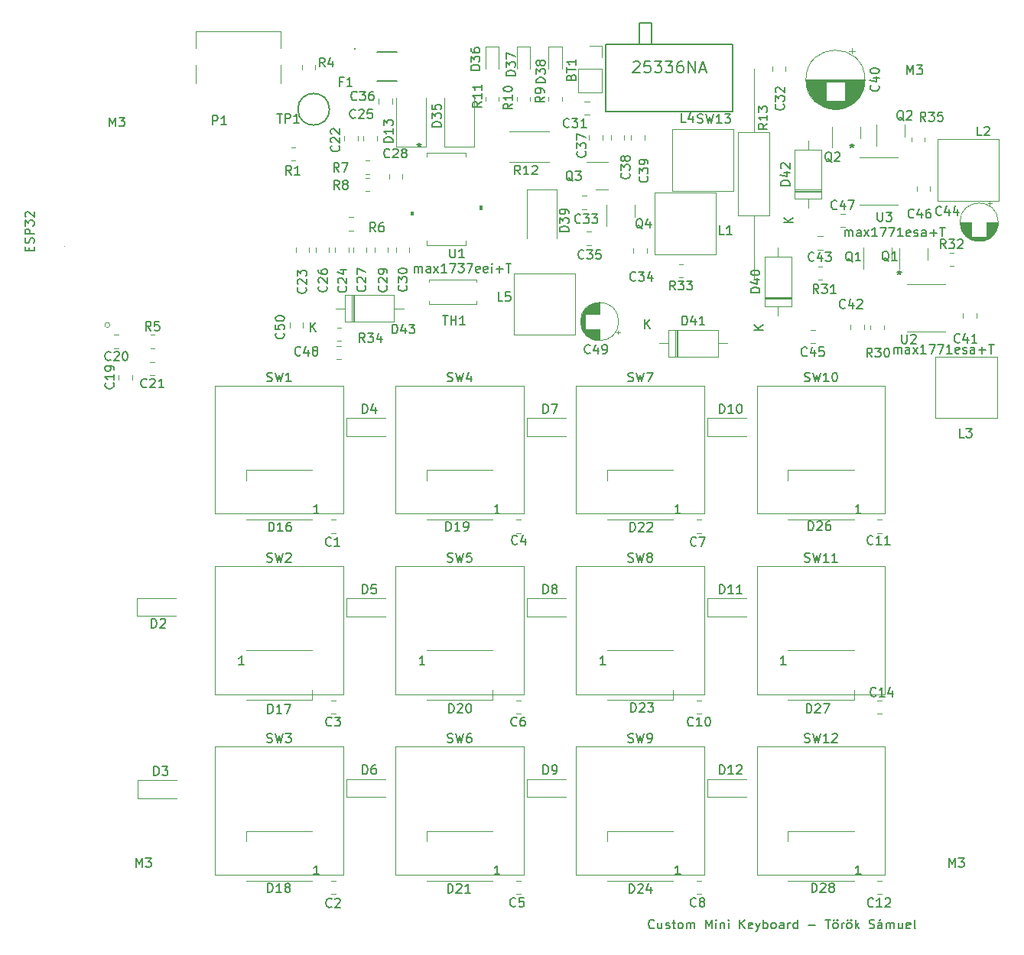
<source format=gbr>
%TF.GenerationSoftware,KiCad,Pcbnew,(6.0.0)*%
%TF.CreationDate,2022-04-12T23:44:40+02:00*%
%TF.ProjectId,keyboard_v1.0,6b657962-6f61-4726-945f-76312e302e6b,rev?*%
%TF.SameCoordinates,Original*%
%TF.FileFunction,Legend,Top*%
%TF.FilePolarity,Positive*%
%FSLAX46Y46*%
G04 Gerber Fmt 4.6, Leading zero omitted, Abs format (unit mm)*
G04 Created by KiCad (PCBNEW (6.0.0)) date 2022-04-12 23:44:40*
%MOMM*%
%LPD*%
G01*
G04 APERTURE LIST*
%ADD10C,0.150000*%
%ADD11C,0.120000*%
%ADD12C,0.100000*%
%ADD13C,0.127000*%
G04 APERTURE END LIST*
D10*
X101537142Y-127975142D02*
X101489523Y-128022761D01*
X101346666Y-128070380D01*
X101251428Y-128070380D01*
X101108571Y-128022761D01*
X101013333Y-127927523D01*
X100965714Y-127832285D01*
X100918095Y-127641809D01*
X100918095Y-127498952D01*
X100965714Y-127308476D01*
X101013333Y-127213238D01*
X101108571Y-127118000D01*
X101251428Y-127070380D01*
X101346666Y-127070380D01*
X101489523Y-127118000D01*
X101537142Y-127165619D01*
X102394285Y-127403714D02*
X102394285Y-128070380D01*
X101965714Y-127403714D02*
X101965714Y-127927523D01*
X102013333Y-128022761D01*
X102108571Y-128070380D01*
X102251428Y-128070380D01*
X102346666Y-128022761D01*
X102394285Y-127975142D01*
X102822857Y-128022761D02*
X102918095Y-128070380D01*
X103108571Y-128070380D01*
X103203809Y-128022761D01*
X103251428Y-127927523D01*
X103251428Y-127879904D01*
X103203809Y-127784666D01*
X103108571Y-127737047D01*
X102965714Y-127737047D01*
X102870476Y-127689428D01*
X102822857Y-127594190D01*
X102822857Y-127546571D01*
X102870476Y-127451333D01*
X102965714Y-127403714D01*
X103108571Y-127403714D01*
X103203809Y-127451333D01*
X103537142Y-127403714D02*
X103918095Y-127403714D01*
X103680000Y-127070380D02*
X103680000Y-127927523D01*
X103727619Y-128022761D01*
X103822857Y-128070380D01*
X103918095Y-128070380D01*
X104394285Y-128070380D02*
X104299047Y-128022761D01*
X104251428Y-127975142D01*
X104203809Y-127879904D01*
X104203809Y-127594190D01*
X104251428Y-127498952D01*
X104299047Y-127451333D01*
X104394285Y-127403714D01*
X104537142Y-127403714D01*
X104632380Y-127451333D01*
X104680000Y-127498952D01*
X104727619Y-127594190D01*
X104727619Y-127879904D01*
X104680000Y-127975142D01*
X104632380Y-128022761D01*
X104537142Y-128070380D01*
X104394285Y-128070380D01*
X105156190Y-128070380D02*
X105156190Y-127403714D01*
X105156190Y-127498952D02*
X105203809Y-127451333D01*
X105299047Y-127403714D01*
X105441904Y-127403714D01*
X105537142Y-127451333D01*
X105584761Y-127546571D01*
X105584761Y-128070380D01*
X105584761Y-127546571D02*
X105632380Y-127451333D01*
X105727619Y-127403714D01*
X105870476Y-127403714D01*
X105965714Y-127451333D01*
X106013333Y-127546571D01*
X106013333Y-128070380D01*
X107251428Y-128070380D02*
X107251428Y-127070380D01*
X107584761Y-127784666D01*
X107918095Y-127070380D01*
X107918095Y-128070380D01*
X108394285Y-128070380D02*
X108394285Y-127403714D01*
X108394285Y-127070380D02*
X108346666Y-127118000D01*
X108394285Y-127165619D01*
X108441904Y-127118000D01*
X108394285Y-127070380D01*
X108394285Y-127165619D01*
X108870476Y-127403714D02*
X108870476Y-128070380D01*
X108870476Y-127498952D02*
X108918095Y-127451333D01*
X109013333Y-127403714D01*
X109156190Y-127403714D01*
X109251428Y-127451333D01*
X109299047Y-127546571D01*
X109299047Y-128070380D01*
X109775238Y-128070380D02*
X109775238Y-127403714D01*
X109775238Y-127070380D02*
X109727619Y-127118000D01*
X109775238Y-127165619D01*
X109822857Y-127118000D01*
X109775238Y-127070380D01*
X109775238Y-127165619D01*
X111013333Y-128070380D02*
X111013333Y-127070380D01*
X111584761Y-128070380D02*
X111156190Y-127498952D01*
X111584761Y-127070380D02*
X111013333Y-127641809D01*
X112394285Y-128022761D02*
X112299047Y-128070380D01*
X112108571Y-128070380D01*
X112013333Y-128022761D01*
X111965714Y-127927523D01*
X111965714Y-127546571D01*
X112013333Y-127451333D01*
X112108571Y-127403714D01*
X112299047Y-127403714D01*
X112394285Y-127451333D01*
X112441904Y-127546571D01*
X112441904Y-127641809D01*
X111965714Y-127737047D01*
X112775238Y-127403714D02*
X113013333Y-128070380D01*
X113251428Y-127403714D02*
X113013333Y-128070380D01*
X112918095Y-128308476D01*
X112870476Y-128356095D01*
X112775238Y-128403714D01*
X113632380Y-128070380D02*
X113632380Y-127070380D01*
X113632380Y-127451333D02*
X113727619Y-127403714D01*
X113918095Y-127403714D01*
X114013333Y-127451333D01*
X114060952Y-127498952D01*
X114108571Y-127594190D01*
X114108571Y-127879904D01*
X114060952Y-127975142D01*
X114013333Y-128022761D01*
X113918095Y-128070380D01*
X113727619Y-128070380D01*
X113632380Y-128022761D01*
X114680000Y-128070380D02*
X114584761Y-128022761D01*
X114537142Y-127975142D01*
X114489523Y-127879904D01*
X114489523Y-127594190D01*
X114537142Y-127498952D01*
X114584761Y-127451333D01*
X114680000Y-127403714D01*
X114822857Y-127403714D01*
X114918095Y-127451333D01*
X114965714Y-127498952D01*
X115013333Y-127594190D01*
X115013333Y-127879904D01*
X114965714Y-127975142D01*
X114918095Y-128022761D01*
X114822857Y-128070380D01*
X114680000Y-128070380D01*
X115870476Y-128070380D02*
X115870476Y-127546571D01*
X115822857Y-127451333D01*
X115727619Y-127403714D01*
X115537142Y-127403714D01*
X115441904Y-127451333D01*
X115870476Y-128022761D02*
X115775238Y-128070380D01*
X115537142Y-128070380D01*
X115441904Y-128022761D01*
X115394285Y-127927523D01*
X115394285Y-127832285D01*
X115441904Y-127737047D01*
X115537142Y-127689428D01*
X115775238Y-127689428D01*
X115870476Y-127641809D01*
X116346666Y-128070380D02*
X116346666Y-127403714D01*
X116346666Y-127594190D02*
X116394285Y-127498952D01*
X116441904Y-127451333D01*
X116537142Y-127403714D01*
X116632380Y-127403714D01*
X117394285Y-128070380D02*
X117394285Y-127070380D01*
X117394285Y-128022761D02*
X117299047Y-128070380D01*
X117108571Y-128070380D01*
X117013333Y-128022761D01*
X116965714Y-127975142D01*
X116918095Y-127879904D01*
X116918095Y-127594190D01*
X116965714Y-127498952D01*
X117013333Y-127451333D01*
X117108571Y-127403714D01*
X117299047Y-127403714D01*
X117394285Y-127451333D01*
X118632380Y-127689428D02*
X119394285Y-127689428D01*
X120489523Y-127070380D02*
X121060952Y-127070380D01*
X120775238Y-128070380D02*
X120775238Y-127070380D01*
X121537142Y-128070380D02*
X121441904Y-128022761D01*
X121394285Y-127975142D01*
X121346666Y-127879904D01*
X121346666Y-127594190D01*
X121394285Y-127498952D01*
X121441904Y-127451333D01*
X121537142Y-127403714D01*
X121679999Y-127403714D01*
X121775238Y-127451333D01*
X121822857Y-127498952D01*
X121870476Y-127594190D01*
X121870476Y-127879904D01*
X121822857Y-127975142D01*
X121775238Y-128022761D01*
X121679999Y-128070380D01*
X121537142Y-128070380D01*
X121441904Y-127070380D02*
X121489523Y-127118000D01*
X121441904Y-127165619D01*
X121394285Y-127118000D01*
X121441904Y-127070380D01*
X121441904Y-127165619D01*
X121822857Y-127070380D02*
X121870476Y-127118000D01*
X121822857Y-127165619D01*
X121775238Y-127118000D01*
X121822857Y-127070380D01*
X121822857Y-127165619D01*
X122299047Y-128070380D02*
X122299047Y-127403714D01*
X122299047Y-127594190D02*
X122346666Y-127498952D01*
X122394285Y-127451333D01*
X122489523Y-127403714D01*
X122584761Y-127403714D01*
X123060952Y-128070380D02*
X122965714Y-128022761D01*
X122918095Y-127975142D01*
X122870476Y-127879904D01*
X122870476Y-127594190D01*
X122918095Y-127498952D01*
X122965714Y-127451333D01*
X123060952Y-127403714D01*
X123203809Y-127403714D01*
X123299047Y-127451333D01*
X123346666Y-127498952D01*
X123394285Y-127594190D01*
X123394285Y-127879904D01*
X123346666Y-127975142D01*
X123299047Y-128022761D01*
X123203809Y-128070380D01*
X123060952Y-128070380D01*
X122965714Y-127070380D02*
X123013333Y-127118000D01*
X122965714Y-127165619D01*
X122918095Y-127118000D01*
X122965714Y-127070380D01*
X122965714Y-127165619D01*
X123346666Y-127070380D02*
X123394285Y-127118000D01*
X123346666Y-127165619D01*
X123299047Y-127118000D01*
X123346666Y-127070380D01*
X123346666Y-127165619D01*
X123822857Y-128070380D02*
X123822857Y-127070380D01*
X123918095Y-127689428D02*
X124203809Y-128070380D01*
X124203809Y-127403714D02*
X123822857Y-127784666D01*
X125346666Y-128022761D02*
X125489523Y-128070380D01*
X125727619Y-128070380D01*
X125822857Y-128022761D01*
X125870476Y-127975142D01*
X125918095Y-127879904D01*
X125918095Y-127784666D01*
X125870476Y-127689428D01*
X125822857Y-127641809D01*
X125727619Y-127594190D01*
X125537142Y-127546571D01*
X125441904Y-127498952D01*
X125394285Y-127451333D01*
X125346666Y-127356095D01*
X125346666Y-127260857D01*
X125394285Y-127165619D01*
X125441904Y-127118000D01*
X125537142Y-127070380D01*
X125775238Y-127070380D01*
X125918095Y-127118000D01*
X126775238Y-128070380D02*
X126775238Y-127546571D01*
X126727619Y-127451333D01*
X126632380Y-127403714D01*
X126441904Y-127403714D01*
X126346666Y-127451333D01*
X126775238Y-128022761D02*
X126679999Y-128070380D01*
X126441904Y-128070380D01*
X126346666Y-128022761D01*
X126299047Y-127927523D01*
X126299047Y-127832285D01*
X126346666Y-127737047D01*
X126441904Y-127689428D01*
X126679999Y-127689428D01*
X126775238Y-127641809D01*
X126632380Y-127022761D02*
X126489523Y-127165619D01*
X127251428Y-128070380D02*
X127251428Y-127403714D01*
X127251428Y-127498952D02*
X127299047Y-127451333D01*
X127394285Y-127403714D01*
X127537142Y-127403714D01*
X127632380Y-127451333D01*
X127679999Y-127546571D01*
X127679999Y-128070380D01*
X127679999Y-127546571D02*
X127727619Y-127451333D01*
X127822857Y-127403714D01*
X127965714Y-127403714D01*
X128060952Y-127451333D01*
X128108571Y-127546571D01*
X128108571Y-128070380D01*
X129013333Y-127403714D02*
X129013333Y-128070380D01*
X128584761Y-127403714D02*
X128584761Y-127927523D01*
X128632380Y-128022761D01*
X128727619Y-128070380D01*
X128870476Y-128070380D01*
X128965714Y-128022761D01*
X129013333Y-127975142D01*
X129870476Y-128022761D02*
X129775238Y-128070380D01*
X129584761Y-128070380D01*
X129489523Y-128022761D01*
X129441904Y-127927523D01*
X129441904Y-127546571D01*
X129489523Y-127451333D01*
X129584761Y-127403714D01*
X129775238Y-127403714D01*
X129870476Y-127451333D01*
X129918095Y-127546571D01*
X129918095Y-127641809D01*
X129441904Y-127737047D01*
X130489523Y-128070380D02*
X130394285Y-128022761D01*
X130346666Y-127927523D01*
X130346666Y-127070380D01*
%TO.C,M3*%
X41256476Y-39167380D02*
X41256476Y-38167380D01*
X41589809Y-38881666D01*
X41923142Y-38167380D01*
X41923142Y-39167380D01*
X42304095Y-38167380D02*
X42923142Y-38167380D01*
X42589809Y-38548333D01*
X42732666Y-38548333D01*
X42827904Y-38595952D01*
X42875523Y-38643571D01*
X42923142Y-38738809D01*
X42923142Y-38976904D01*
X42875523Y-39072142D01*
X42827904Y-39119761D01*
X42732666Y-39167380D01*
X42446952Y-39167380D01*
X42351714Y-39119761D01*
X42304095Y-39072142D01*
X44190476Y-121252380D02*
X44190476Y-120252380D01*
X44523809Y-120966666D01*
X44857142Y-120252380D01*
X44857142Y-121252380D01*
X45238095Y-120252380D02*
X45857142Y-120252380D01*
X45523809Y-120633333D01*
X45666666Y-120633333D01*
X45761904Y-120680952D01*
X45809523Y-120728571D01*
X45857142Y-120823809D01*
X45857142Y-121061904D01*
X45809523Y-121157142D01*
X45761904Y-121204761D01*
X45666666Y-121252380D01*
X45380952Y-121252380D01*
X45285714Y-121204761D01*
X45238095Y-121157142D01*
X129567476Y-33387380D02*
X129567476Y-32387380D01*
X129900809Y-33101666D01*
X130234142Y-32387380D01*
X130234142Y-33387380D01*
X130615095Y-32387380D02*
X131234142Y-32387380D01*
X130900809Y-32768333D01*
X131043666Y-32768333D01*
X131138904Y-32815952D01*
X131186523Y-32863571D01*
X131234142Y-32958809D01*
X131234142Y-33196904D01*
X131186523Y-33292142D01*
X131138904Y-33339761D01*
X131043666Y-33387380D01*
X130757952Y-33387380D01*
X130662714Y-33339761D01*
X130615095Y-33292142D01*
X134190476Y-121252380D02*
X134190476Y-120252380D01*
X134523809Y-120966666D01*
X134857142Y-120252380D01*
X134857142Y-121252380D01*
X135238095Y-120252380D02*
X135857142Y-120252380D01*
X135523809Y-120633333D01*
X135666666Y-120633333D01*
X135761904Y-120680952D01*
X135809523Y-120728571D01*
X135857142Y-120823809D01*
X135857142Y-121061904D01*
X135809523Y-121157142D01*
X135761904Y-121204761D01*
X135666666Y-121252380D01*
X135380952Y-121252380D01*
X135285714Y-121204761D01*
X135238095Y-121157142D01*
%TO.C,C38*%
X98760142Y-44353857D02*
X98807761Y-44401476D01*
X98855380Y-44544333D01*
X98855380Y-44639571D01*
X98807761Y-44782428D01*
X98712523Y-44877666D01*
X98617285Y-44925285D01*
X98426809Y-44972904D01*
X98283952Y-44972904D01*
X98093476Y-44925285D01*
X97998238Y-44877666D01*
X97903000Y-44782428D01*
X97855380Y-44639571D01*
X97855380Y-44544333D01*
X97903000Y-44401476D01*
X97950619Y-44353857D01*
X97855380Y-44020523D02*
X97855380Y-43401476D01*
X98236333Y-43734809D01*
X98236333Y-43591952D01*
X98283952Y-43496714D01*
X98331571Y-43449095D01*
X98426809Y-43401476D01*
X98664904Y-43401476D01*
X98760142Y-43449095D01*
X98807761Y-43496714D01*
X98855380Y-43591952D01*
X98855380Y-43877666D01*
X98807761Y-43972904D01*
X98760142Y-44020523D01*
X98283952Y-42830047D02*
X98236333Y-42925285D01*
X98188714Y-42972904D01*
X98093476Y-43020523D01*
X98045857Y-43020523D01*
X97950619Y-42972904D01*
X97903000Y-42925285D01*
X97855380Y-42830047D01*
X97855380Y-42639571D01*
X97903000Y-42544333D01*
X97950619Y-42496714D01*
X98045857Y-42449095D01*
X98093476Y-42449095D01*
X98188714Y-42496714D01*
X98236333Y-42544333D01*
X98283952Y-42639571D01*
X98283952Y-42830047D01*
X98331571Y-42925285D01*
X98379190Y-42972904D01*
X98474428Y-43020523D01*
X98664904Y-43020523D01*
X98760142Y-42972904D01*
X98807761Y-42925285D01*
X98855380Y-42830047D01*
X98855380Y-42639571D01*
X98807761Y-42544333D01*
X98760142Y-42496714D01*
X98664904Y-42449095D01*
X98474428Y-42449095D01*
X98379190Y-42496714D01*
X98331571Y-42544333D01*
X98283952Y-42639571D01*
%TO.C,D24*%
X98783714Y-124130380D02*
X98783714Y-123130380D01*
X99021809Y-123130380D01*
X99164666Y-123178000D01*
X99259904Y-123273238D01*
X99307523Y-123368476D01*
X99355142Y-123558952D01*
X99355142Y-123701809D01*
X99307523Y-123892285D01*
X99259904Y-123987523D01*
X99164666Y-124082761D01*
X99021809Y-124130380D01*
X98783714Y-124130380D01*
X99736095Y-123225619D02*
X99783714Y-123178000D01*
X99878952Y-123130380D01*
X100117047Y-123130380D01*
X100212285Y-123178000D01*
X100259904Y-123225619D01*
X100307523Y-123320857D01*
X100307523Y-123416095D01*
X100259904Y-123558952D01*
X99688476Y-124130380D01*
X100307523Y-124130380D01*
X101164666Y-123463714D02*
X101164666Y-124130380D01*
X100926571Y-123082761D02*
X100688476Y-123797047D01*
X101307523Y-123797047D01*
X104435714Y-122052380D02*
X103864285Y-122052380D01*
X104150000Y-122052380D02*
X104150000Y-121052380D01*
X104054761Y-121195238D01*
X103959523Y-121290476D01*
X103864285Y-121338095D01*
%TO.C,SW3*%
X58666666Y-107404761D02*
X58809523Y-107452380D01*
X59047619Y-107452380D01*
X59142857Y-107404761D01*
X59190476Y-107357142D01*
X59238095Y-107261904D01*
X59238095Y-107166666D01*
X59190476Y-107071428D01*
X59142857Y-107023809D01*
X59047619Y-106976190D01*
X58857142Y-106928571D01*
X58761904Y-106880952D01*
X58714285Y-106833333D01*
X58666666Y-106738095D01*
X58666666Y-106642857D01*
X58714285Y-106547619D01*
X58761904Y-106500000D01*
X58857142Y-106452380D01*
X59095238Y-106452380D01*
X59238095Y-106500000D01*
X59571428Y-106452380D02*
X59809523Y-107452380D01*
X60000000Y-106738095D01*
X60190476Y-107452380D01*
X60428571Y-106452380D01*
X60714285Y-106452380D02*
X61333333Y-106452380D01*
X61000000Y-106833333D01*
X61142857Y-106833333D01*
X61238095Y-106880952D01*
X61285714Y-106928571D01*
X61333333Y-107023809D01*
X61333333Y-107261904D01*
X61285714Y-107357142D01*
X61238095Y-107404761D01*
X61142857Y-107452380D01*
X60857142Y-107452380D01*
X60761904Y-107404761D01*
X60714285Y-107357142D01*
%TO.C,C1*%
X65768333Y-85594142D02*
X65720714Y-85641761D01*
X65577857Y-85689380D01*
X65482619Y-85689380D01*
X65339761Y-85641761D01*
X65244523Y-85546523D01*
X65196904Y-85451285D01*
X65149285Y-85260809D01*
X65149285Y-85117952D01*
X65196904Y-84927476D01*
X65244523Y-84832238D01*
X65339761Y-84737000D01*
X65482619Y-84689380D01*
X65577857Y-84689380D01*
X65720714Y-84737000D01*
X65768333Y-84784619D01*
X66720714Y-85689380D02*
X66149285Y-85689380D01*
X66435000Y-85689380D02*
X66435000Y-84689380D01*
X66339761Y-84832238D01*
X66244523Y-84927476D01*
X66149285Y-84975095D01*
%TO.C,C37*%
X93883142Y-41963857D02*
X93930761Y-42011476D01*
X93978380Y-42154333D01*
X93978380Y-42249571D01*
X93930761Y-42392428D01*
X93835523Y-42487666D01*
X93740285Y-42535285D01*
X93549809Y-42582904D01*
X93406952Y-42582904D01*
X93216476Y-42535285D01*
X93121238Y-42487666D01*
X93026000Y-42392428D01*
X92978380Y-42249571D01*
X92978380Y-42154333D01*
X93026000Y-42011476D01*
X93073619Y-41963857D01*
X92978380Y-41630523D02*
X92978380Y-41011476D01*
X93359333Y-41344809D01*
X93359333Y-41201952D01*
X93406952Y-41106714D01*
X93454571Y-41059095D01*
X93549809Y-41011476D01*
X93787904Y-41011476D01*
X93883142Y-41059095D01*
X93930761Y-41106714D01*
X93978380Y-41201952D01*
X93978380Y-41487666D01*
X93930761Y-41582904D01*
X93883142Y-41630523D01*
X92978380Y-40678142D02*
X92978380Y-40011476D01*
X93978380Y-40440047D01*
%TO.C,C11*%
X125745642Y-85430142D02*
X125698023Y-85477761D01*
X125555166Y-85525380D01*
X125459928Y-85525380D01*
X125317071Y-85477761D01*
X125221833Y-85382523D01*
X125174214Y-85287285D01*
X125126595Y-85096809D01*
X125126595Y-84953952D01*
X125174214Y-84763476D01*
X125221833Y-84668238D01*
X125317071Y-84573000D01*
X125459928Y-84525380D01*
X125555166Y-84525380D01*
X125698023Y-84573000D01*
X125745642Y-84620619D01*
X126698023Y-85525380D02*
X126126595Y-85525380D01*
X126412309Y-85525380D02*
X126412309Y-84525380D01*
X126317071Y-84668238D01*
X126221833Y-84763476D01*
X126126595Y-84811095D01*
X127650404Y-85525380D02*
X127078976Y-85525380D01*
X127364690Y-85525380D02*
X127364690Y-84525380D01*
X127269452Y-84668238D01*
X127174214Y-84763476D01*
X127078976Y-84811095D01*
%TO.C,R6*%
X70677333Y-50831380D02*
X70344000Y-50355190D01*
X70105904Y-50831380D02*
X70105904Y-49831380D01*
X70486857Y-49831380D01*
X70582095Y-49879000D01*
X70629714Y-49926619D01*
X70677333Y-50021857D01*
X70677333Y-50164714D01*
X70629714Y-50259952D01*
X70582095Y-50307571D01*
X70486857Y-50355190D01*
X70105904Y-50355190D01*
X71534476Y-49831380D02*
X71344000Y-49831380D01*
X71248761Y-49879000D01*
X71201142Y-49926619D01*
X71105904Y-50069476D01*
X71058285Y-50259952D01*
X71058285Y-50640904D01*
X71105904Y-50736142D01*
X71153523Y-50783761D01*
X71248761Y-50831380D01*
X71439238Y-50831380D01*
X71534476Y-50783761D01*
X71582095Y-50736142D01*
X71629714Y-50640904D01*
X71629714Y-50402809D01*
X71582095Y-50307571D01*
X71534476Y-50259952D01*
X71439238Y-50212333D01*
X71248761Y-50212333D01*
X71153523Y-50259952D01*
X71105904Y-50307571D01*
X71058285Y-50402809D01*
%TO.C,C22*%
X66631142Y-41326857D02*
X66678761Y-41374476D01*
X66726380Y-41517333D01*
X66726380Y-41612571D01*
X66678761Y-41755428D01*
X66583523Y-41850666D01*
X66488285Y-41898285D01*
X66297809Y-41945904D01*
X66154952Y-41945904D01*
X65964476Y-41898285D01*
X65869238Y-41850666D01*
X65774000Y-41755428D01*
X65726380Y-41612571D01*
X65726380Y-41517333D01*
X65774000Y-41374476D01*
X65821619Y-41326857D01*
X65821619Y-40945904D02*
X65774000Y-40898285D01*
X65726380Y-40803047D01*
X65726380Y-40564952D01*
X65774000Y-40469714D01*
X65821619Y-40422095D01*
X65916857Y-40374476D01*
X66012095Y-40374476D01*
X66154952Y-40422095D01*
X66726380Y-40993523D01*
X66726380Y-40374476D01*
X65821619Y-39993523D02*
X65774000Y-39945904D01*
X65726380Y-39850666D01*
X65726380Y-39612571D01*
X65774000Y-39517333D01*
X65821619Y-39469714D01*
X65916857Y-39422095D01*
X66012095Y-39422095D01*
X66154952Y-39469714D01*
X66726380Y-40041142D01*
X66726380Y-39422095D01*
%TO.C,D11*%
X108785714Y-90952380D02*
X108785714Y-89952380D01*
X109023809Y-89952380D01*
X109166666Y-90000000D01*
X109261904Y-90095238D01*
X109309523Y-90190476D01*
X109357142Y-90380952D01*
X109357142Y-90523809D01*
X109309523Y-90714285D01*
X109261904Y-90809523D01*
X109166666Y-90904761D01*
X109023809Y-90952380D01*
X108785714Y-90952380D01*
X110309523Y-90952380D02*
X109738095Y-90952380D01*
X110023809Y-90952380D02*
X110023809Y-89952380D01*
X109928571Y-90095238D01*
X109833333Y-90190476D01*
X109738095Y-90238095D01*
X111261904Y-90952380D02*
X110690476Y-90952380D01*
X110976190Y-90952380D02*
X110976190Y-89952380D01*
X110880952Y-90095238D01*
X110785714Y-90190476D01*
X110690476Y-90238095D01*
%TO.C,SW13*%
X106358976Y-38744761D02*
X106501833Y-38792380D01*
X106739928Y-38792380D01*
X106835166Y-38744761D01*
X106882785Y-38697142D01*
X106930404Y-38601904D01*
X106930404Y-38506666D01*
X106882785Y-38411428D01*
X106835166Y-38363809D01*
X106739928Y-38316190D01*
X106549452Y-38268571D01*
X106454214Y-38220952D01*
X106406595Y-38173333D01*
X106358976Y-38078095D01*
X106358976Y-37982857D01*
X106406595Y-37887619D01*
X106454214Y-37840000D01*
X106549452Y-37792380D01*
X106787547Y-37792380D01*
X106930404Y-37840000D01*
X107263738Y-37792380D02*
X107501833Y-38792380D01*
X107692309Y-38078095D01*
X107882785Y-38792380D01*
X108120880Y-37792380D01*
X109025642Y-38792380D02*
X108454214Y-38792380D01*
X108739928Y-38792380D02*
X108739928Y-37792380D01*
X108644690Y-37935238D01*
X108549452Y-38030476D01*
X108454214Y-38078095D01*
X109358976Y-37792380D02*
X109978023Y-37792380D01*
X109644690Y-38173333D01*
X109787547Y-38173333D01*
X109882785Y-38220952D01*
X109930404Y-38268571D01*
X109978023Y-38363809D01*
X109978023Y-38601904D01*
X109930404Y-38697142D01*
X109882785Y-38744761D01*
X109787547Y-38792380D01*
X109501833Y-38792380D01*
X109406595Y-38744761D01*
X109358976Y-38697142D01*
X99224571Y-32065476D02*
X99285047Y-32005000D01*
X99406000Y-31944523D01*
X99708380Y-31944523D01*
X99829333Y-32005000D01*
X99889809Y-32065476D01*
X99950285Y-32186428D01*
X99950285Y-32307380D01*
X99889809Y-32488809D01*
X99164095Y-33214523D01*
X99950285Y-33214523D01*
X101099333Y-31944523D02*
X100494571Y-31944523D01*
X100434095Y-32549285D01*
X100494571Y-32488809D01*
X100615523Y-32428333D01*
X100917904Y-32428333D01*
X101038857Y-32488809D01*
X101099333Y-32549285D01*
X101159809Y-32670238D01*
X101159809Y-32972619D01*
X101099333Y-33093571D01*
X101038857Y-33154047D01*
X100917904Y-33214523D01*
X100615523Y-33214523D01*
X100494571Y-33154047D01*
X100434095Y-33093571D01*
X101583142Y-31944523D02*
X102369333Y-31944523D01*
X101946000Y-32428333D01*
X102127428Y-32428333D01*
X102248380Y-32488809D01*
X102308857Y-32549285D01*
X102369333Y-32670238D01*
X102369333Y-32972619D01*
X102308857Y-33093571D01*
X102248380Y-33154047D01*
X102127428Y-33214523D01*
X101764571Y-33214523D01*
X101643619Y-33154047D01*
X101583142Y-33093571D01*
X102792666Y-31944523D02*
X103578857Y-31944523D01*
X103155523Y-32428333D01*
X103336952Y-32428333D01*
X103457904Y-32488809D01*
X103518380Y-32549285D01*
X103578857Y-32670238D01*
X103578857Y-32972619D01*
X103518380Y-33093571D01*
X103457904Y-33154047D01*
X103336952Y-33214523D01*
X102974095Y-33214523D01*
X102853142Y-33154047D01*
X102792666Y-33093571D01*
X104667428Y-31944523D02*
X104425523Y-31944523D01*
X104304571Y-32005000D01*
X104244095Y-32065476D01*
X104123142Y-32246904D01*
X104062666Y-32488809D01*
X104062666Y-32972619D01*
X104123142Y-33093571D01*
X104183619Y-33154047D01*
X104304571Y-33214523D01*
X104546476Y-33214523D01*
X104667428Y-33154047D01*
X104727904Y-33093571D01*
X104788380Y-32972619D01*
X104788380Y-32670238D01*
X104727904Y-32549285D01*
X104667428Y-32488809D01*
X104546476Y-32428333D01*
X104304571Y-32428333D01*
X104183619Y-32488809D01*
X104123142Y-32549285D01*
X104062666Y-32670238D01*
X105332666Y-33214523D02*
X105332666Y-31944523D01*
X106058380Y-33214523D01*
X106058380Y-31944523D01*
X106602666Y-32851666D02*
X107207428Y-32851666D01*
X106481714Y-33214523D02*
X106905047Y-31944523D01*
X107328380Y-33214523D01*
%TO.C,C7*%
X106202333Y-85584142D02*
X106154714Y-85631761D01*
X106011857Y-85679380D01*
X105916619Y-85679380D01*
X105773761Y-85631761D01*
X105678523Y-85536523D01*
X105630904Y-85441285D01*
X105583285Y-85250809D01*
X105583285Y-85107952D01*
X105630904Y-84917476D01*
X105678523Y-84822238D01*
X105773761Y-84727000D01*
X105916619Y-84679380D01*
X106011857Y-84679380D01*
X106154714Y-84727000D01*
X106202333Y-84774619D01*
X106535666Y-84679380D02*
X107202333Y-84679380D01*
X106773761Y-85679380D01*
%TO.C,C41*%
X135371142Y-63058142D02*
X135323523Y-63105761D01*
X135180666Y-63153380D01*
X135085428Y-63153380D01*
X134942571Y-63105761D01*
X134847333Y-63010523D01*
X134799714Y-62915285D01*
X134752095Y-62724809D01*
X134752095Y-62581952D01*
X134799714Y-62391476D01*
X134847333Y-62296238D01*
X134942571Y-62201000D01*
X135085428Y-62153380D01*
X135180666Y-62153380D01*
X135323523Y-62201000D01*
X135371142Y-62248619D01*
X136228285Y-62486714D02*
X136228285Y-63153380D01*
X135990190Y-62105761D02*
X135752095Y-62820047D01*
X136371142Y-62820047D01*
X137275904Y-63153380D02*
X136704476Y-63153380D01*
X136990190Y-63153380D02*
X136990190Y-62153380D01*
X136894952Y-62296238D01*
X136799714Y-62391476D01*
X136704476Y-62439095D01*
%TO.C,C3*%
X65833333Y-105537142D02*
X65785714Y-105584761D01*
X65642857Y-105632380D01*
X65547619Y-105632380D01*
X65404761Y-105584761D01*
X65309523Y-105489523D01*
X65261904Y-105394285D01*
X65214285Y-105203809D01*
X65214285Y-105060952D01*
X65261904Y-104870476D01*
X65309523Y-104775238D01*
X65404761Y-104680000D01*
X65547619Y-104632380D01*
X65642857Y-104632380D01*
X65785714Y-104680000D01*
X65833333Y-104727619D01*
X66166666Y-104632380D02*
X66785714Y-104632380D01*
X66452380Y-105013333D01*
X66595238Y-105013333D01*
X66690476Y-105060952D01*
X66738095Y-105108571D01*
X66785714Y-105203809D01*
X66785714Y-105441904D01*
X66738095Y-105537142D01*
X66690476Y-105584761D01*
X66595238Y-105632380D01*
X66309523Y-105632380D01*
X66214285Y-105584761D01*
X66166666Y-105537142D01*
%TO.C,D2*%
X45905904Y-94732380D02*
X45905904Y-93732380D01*
X46144000Y-93732380D01*
X46286857Y-93780000D01*
X46382095Y-93875238D01*
X46429714Y-93970476D01*
X46477333Y-94160952D01*
X46477333Y-94303809D01*
X46429714Y-94494285D01*
X46382095Y-94589523D01*
X46286857Y-94684761D01*
X46144000Y-94732380D01*
X45905904Y-94732380D01*
X46858285Y-93827619D02*
X46905904Y-93780000D01*
X47001142Y-93732380D01*
X47239238Y-93732380D01*
X47334476Y-93780000D01*
X47382095Y-93827619D01*
X47429714Y-93922857D01*
X47429714Y-94018095D01*
X47382095Y-94160952D01*
X46810666Y-94732380D01*
X47429714Y-94732380D01*
%TO.C,C33*%
X93370142Y-49809142D02*
X93322523Y-49856761D01*
X93179666Y-49904380D01*
X93084428Y-49904380D01*
X92941571Y-49856761D01*
X92846333Y-49761523D01*
X92798714Y-49666285D01*
X92751095Y-49475809D01*
X92751095Y-49332952D01*
X92798714Y-49142476D01*
X92846333Y-49047238D01*
X92941571Y-48952000D01*
X93084428Y-48904380D01*
X93179666Y-48904380D01*
X93322523Y-48952000D01*
X93370142Y-48999619D01*
X93703476Y-48904380D02*
X94322523Y-48904380D01*
X93989190Y-49285333D01*
X94132047Y-49285333D01*
X94227285Y-49332952D01*
X94274904Y-49380571D01*
X94322523Y-49475809D01*
X94322523Y-49713904D01*
X94274904Y-49809142D01*
X94227285Y-49856761D01*
X94132047Y-49904380D01*
X93846333Y-49904380D01*
X93751095Y-49856761D01*
X93703476Y-49809142D01*
X94655857Y-48904380D02*
X95274904Y-48904380D01*
X94941571Y-49285333D01*
X95084428Y-49285333D01*
X95179666Y-49332952D01*
X95227285Y-49380571D01*
X95274904Y-49475809D01*
X95274904Y-49713904D01*
X95227285Y-49809142D01*
X95179666Y-49856761D01*
X95084428Y-49904380D01*
X94798714Y-49904380D01*
X94703476Y-49856761D01*
X94655857Y-49809142D01*
%TO.C,C43*%
X119227142Y-54018142D02*
X119179523Y-54065761D01*
X119036666Y-54113380D01*
X118941428Y-54113380D01*
X118798571Y-54065761D01*
X118703333Y-53970523D01*
X118655714Y-53875285D01*
X118608095Y-53684809D01*
X118608095Y-53541952D01*
X118655714Y-53351476D01*
X118703333Y-53256238D01*
X118798571Y-53161000D01*
X118941428Y-53113380D01*
X119036666Y-53113380D01*
X119179523Y-53161000D01*
X119227142Y-53208619D01*
X120084285Y-53446714D02*
X120084285Y-54113380D01*
X119846190Y-53065761D02*
X119608095Y-53780047D01*
X120227142Y-53780047D01*
X120512857Y-53113380D02*
X121131904Y-53113380D01*
X120798571Y-53494333D01*
X120941428Y-53494333D01*
X121036666Y-53541952D01*
X121084285Y-53589571D01*
X121131904Y-53684809D01*
X121131904Y-53922904D01*
X121084285Y-54018142D01*
X121036666Y-54065761D01*
X120941428Y-54113380D01*
X120655714Y-54113380D01*
X120560476Y-54065761D01*
X120512857Y-54018142D01*
%TO.C,P1*%
X52665904Y-38984380D02*
X52665904Y-37984380D01*
X53046857Y-37984380D01*
X53142095Y-38032000D01*
X53189714Y-38079619D01*
X53237333Y-38174857D01*
X53237333Y-38317714D01*
X53189714Y-38412952D01*
X53142095Y-38460571D01*
X53046857Y-38508190D01*
X52665904Y-38508190D01*
X54189714Y-38984380D02*
X53618285Y-38984380D01*
X53904000Y-38984380D02*
X53904000Y-37984380D01*
X53808761Y-38127238D01*
X53713523Y-38222476D01*
X53618285Y-38270095D01*
%TO.C,L3*%
X135843333Y-73644380D02*
X135367142Y-73644380D01*
X135367142Y-72644380D01*
X136081428Y-72644380D02*
X136700476Y-72644380D01*
X136367142Y-73025333D01*
X136510000Y-73025333D01*
X136605238Y-73072952D01*
X136652857Y-73120571D01*
X136700476Y-73215809D01*
X136700476Y-73453904D01*
X136652857Y-73549142D01*
X136605238Y-73596761D01*
X136510000Y-73644380D01*
X136224285Y-73644380D01*
X136129047Y-73596761D01*
X136081428Y-73549142D01*
%TO.C,D21*%
X78704714Y-124110380D02*
X78704714Y-123110380D01*
X78942809Y-123110380D01*
X79085666Y-123158000D01*
X79180904Y-123253238D01*
X79228523Y-123348476D01*
X79276142Y-123538952D01*
X79276142Y-123681809D01*
X79228523Y-123872285D01*
X79180904Y-123967523D01*
X79085666Y-124062761D01*
X78942809Y-124110380D01*
X78704714Y-124110380D01*
X79657095Y-123205619D02*
X79704714Y-123158000D01*
X79799952Y-123110380D01*
X80038047Y-123110380D01*
X80133285Y-123158000D01*
X80180904Y-123205619D01*
X80228523Y-123300857D01*
X80228523Y-123396095D01*
X80180904Y-123538952D01*
X79609476Y-124110380D01*
X80228523Y-124110380D01*
X81180904Y-124110380D02*
X80609476Y-124110380D01*
X80895190Y-124110380D02*
X80895190Y-123110380D01*
X80799952Y-123253238D01*
X80704714Y-123348476D01*
X80609476Y-123396095D01*
X84435714Y-122052380D02*
X83864285Y-122052380D01*
X84150000Y-122052380D02*
X84150000Y-121052380D01*
X84054761Y-121195238D01*
X83959523Y-121290476D01*
X83864285Y-121338095D01*
%TO.C,D8*%
X89261904Y-90952380D02*
X89261904Y-89952380D01*
X89500000Y-89952380D01*
X89642857Y-90000000D01*
X89738095Y-90095238D01*
X89785714Y-90190476D01*
X89833333Y-90380952D01*
X89833333Y-90523809D01*
X89785714Y-90714285D01*
X89738095Y-90809523D01*
X89642857Y-90904761D01*
X89500000Y-90952380D01*
X89261904Y-90952380D01*
X90404761Y-90380952D02*
X90309523Y-90333333D01*
X90261904Y-90285714D01*
X90214285Y-90190476D01*
X90214285Y-90142857D01*
X90261904Y-90047619D01*
X90309523Y-90000000D01*
X90404761Y-89952380D01*
X90595238Y-89952380D01*
X90690476Y-90000000D01*
X90738095Y-90047619D01*
X90785714Y-90142857D01*
X90785714Y-90190476D01*
X90738095Y-90285714D01*
X90690476Y-90333333D01*
X90595238Y-90380952D01*
X90404761Y-90380952D01*
X90309523Y-90428571D01*
X90261904Y-90476190D01*
X90214285Y-90571428D01*
X90214285Y-90761904D01*
X90261904Y-90857142D01*
X90309523Y-90904761D01*
X90404761Y-90952380D01*
X90595238Y-90952380D01*
X90690476Y-90904761D01*
X90738095Y-90857142D01*
X90785714Y-90761904D01*
X90785714Y-90571428D01*
X90738095Y-90476190D01*
X90690476Y-90428571D01*
X90595238Y-90380952D01*
%TO.C,D13*%
X72598380Y-40927285D02*
X71598380Y-40927285D01*
X71598380Y-40689190D01*
X71646000Y-40546333D01*
X71741238Y-40451095D01*
X71836476Y-40403476D01*
X72026952Y-40355857D01*
X72169809Y-40355857D01*
X72360285Y-40403476D01*
X72455523Y-40451095D01*
X72550761Y-40546333D01*
X72598380Y-40689190D01*
X72598380Y-40927285D01*
X72598380Y-39403476D02*
X72598380Y-39974904D01*
X72598380Y-39689190D02*
X71598380Y-39689190D01*
X71741238Y-39784428D01*
X71836476Y-39879666D01*
X71884095Y-39974904D01*
X71598380Y-39070142D02*
X71598380Y-38451095D01*
X71979333Y-38784428D01*
X71979333Y-38641571D01*
X72026952Y-38546333D01*
X72074571Y-38498714D01*
X72169809Y-38451095D01*
X72407904Y-38451095D01*
X72503142Y-38498714D01*
X72550761Y-38546333D01*
X72598380Y-38641571D01*
X72598380Y-38927285D01*
X72550761Y-39022523D01*
X72503142Y-39070142D01*
%TO.C,D28*%
X119003714Y-124037380D02*
X119003714Y-123037380D01*
X119241809Y-123037380D01*
X119384666Y-123085000D01*
X119479904Y-123180238D01*
X119527523Y-123275476D01*
X119575142Y-123465952D01*
X119575142Y-123608809D01*
X119527523Y-123799285D01*
X119479904Y-123894523D01*
X119384666Y-123989761D01*
X119241809Y-124037380D01*
X119003714Y-124037380D01*
X119956095Y-123132619D02*
X120003714Y-123085000D01*
X120098952Y-123037380D01*
X120337047Y-123037380D01*
X120432285Y-123085000D01*
X120479904Y-123132619D01*
X120527523Y-123227857D01*
X120527523Y-123323095D01*
X120479904Y-123465952D01*
X119908476Y-124037380D01*
X120527523Y-124037380D01*
X121098952Y-123465952D02*
X121003714Y-123418333D01*
X120956095Y-123370714D01*
X120908476Y-123275476D01*
X120908476Y-123227857D01*
X120956095Y-123132619D01*
X121003714Y-123085000D01*
X121098952Y-123037380D01*
X121289428Y-123037380D01*
X121384666Y-123085000D01*
X121432285Y-123132619D01*
X121479904Y-123227857D01*
X121479904Y-123275476D01*
X121432285Y-123370714D01*
X121384666Y-123418333D01*
X121289428Y-123465952D01*
X121098952Y-123465952D01*
X121003714Y-123513571D01*
X120956095Y-123561190D01*
X120908476Y-123656428D01*
X120908476Y-123846904D01*
X120956095Y-123942142D01*
X121003714Y-123989761D01*
X121098952Y-124037380D01*
X121289428Y-124037380D01*
X121384666Y-123989761D01*
X121432285Y-123942142D01*
X121479904Y-123846904D01*
X121479904Y-123656428D01*
X121432285Y-123561190D01*
X121384666Y-123513571D01*
X121289428Y-123465952D01*
X124435714Y-122052380D02*
X123864285Y-122052380D01*
X124150000Y-122052380D02*
X124150000Y-121052380D01*
X124054761Y-121195238D01*
X123959523Y-121290476D01*
X123864285Y-121338095D01*
%TO.C,R32*%
X133826142Y-52691380D02*
X133492809Y-52215190D01*
X133254714Y-52691380D02*
X133254714Y-51691380D01*
X133635666Y-51691380D01*
X133730904Y-51739000D01*
X133778523Y-51786619D01*
X133826142Y-51881857D01*
X133826142Y-52024714D01*
X133778523Y-52119952D01*
X133730904Y-52167571D01*
X133635666Y-52215190D01*
X133254714Y-52215190D01*
X134159476Y-51691380D02*
X134778523Y-51691380D01*
X134445190Y-52072333D01*
X134588047Y-52072333D01*
X134683285Y-52119952D01*
X134730904Y-52167571D01*
X134778523Y-52262809D01*
X134778523Y-52500904D01*
X134730904Y-52596142D01*
X134683285Y-52643761D01*
X134588047Y-52691380D01*
X134302333Y-52691380D01*
X134207095Y-52643761D01*
X134159476Y-52596142D01*
X135159476Y-51786619D02*
X135207095Y-51739000D01*
X135302333Y-51691380D01*
X135540428Y-51691380D01*
X135635666Y-51739000D01*
X135683285Y-51786619D01*
X135730904Y-51881857D01*
X135730904Y-51977095D01*
X135683285Y-52119952D01*
X135111857Y-52691380D01*
X135730904Y-52691380D01*
%TO.C,Q4*%
X100279761Y-50512619D02*
X100184523Y-50465000D01*
X100089285Y-50369761D01*
X99946428Y-50226904D01*
X99851190Y-50179285D01*
X99755952Y-50179285D01*
X99803571Y-50417380D02*
X99708333Y-50369761D01*
X99613095Y-50274523D01*
X99565476Y-50084047D01*
X99565476Y-49750714D01*
X99613095Y-49560238D01*
X99708333Y-49465000D01*
X99803571Y-49417380D01*
X99994047Y-49417380D01*
X100089285Y-49465000D01*
X100184523Y-49560238D01*
X100232142Y-49750714D01*
X100232142Y-50084047D01*
X100184523Y-50274523D01*
X100089285Y-50369761D01*
X99994047Y-50417380D01*
X99803571Y-50417380D01*
X101089285Y-49750714D02*
X101089285Y-50417380D01*
X100851190Y-49369761D02*
X100613095Y-50084047D01*
X101232142Y-50084047D01*
%TO.C,C46*%
X130294142Y-49236992D02*
X130246523Y-49284611D01*
X130103666Y-49332230D01*
X130008428Y-49332230D01*
X129865571Y-49284611D01*
X129770333Y-49189373D01*
X129722714Y-49094135D01*
X129675095Y-48903659D01*
X129675095Y-48760802D01*
X129722714Y-48570326D01*
X129770333Y-48475088D01*
X129865571Y-48379850D01*
X130008428Y-48332230D01*
X130103666Y-48332230D01*
X130246523Y-48379850D01*
X130294142Y-48427469D01*
X131151285Y-48665564D02*
X131151285Y-49332230D01*
X130913190Y-48284611D02*
X130675095Y-48998897D01*
X131294142Y-48998897D01*
X132103666Y-48332230D02*
X131913190Y-48332230D01*
X131817952Y-48379850D01*
X131770333Y-48427469D01*
X131675095Y-48570326D01*
X131627476Y-48760802D01*
X131627476Y-49141754D01*
X131675095Y-49236992D01*
X131722714Y-49284611D01*
X131817952Y-49332230D01*
X132008428Y-49332230D01*
X132103666Y-49284611D01*
X132151285Y-49236992D01*
X132198904Y-49141754D01*
X132198904Y-48903659D01*
X132151285Y-48808421D01*
X132103666Y-48760802D01*
X132008428Y-48713183D01*
X131817952Y-48713183D01*
X131722714Y-48760802D01*
X131675095Y-48808421D01*
X131627476Y-48903659D01*
%TO.C,R10*%
X85849380Y-36657857D02*
X85373190Y-36991190D01*
X85849380Y-37229285D02*
X84849380Y-37229285D01*
X84849380Y-36848333D01*
X84897000Y-36753095D01*
X84944619Y-36705476D01*
X85039857Y-36657857D01*
X85182714Y-36657857D01*
X85277952Y-36705476D01*
X85325571Y-36753095D01*
X85373190Y-36848333D01*
X85373190Y-37229285D01*
X85849380Y-35705476D02*
X85849380Y-36276904D01*
X85849380Y-35991190D02*
X84849380Y-35991190D01*
X84992238Y-36086428D01*
X85087476Y-36181666D01*
X85135095Y-36276904D01*
X84849380Y-35086428D02*
X84849380Y-34991190D01*
X84897000Y-34895952D01*
X84944619Y-34848333D01*
X85039857Y-34800714D01*
X85230333Y-34753095D01*
X85468428Y-34753095D01*
X85658904Y-34800714D01*
X85754142Y-34848333D01*
X85801761Y-34895952D01*
X85849380Y-34991190D01*
X85849380Y-35086428D01*
X85801761Y-35181666D01*
X85754142Y-35229285D01*
X85658904Y-35276904D01*
X85468428Y-35324523D01*
X85230333Y-35324523D01*
X85039857Y-35276904D01*
X84944619Y-35229285D01*
X84897000Y-35181666D01*
X84849380Y-35086428D01*
%TO.C,C21*%
X45357142Y-68037142D02*
X45309523Y-68084761D01*
X45166666Y-68132380D01*
X45071428Y-68132380D01*
X44928571Y-68084761D01*
X44833333Y-67989523D01*
X44785714Y-67894285D01*
X44738095Y-67703809D01*
X44738095Y-67560952D01*
X44785714Y-67370476D01*
X44833333Y-67275238D01*
X44928571Y-67180000D01*
X45071428Y-67132380D01*
X45166666Y-67132380D01*
X45309523Y-67180000D01*
X45357142Y-67227619D01*
X45738095Y-67227619D02*
X45785714Y-67180000D01*
X45880952Y-67132380D01*
X46119047Y-67132380D01*
X46214285Y-67180000D01*
X46261904Y-67227619D01*
X46309523Y-67322857D01*
X46309523Y-67418095D01*
X46261904Y-67560952D01*
X45690476Y-68132380D01*
X46309523Y-68132380D01*
X47261904Y-68132380D02*
X46690476Y-68132380D01*
X46976190Y-68132380D02*
X46976190Y-67132380D01*
X46880952Y-67275238D01*
X46785714Y-67370476D01*
X46690476Y-67418095D01*
%TO.C,D22*%
X98873714Y-84058380D02*
X98873714Y-83058380D01*
X99111809Y-83058380D01*
X99254666Y-83106000D01*
X99349904Y-83201238D01*
X99397523Y-83296476D01*
X99445142Y-83486952D01*
X99445142Y-83629809D01*
X99397523Y-83820285D01*
X99349904Y-83915523D01*
X99254666Y-84010761D01*
X99111809Y-84058380D01*
X98873714Y-84058380D01*
X99826095Y-83153619D02*
X99873714Y-83106000D01*
X99968952Y-83058380D01*
X100207047Y-83058380D01*
X100302285Y-83106000D01*
X100349904Y-83153619D01*
X100397523Y-83248857D01*
X100397523Y-83344095D01*
X100349904Y-83486952D01*
X99778476Y-84058380D01*
X100397523Y-84058380D01*
X100778476Y-83153619D02*
X100826095Y-83106000D01*
X100921333Y-83058380D01*
X101159428Y-83058380D01*
X101254666Y-83106000D01*
X101302285Y-83153619D01*
X101349904Y-83248857D01*
X101349904Y-83344095D01*
X101302285Y-83486952D01*
X100730857Y-84058380D01*
X101349904Y-84058380D01*
X104435714Y-82052380D02*
X103864285Y-82052380D01*
X104150000Y-82052380D02*
X104150000Y-81052380D01*
X104054761Y-81195238D01*
X103959523Y-81290476D01*
X103864285Y-81338095D01*
%TO.C,SW1*%
X58666666Y-67404761D02*
X58809523Y-67452380D01*
X59047619Y-67452380D01*
X59142857Y-67404761D01*
X59190476Y-67357142D01*
X59238095Y-67261904D01*
X59238095Y-67166666D01*
X59190476Y-67071428D01*
X59142857Y-67023809D01*
X59047619Y-66976190D01*
X58857142Y-66928571D01*
X58761904Y-66880952D01*
X58714285Y-66833333D01*
X58666666Y-66738095D01*
X58666666Y-66642857D01*
X58714285Y-66547619D01*
X58761904Y-66500000D01*
X58857142Y-66452380D01*
X59095238Y-66452380D01*
X59238095Y-66500000D01*
X59571428Y-66452380D02*
X59809523Y-67452380D01*
X60000000Y-66738095D01*
X60190476Y-67452380D01*
X60428571Y-66452380D01*
X61333333Y-67452380D02*
X60761904Y-67452380D01*
X61047619Y-67452380D02*
X61047619Y-66452380D01*
X60952380Y-66595238D01*
X60857142Y-66690476D01*
X60761904Y-66738095D01*
%TO.C,D27*%
X118417714Y-104177380D02*
X118417714Y-103177380D01*
X118655809Y-103177380D01*
X118798666Y-103225000D01*
X118893904Y-103320238D01*
X118941523Y-103415476D01*
X118989142Y-103605952D01*
X118989142Y-103748809D01*
X118941523Y-103939285D01*
X118893904Y-104034523D01*
X118798666Y-104129761D01*
X118655809Y-104177380D01*
X118417714Y-104177380D01*
X119370095Y-103272619D02*
X119417714Y-103225000D01*
X119512952Y-103177380D01*
X119751047Y-103177380D01*
X119846285Y-103225000D01*
X119893904Y-103272619D01*
X119941523Y-103367857D01*
X119941523Y-103463095D01*
X119893904Y-103605952D01*
X119322476Y-104177380D01*
X119941523Y-104177380D01*
X120274857Y-103177380D02*
X120941523Y-103177380D01*
X120512952Y-104177380D01*
X116135714Y-98852380D02*
X115564285Y-98852380D01*
X115850000Y-98852380D02*
X115850000Y-97852380D01*
X115754761Y-97995238D01*
X115659523Y-98090476D01*
X115564285Y-98138095D01*
%TO.C,D7*%
X89261904Y-70952380D02*
X89261904Y-69952380D01*
X89500000Y-69952380D01*
X89642857Y-70000000D01*
X89738095Y-70095238D01*
X89785714Y-70190476D01*
X89833333Y-70380952D01*
X89833333Y-70523809D01*
X89785714Y-70714285D01*
X89738095Y-70809523D01*
X89642857Y-70904761D01*
X89500000Y-70952380D01*
X89261904Y-70952380D01*
X90166666Y-69952380D02*
X90833333Y-69952380D01*
X90404761Y-70952380D01*
%TO.C,SW8*%
X98666666Y-87404761D02*
X98809523Y-87452380D01*
X99047619Y-87452380D01*
X99142857Y-87404761D01*
X99190476Y-87357142D01*
X99238095Y-87261904D01*
X99238095Y-87166666D01*
X99190476Y-87071428D01*
X99142857Y-87023809D01*
X99047619Y-86976190D01*
X98857142Y-86928571D01*
X98761904Y-86880952D01*
X98714285Y-86833333D01*
X98666666Y-86738095D01*
X98666666Y-86642857D01*
X98714285Y-86547619D01*
X98761904Y-86500000D01*
X98857142Y-86452380D01*
X99095238Y-86452380D01*
X99238095Y-86500000D01*
X99571428Y-86452380D02*
X99809523Y-87452380D01*
X100000000Y-86738095D01*
X100190476Y-87452380D01*
X100428571Y-86452380D01*
X100952380Y-86880952D02*
X100857142Y-86833333D01*
X100809523Y-86785714D01*
X100761904Y-86690476D01*
X100761904Y-86642857D01*
X100809523Y-86547619D01*
X100857142Y-86500000D01*
X100952380Y-86452380D01*
X101142857Y-86452380D01*
X101238095Y-86500000D01*
X101285714Y-86547619D01*
X101333333Y-86642857D01*
X101333333Y-86690476D01*
X101285714Y-86785714D01*
X101238095Y-86833333D01*
X101142857Y-86880952D01*
X100952380Y-86880952D01*
X100857142Y-86928571D01*
X100809523Y-86976190D01*
X100761904Y-87071428D01*
X100761904Y-87261904D01*
X100809523Y-87357142D01*
X100857142Y-87404761D01*
X100952380Y-87452380D01*
X101142857Y-87452380D01*
X101238095Y-87404761D01*
X101285714Y-87357142D01*
X101333333Y-87261904D01*
X101333333Y-87071428D01*
X101285714Y-86976190D01*
X101238095Y-86928571D01*
X101142857Y-86880952D01*
%TO.C,C39*%
X100762142Y-44738857D02*
X100809761Y-44786476D01*
X100857380Y-44929333D01*
X100857380Y-45024571D01*
X100809761Y-45167428D01*
X100714523Y-45262666D01*
X100619285Y-45310285D01*
X100428809Y-45357904D01*
X100285952Y-45357904D01*
X100095476Y-45310285D01*
X100000238Y-45262666D01*
X99905000Y-45167428D01*
X99857380Y-45024571D01*
X99857380Y-44929333D01*
X99905000Y-44786476D01*
X99952619Y-44738857D01*
X99857380Y-44405523D02*
X99857380Y-43786476D01*
X100238333Y-44119809D01*
X100238333Y-43976952D01*
X100285952Y-43881714D01*
X100333571Y-43834095D01*
X100428809Y-43786476D01*
X100666904Y-43786476D01*
X100762142Y-43834095D01*
X100809761Y-43881714D01*
X100857380Y-43976952D01*
X100857380Y-44262666D01*
X100809761Y-44357904D01*
X100762142Y-44405523D01*
X100857380Y-43310285D02*
X100857380Y-43119809D01*
X100809761Y-43024571D01*
X100762142Y-42976952D01*
X100619285Y-42881714D01*
X100428809Y-42834095D01*
X100047857Y-42834095D01*
X99952619Y-42881714D01*
X99905000Y-42929333D01*
X99857380Y-43024571D01*
X99857380Y-43215047D01*
X99905000Y-43310285D01*
X99952619Y-43357904D01*
X100047857Y-43405523D01*
X100285952Y-43405523D01*
X100381190Y-43357904D01*
X100428809Y-43310285D01*
X100476428Y-43215047D01*
X100476428Y-43024571D01*
X100428809Y-42929333D01*
X100381190Y-42881714D01*
X100285952Y-42834095D01*
%TO.C,C27*%
X69534142Y-56835857D02*
X69581761Y-56883476D01*
X69629380Y-57026333D01*
X69629380Y-57121571D01*
X69581761Y-57264428D01*
X69486523Y-57359666D01*
X69391285Y-57407285D01*
X69200809Y-57454904D01*
X69057952Y-57454904D01*
X68867476Y-57407285D01*
X68772238Y-57359666D01*
X68677000Y-57264428D01*
X68629380Y-57121571D01*
X68629380Y-57026333D01*
X68677000Y-56883476D01*
X68724619Y-56835857D01*
X68724619Y-56454904D02*
X68677000Y-56407285D01*
X68629380Y-56312047D01*
X68629380Y-56073952D01*
X68677000Y-55978714D01*
X68724619Y-55931095D01*
X68819857Y-55883476D01*
X68915095Y-55883476D01*
X69057952Y-55931095D01*
X69629380Y-56502523D01*
X69629380Y-55883476D01*
X68629380Y-55550142D02*
X68629380Y-54883476D01*
X69629380Y-55312047D01*
%TO.C,SW6*%
X78666666Y-107404761D02*
X78809523Y-107452380D01*
X79047619Y-107452380D01*
X79142857Y-107404761D01*
X79190476Y-107357142D01*
X79238095Y-107261904D01*
X79238095Y-107166666D01*
X79190476Y-107071428D01*
X79142857Y-107023809D01*
X79047619Y-106976190D01*
X78857142Y-106928571D01*
X78761904Y-106880952D01*
X78714285Y-106833333D01*
X78666666Y-106738095D01*
X78666666Y-106642857D01*
X78714285Y-106547619D01*
X78761904Y-106500000D01*
X78857142Y-106452380D01*
X79095238Y-106452380D01*
X79238095Y-106500000D01*
X79571428Y-106452380D02*
X79809523Y-107452380D01*
X80000000Y-106738095D01*
X80190476Y-107452380D01*
X80428571Y-106452380D01*
X81238095Y-106452380D02*
X81047619Y-106452380D01*
X80952380Y-106500000D01*
X80904761Y-106547619D01*
X80809523Y-106690476D01*
X80761904Y-106880952D01*
X80761904Y-107261904D01*
X80809523Y-107357142D01*
X80857142Y-107404761D01*
X80952380Y-107452380D01*
X81142857Y-107452380D01*
X81238095Y-107404761D01*
X81285714Y-107357142D01*
X81333333Y-107261904D01*
X81333333Y-107023809D01*
X81285714Y-106928571D01*
X81238095Y-106880952D01*
X81142857Y-106833333D01*
X80952380Y-106833333D01*
X80857142Y-106880952D01*
X80809523Y-106928571D01*
X80761904Y-107023809D01*
%TO.C,C29*%
X71894142Y-56852857D02*
X71941761Y-56900476D01*
X71989380Y-57043333D01*
X71989380Y-57138571D01*
X71941761Y-57281428D01*
X71846523Y-57376666D01*
X71751285Y-57424285D01*
X71560809Y-57471904D01*
X71417952Y-57471904D01*
X71227476Y-57424285D01*
X71132238Y-57376666D01*
X71037000Y-57281428D01*
X70989380Y-57138571D01*
X70989380Y-57043333D01*
X71037000Y-56900476D01*
X71084619Y-56852857D01*
X71084619Y-56471904D02*
X71037000Y-56424285D01*
X70989380Y-56329047D01*
X70989380Y-56090952D01*
X71037000Y-55995714D01*
X71084619Y-55948095D01*
X71179857Y-55900476D01*
X71275095Y-55900476D01*
X71417952Y-55948095D01*
X71989380Y-56519523D01*
X71989380Y-55900476D01*
X71989380Y-55424285D02*
X71989380Y-55233809D01*
X71941761Y-55138571D01*
X71894142Y-55090952D01*
X71751285Y-54995714D01*
X71560809Y-54948095D01*
X71179857Y-54948095D01*
X71084619Y-54995714D01*
X71037000Y-55043333D01*
X70989380Y-55138571D01*
X70989380Y-55329047D01*
X71037000Y-55424285D01*
X71084619Y-55471904D01*
X71179857Y-55519523D01*
X71417952Y-55519523D01*
X71513190Y-55471904D01*
X71560809Y-55424285D01*
X71608428Y-55329047D01*
X71608428Y-55138571D01*
X71560809Y-55043333D01*
X71513190Y-54995714D01*
X71417952Y-54948095D01*
%TO.C,C10*%
X105857142Y-105537142D02*
X105809523Y-105584761D01*
X105666666Y-105632380D01*
X105571428Y-105632380D01*
X105428571Y-105584761D01*
X105333333Y-105489523D01*
X105285714Y-105394285D01*
X105238095Y-105203809D01*
X105238095Y-105060952D01*
X105285714Y-104870476D01*
X105333333Y-104775238D01*
X105428571Y-104680000D01*
X105571428Y-104632380D01*
X105666666Y-104632380D01*
X105809523Y-104680000D01*
X105857142Y-104727619D01*
X106809523Y-105632380D02*
X106238095Y-105632380D01*
X106523809Y-105632380D02*
X106523809Y-104632380D01*
X106428571Y-104775238D01*
X106333333Y-104870476D01*
X106238095Y-104918095D01*
X107428571Y-104632380D02*
X107523809Y-104632380D01*
X107619047Y-104680000D01*
X107666666Y-104727619D01*
X107714285Y-104822857D01*
X107761904Y-105013333D01*
X107761904Y-105251428D01*
X107714285Y-105441904D01*
X107666666Y-105537142D01*
X107619047Y-105584761D01*
X107523809Y-105632380D01*
X107428571Y-105632380D01*
X107333333Y-105584761D01*
X107285714Y-105537142D01*
X107238095Y-105441904D01*
X107190476Y-105251428D01*
X107190476Y-105013333D01*
X107238095Y-104822857D01*
X107285714Y-104727619D01*
X107333333Y-104680000D01*
X107428571Y-104632380D01*
%TO.C,ESP32*%
X32368571Y-52952857D02*
X32368571Y-52619523D01*
X32892380Y-52476666D02*
X32892380Y-52952857D01*
X31892380Y-52952857D01*
X31892380Y-52476666D01*
X32844761Y-52095714D02*
X32892380Y-51952857D01*
X32892380Y-51714761D01*
X32844761Y-51619523D01*
X32797142Y-51571904D01*
X32701904Y-51524285D01*
X32606666Y-51524285D01*
X32511428Y-51571904D01*
X32463809Y-51619523D01*
X32416190Y-51714761D01*
X32368571Y-51905238D01*
X32320952Y-52000476D01*
X32273333Y-52048095D01*
X32178095Y-52095714D01*
X32082857Y-52095714D01*
X31987619Y-52048095D01*
X31940000Y-52000476D01*
X31892380Y-51905238D01*
X31892380Y-51667142D01*
X31940000Y-51524285D01*
X32892380Y-51095714D02*
X31892380Y-51095714D01*
X31892380Y-50714761D01*
X31940000Y-50619523D01*
X31987619Y-50571904D01*
X32082857Y-50524285D01*
X32225714Y-50524285D01*
X32320952Y-50571904D01*
X32368571Y-50619523D01*
X32416190Y-50714761D01*
X32416190Y-51095714D01*
X31892380Y-50190952D02*
X31892380Y-49571904D01*
X32273333Y-49905238D01*
X32273333Y-49762380D01*
X32320952Y-49667142D01*
X32368571Y-49619523D01*
X32463809Y-49571904D01*
X32701904Y-49571904D01*
X32797142Y-49619523D01*
X32844761Y-49667142D01*
X32892380Y-49762380D01*
X32892380Y-50048095D01*
X32844761Y-50143333D01*
X32797142Y-50190952D01*
X31987619Y-49190952D02*
X31940000Y-49143333D01*
X31892380Y-49048095D01*
X31892380Y-48810000D01*
X31940000Y-48714761D01*
X31987619Y-48667142D01*
X32082857Y-48619523D01*
X32178095Y-48619523D01*
X32320952Y-48667142D01*
X32892380Y-49238571D01*
X32892380Y-48619523D01*
%TO.C,SW12*%
X118190476Y-107404761D02*
X118333333Y-107452380D01*
X118571428Y-107452380D01*
X118666666Y-107404761D01*
X118714285Y-107357142D01*
X118761904Y-107261904D01*
X118761904Y-107166666D01*
X118714285Y-107071428D01*
X118666666Y-107023809D01*
X118571428Y-106976190D01*
X118380952Y-106928571D01*
X118285714Y-106880952D01*
X118238095Y-106833333D01*
X118190476Y-106738095D01*
X118190476Y-106642857D01*
X118238095Y-106547619D01*
X118285714Y-106500000D01*
X118380952Y-106452380D01*
X118619047Y-106452380D01*
X118761904Y-106500000D01*
X119095238Y-106452380D02*
X119333333Y-107452380D01*
X119523809Y-106738095D01*
X119714285Y-107452380D01*
X119952380Y-106452380D01*
X120857142Y-107452380D02*
X120285714Y-107452380D01*
X120571428Y-107452380D02*
X120571428Y-106452380D01*
X120476190Y-106595238D01*
X120380952Y-106690476D01*
X120285714Y-106738095D01*
X121238095Y-106547619D02*
X121285714Y-106500000D01*
X121380952Y-106452380D01*
X121619047Y-106452380D01*
X121714285Y-106500000D01*
X121761904Y-106547619D01*
X121809523Y-106642857D01*
X121809523Y-106738095D01*
X121761904Y-106880952D01*
X121190476Y-107452380D01*
X121809523Y-107452380D01*
%TO.C,R8*%
X66669583Y-46158380D02*
X66336250Y-45682190D01*
X66098154Y-46158380D02*
X66098154Y-45158380D01*
X66479107Y-45158380D01*
X66574345Y-45206000D01*
X66621964Y-45253619D01*
X66669583Y-45348857D01*
X66669583Y-45491714D01*
X66621964Y-45586952D01*
X66574345Y-45634571D01*
X66479107Y-45682190D01*
X66098154Y-45682190D01*
X67241011Y-45586952D02*
X67145773Y-45539333D01*
X67098154Y-45491714D01*
X67050535Y-45396476D01*
X67050535Y-45348857D01*
X67098154Y-45253619D01*
X67145773Y-45206000D01*
X67241011Y-45158380D01*
X67431488Y-45158380D01*
X67526726Y-45206000D01*
X67574345Y-45253619D01*
X67621964Y-45348857D01*
X67621964Y-45396476D01*
X67574345Y-45491714D01*
X67526726Y-45539333D01*
X67431488Y-45586952D01*
X67241011Y-45586952D01*
X67145773Y-45634571D01*
X67098154Y-45682190D01*
X67050535Y-45777428D01*
X67050535Y-45967904D01*
X67098154Y-46063142D01*
X67145773Y-46110761D01*
X67241011Y-46158380D01*
X67431488Y-46158380D01*
X67526726Y-46110761D01*
X67574345Y-46063142D01*
X67621964Y-45967904D01*
X67621964Y-45777428D01*
X67574345Y-45682190D01*
X67526726Y-45634571D01*
X67431488Y-45586952D01*
%TO.C,BT1*%
X92352571Y-33715714D02*
X92400190Y-33572857D01*
X92447809Y-33525238D01*
X92543047Y-33477619D01*
X92685904Y-33477619D01*
X92781142Y-33525238D01*
X92828761Y-33572857D01*
X92876380Y-33668095D01*
X92876380Y-34049047D01*
X91876380Y-34049047D01*
X91876380Y-33715714D01*
X91924000Y-33620476D01*
X91971619Y-33572857D01*
X92066857Y-33525238D01*
X92162095Y-33525238D01*
X92257333Y-33572857D01*
X92304952Y-33620476D01*
X92352571Y-33715714D01*
X92352571Y-34049047D01*
X91876380Y-33191904D02*
X91876380Y-32620476D01*
X92876380Y-32906190D02*
X91876380Y-32906190D01*
X92876380Y-31763333D02*
X92876380Y-32334761D01*
X92876380Y-32049047D02*
X91876380Y-32049047D01*
X92019238Y-32144285D01*
X92114476Y-32239523D01*
X92162095Y-32334761D01*
%TO.C,TH1*%
X78126285Y-60153380D02*
X78697714Y-60153380D01*
X78412000Y-61153380D02*
X78412000Y-60153380D01*
X79031047Y-61153380D02*
X79031047Y-60153380D01*
X79031047Y-60629571D02*
X79602476Y-60629571D01*
X79602476Y-61153380D02*
X79602476Y-60153380D01*
X80602476Y-61153380D02*
X80031047Y-61153380D01*
X80316761Y-61153380D02*
X80316761Y-60153380D01*
X80221523Y-60296238D01*
X80126285Y-60391476D01*
X80031047Y-60439095D01*
%TO.C,C42*%
X122682142Y-59254142D02*
X122634523Y-59301761D01*
X122491666Y-59349380D01*
X122396428Y-59349380D01*
X122253571Y-59301761D01*
X122158333Y-59206523D01*
X122110714Y-59111285D01*
X122063095Y-58920809D01*
X122063095Y-58777952D01*
X122110714Y-58587476D01*
X122158333Y-58492238D01*
X122253571Y-58397000D01*
X122396428Y-58349380D01*
X122491666Y-58349380D01*
X122634523Y-58397000D01*
X122682142Y-58444619D01*
X123539285Y-58682714D02*
X123539285Y-59349380D01*
X123301190Y-58301761D02*
X123063095Y-59016047D01*
X123682142Y-59016047D01*
X124015476Y-58444619D02*
X124063095Y-58397000D01*
X124158333Y-58349380D01*
X124396428Y-58349380D01*
X124491666Y-58397000D01*
X124539285Y-58444619D01*
X124586904Y-58539857D01*
X124586904Y-58635095D01*
X124539285Y-58777952D01*
X123967857Y-59349380D01*
X124586904Y-59349380D01*
%TO.C,C44*%
X133327142Y-48935142D02*
X133279523Y-48982761D01*
X133136666Y-49030380D01*
X133041428Y-49030380D01*
X132898571Y-48982761D01*
X132803333Y-48887523D01*
X132755714Y-48792285D01*
X132708095Y-48601809D01*
X132708095Y-48458952D01*
X132755714Y-48268476D01*
X132803333Y-48173238D01*
X132898571Y-48078000D01*
X133041428Y-48030380D01*
X133136666Y-48030380D01*
X133279523Y-48078000D01*
X133327142Y-48125619D01*
X134184285Y-48363714D02*
X134184285Y-49030380D01*
X133946190Y-47982761D02*
X133708095Y-48697047D01*
X134327142Y-48697047D01*
X135136666Y-48363714D02*
X135136666Y-49030380D01*
X134898571Y-47982761D02*
X134660476Y-48697047D01*
X135279523Y-48697047D01*
%TO.C,Q2*%
X129172761Y-38528619D02*
X129077523Y-38481000D01*
X128982285Y-38385761D01*
X128839428Y-38242904D01*
X128744190Y-38195285D01*
X128648952Y-38195285D01*
X128696571Y-38433380D02*
X128601333Y-38385761D01*
X128506095Y-38290523D01*
X128458476Y-38100047D01*
X128458476Y-37766714D01*
X128506095Y-37576238D01*
X128601333Y-37481000D01*
X128696571Y-37433380D01*
X128887047Y-37433380D01*
X128982285Y-37481000D01*
X129077523Y-37576238D01*
X129125142Y-37766714D01*
X129125142Y-38100047D01*
X129077523Y-38290523D01*
X128982285Y-38385761D01*
X128887047Y-38433380D01*
X128696571Y-38433380D01*
X129506095Y-37528619D02*
X129553714Y-37481000D01*
X129648952Y-37433380D01*
X129887047Y-37433380D01*
X129982285Y-37481000D01*
X130029904Y-37528619D01*
X130077523Y-37623857D01*
X130077523Y-37719095D01*
X130029904Y-37861952D01*
X129458476Y-38433380D01*
X130077523Y-38433380D01*
%TO.C,SW7*%
X98666666Y-67404761D02*
X98809523Y-67452380D01*
X99047619Y-67452380D01*
X99142857Y-67404761D01*
X99190476Y-67357142D01*
X99238095Y-67261904D01*
X99238095Y-67166666D01*
X99190476Y-67071428D01*
X99142857Y-67023809D01*
X99047619Y-66976190D01*
X98857142Y-66928571D01*
X98761904Y-66880952D01*
X98714285Y-66833333D01*
X98666666Y-66738095D01*
X98666666Y-66642857D01*
X98714285Y-66547619D01*
X98761904Y-66500000D01*
X98857142Y-66452380D01*
X99095238Y-66452380D01*
X99238095Y-66500000D01*
X99571428Y-66452380D02*
X99809523Y-67452380D01*
X100000000Y-66738095D01*
X100190476Y-67452380D01*
X100428571Y-66452380D01*
X100714285Y-66452380D02*
X101380952Y-66452380D01*
X100952380Y-67452380D01*
%TO.C,R4*%
X65065333Y-32572380D02*
X64732000Y-32096190D01*
X64493904Y-32572380D02*
X64493904Y-31572380D01*
X64874857Y-31572380D01*
X64970095Y-31620000D01*
X65017714Y-31667619D01*
X65065333Y-31762857D01*
X65065333Y-31905714D01*
X65017714Y-32000952D01*
X64970095Y-32048571D01*
X64874857Y-32096190D01*
X64493904Y-32096190D01*
X65922476Y-31905714D02*
X65922476Y-32572380D01*
X65684380Y-31524761D02*
X65446285Y-32239047D01*
X66065333Y-32239047D01*
%TO.C,C26*%
X65241142Y-56877857D02*
X65288761Y-56925476D01*
X65336380Y-57068333D01*
X65336380Y-57163571D01*
X65288761Y-57306428D01*
X65193523Y-57401666D01*
X65098285Y-57449285D01*
X64907809Y-57496904D01*
X64764952Y-57496904D01*
X64574476Y-57449285D01*
X64479238Y-57401666D01*
X64384000Y-57306428D01*
X64336380Y-57163571D01*
X64336380Y-57068333D01*
X64384000Y-56925476D01*
X64431619Y-56877857D01*
X64431619Y-56496904D02*
X64384000Y-56449285D01*
X64336380Y-56354047D01*
X64336380Y-56115952D01*
X64384000Y-56020714D01*
X64431619Y-55973095D01*
X64526857Y-55925476D01*
X64622095Y-55925476D01*
X64764952Y-55973095D01*
X65336380Y-56544523D01*
X65336380Y-55925476D01*
X64336380Y-55068333D02*
X64336380Y-55258809D01*
X64384000Y-55354047D01*
X64431619Y-55401666D01*
X64574476Y-55496904D01*
X64764952Y-55544523D01*
X65145904Y-55544523D01*
X65241142Y-55496904D01*
X65288761Y-55449285D01*
X65336380Y-55354047D01*
X65336380Y-55163571D01*
X65288761Y-55068333D01*
X65241142Y-55020714D01*
X65145904Y-54973095D01*
X64907809Y-54973095D01*
X64812571Y-55020714D01*
X64764952Y-55068333D01*
X64717333Y-55163571D01*
X64717333Y-55354047D01*
X64764952Y-55449285D01*
X64812571Y-55496904D01*
X64907809Y-55544523D01*
%TO.C,SW5*%
X78666666Y-87404761D02*
X78809523Y-87452380D01*
X79047619Y-87452380D01*
X79142857Y-87404761D01*
X79190476Y-87357142D01*
X79238095Y-87261904D01*
X79238095Y-87166666D01*
X79190476Y-87071428D01*
X79142857Y-87023809D01*
X79047619Y-86976190D01*
X78857142Y-86928571D01*
X78761904Y-86880952D01*
X78714285Y-86833333D01*
X78666666Y-86738095D01*
X78666666Y-86642857D01*
X78714285Y-86547619D01*
X78761904Y-86500000D01*
X78857142Y-86452380D01*
X79095238Y-86452380D01*
X79238095Y-86500000D01*
X79571428Y-86452380D02*
X79809523Y-87452380D01*
X80000000Y-86738095D01*
X80190476Y-87452380D01*
X80428571Y-86452380D01*
X81285714Y-86452380D02*
X80809523Y-86452380D01*
X80761904Y-86928571D01*
X80809523Y-86880952D01*
X80904761Y-86833333D01*
X81142857Y-86833333D01*
X81238095Y-86880952D01*
X81285714Y-86928571D01*
X81333333Y-87023809D01*
X81333333Y-87261904D01*
X81285714Y-87357142D01*
X81238095Y-87404761D01*
X81142857Y-87452380D01*
X80904761Y-87452380D01*
X80809523Y-87404761D01*
X80761904Y-87357142D01*
%TO.C,R31*%
X119744142Y-57679380D02*
X119410809Y-57203190D01*
X119172714Y-57679380D02*
X119172714Y-56679380D01*
X119553666Y-56679380D01*
X119648904Y-56727000D01*
X119696523Y-56774619D01*
X119744142Y-56869857D01*
X119744142Y-57012714D01*
X119696523Y-57107952D01*
X119648904Y-57155571D01*
X119553666Y-57203190D01*
X119172714Y-57203190D01*
X120077476Y-56679380D02*
X120696523Y-56679380D01*
X120363190Y-57060333D01*
X120506047Y-57060333D01*
X120601285Y-57107952D01*
X120648904Y-57155571D01*
X120696523Y-57250809D01*
X120696523Y-57488904D01*
X120648904Y-57584142D01*
X120601285Y-57631761D01*
X120506047Y-57679380D01*
X120220333Y-57679380D01*
X120125095Y-57631761D01*
X120077476Y-57584142D01*
X121648904Y-57679380D02*
X121077476Y-57679380D01*
X121363190Y-57679380D02*
X121363190Y-56679380D01*
X121267952Y-56822238D01*
X121172714Y-56917476D01*
X121077476Y-56965095D01*
%TO.C,D26*%
X118615714Y-83940380D02*
X118615714Y-82940380D01*
X118853809Y-82940380D01*
X118996666Y-82988000D01*
X119091904Y-83083238D01*
X119139523Y-83178476D01*
X119187142Y-83368952D01*
X119187142Y-83511809D01*
X119139523Y-83702285D01*
X119091904Y-83797523D01*
X118996666Y-83892761D01*
X118853809Y-83940380D01*
X118615714Y-83940380D01*
X119568095Y-83035619D02*
X119615714Y-82988000D01*
X119710952Y-82940380D01*
X119949047Y-82940380D01*
X120044285Y-82988000D01*
X120091904Y-83035619D01*
X120139523Y-83130857D01*
X120139523Y-83226095D01*
X120091904Y-83368952D01*
X119520476Y-83940380D01*
X120139523Y-83940380D01*
X120996666Y-82940380D02*
X120806190Y-82940380D01*
X120710952Y-82988000D01*
X120663333Y-83035619D01*
X120568095Y-83178476D01*
X120520476Y-83368952D01*
X120520476Y-83749904D01*
X120568095Y-83845142D01*
X120615714Y-83892761D01*
X120710952Y-83940380D01*
X120901428Y-83940380D01*
X120996666Y-83892761D01*
X121044285Y-83845142D01*
X121091904Y-83749904D01*
X121091904Y-83511809D01*
X121044285Y-83416571D01*
X120996666Y-83368952D01*
X120901428Y-83321333D01*
X120710952Y-83321333D01*
X120615714Y-83368952D01*
X120568095Y-83416571D01*
X120520476Y-83511809D01*
X124435714Y-82052380D02*
X123864285Y-82052380D01*
X124150000Y-82052380D02*
X124150000Y-81052380D01*
X124054761Y-81195238D01*
X123959523Y-81290476D01*
X123864285Y-81338095D01*
%TO.C,D23*%
X98983714Y-104075380D02*
X98983714Y-103075380D01*
X99221809Y-103075380D01*
X99364666Y-103123000D01*
X99459904Y-103218238D01*
X99507523Y-103313476D01*
X99555142Y-103503952D01*
X99555142Y-103646809D01*
X99507523Y-103837285D01*
X99459904Y-103932523D01*
X99364666Y-104027761D01*
X99221809Y-104075380D01*
X98983714Y-104075380D01*
X99936095Y-103170619D02*
X99983714Y-103123000D01*
X100078952Y-103075380D01*
X100317047Y-103075380D01*
X100412285Y-103123000D01*
X100459904Y-103170619D01*
X100507523Y-103265857D01*
X100507523Y-103361095D01*
X100459904Y-103503952D01*
X99888476Y-104075380D01*
X100507523Y-104075380D01*
X100840857Y-103075380D02*
X101459904Y-103075380D01*
X101126571Y-103456333D01*
X101269428Y-103456333D01*
X101364666Y-103503952D01*
X101412285Y-103551571D01*
X101459904Y-103646809D01*
X101459904Y-103884904D01*
X101412285Y-103980142D01*
X101364666Y-104027761D01*
X101269428Y-104075380D01*
X100983714Y-104075380D01*
X100888476Y-104027761D01*
X100840857Y-103980142D01*
X96135714Y-98852380D02*
X95564285Y-98852380D01*
X95850000Y-98852380D02*
X95850000Y-97852380D01*
X95754761Y-97995238D01*
X95659523Y-98090476D01*
X95564285Y-98138095D01*
%TO.C,R30*%
X125664142Y-64739380D02*
X125330809Y-64263190D01*
X125092714Y-64739380D02*
X125092714Y-63739380D01*
X125473666Y-63739380D01*
X125568904Y-63787000D01*
X125616523Y-63834619D01*
X125664142Y-63929857D01*
X125664142Y-64072714D01*
X125616523Y-64167952D01*
X125568904Y-64215571D01*
X125473666Y-64263190D01*
X125092714Y-64263190D01*
X125997476Y-63739380D02*
X126616523Y-63739380D01*
X126283190Y-64120333D01*
X126426047Y-64120333D01*
X126521285Y-64167952D01*
X126568904Y-64215571D01*
X126616523Y-64310809D01*
X126616523Y-64548904D01*
X126568904Y-64644142D01*
X126521285Y-64691761D01*
X126426047Y-64739380D01*
X126140333Y-64739380D01*
X126045095Y-64691761D01*
X125997476Y-64644142D01*
X127235571Y-63739380D02*
X127330809Y-63739380D01*
X127426047Y-63787000D01*
X127473666Y-63834619D01*
X127521285Y-63929857D01*
X127568904Y-64120333D01*
X127568904Y-64358428D01*
X127521285Y-64548904D01*
X127473666Y-64644142D01*
X127426047Y-64691761D01*
X127330809Y-64739380D01*
X127235571Y-64739380D01*
X127140333Y-64691761D01*
X127092714Y-64644142D01*
X127045095Y-64548904D01*
X126997476Y-64358428D01*
X126997476Y-64120333D01*
X127045095Y-63929857D01*
X127092714Y-63834619D01*
X127140333Y-63787000D01*
X127235571Y-63739380D01*
%TO.C,D37*%
X86160380Y-33528285D02*
X85160380Y-33528285D01*
X85160380Y-33290190D01*
X85208000Y-33147333D01*
X85303238Y-33052095D01*
X85398476Y-33004476D01*
X85588952Y-32956857D01*
X85731809Y-32956857D01*
X85922285Y-33004476D01*
X86017523Y-33052095D01*
X86112761Y-33147333D01*
X86160380Y-33290190D01*
X86160380Y-33528285D01*
X85160380Y-32623523D02*
X85160380Y-32004476D01*
X85541333Y-32337809D01*
X85541333Y-32194952D01*
X85588952Y-32099714D01*
X85636571Y-32052095D01*
X85731809Y-32004476D01*
X85969904Y-32004476D01*
X86065142Y-32052095D01*
X86112761Y-32099714D01*
X86160380Y-32194952D01*
X86160380Y-32480666D01*
X86112761Y-32575904D01*
X86065142Y-32623523D01*
X85160380Y-31671142D02*
X85160380Y-31004476D01*
X86160380Y-31433047D01*
%TO.C,D19*%
X78512714Y-84003380D02*
X78512714Y-83003380D01*
X78750809Y-83003380D01*
X78893666Y-83051000D01*
X78988904Y-83146238D01*
X79036523Y-83241476D01*
X79084142Y-83431952D01*
X79084142Y-83574809D01*
X79036523Y-83765285D01*
X78988904Y-83860523D01*
X78893666Y-83955761D01*
X78750809Y-84003380D01*
X78512714Y-84003380D01*
X80036523Y-84003380D02*
X79465095Y-84003380D01*
X79750809Y-84003380D02*
X79750809Y-83003380D01*
X79655571Y-83146238D01*
X79560333Y-83241476D01*
X79465095Y-83289095D01*
X80512714Y-84003380D02*
X80703190Y-84003380D01*
X80798428Y-83955761D01*
X80846047Y-83908142D01*
X80941285Y-83765285D01*
X80988904Y-83574809D01*
X80988904Y-83193857D01*
X80941285Y-83098619D01*
X80893666Y-83051000D01*
X80798428Y-83003380D01*
X80607952Y-83003380D01*
X80512714Y-83051000D01*
X80465095Y-83098619D01*
X80417476Y-83193857D01*
X80417476Y-83431952D01*
X80465095Y-83527190D01*
X80512714Y-83574809D01*
X80607952Y-83622428D01*
X80798428Y-83622428D01*
X80893666Y-83574809D01*
X80941285Y-83527190D01*
X80988904Y-83431952D01*
X84435714Y-82052380D02*
X83864285Y-82052380D01*
X84150000Y-82052380D02*
X84150000Y-81052380D01*
X84054761Y-81195238D01*
X83959523Y-81290476D01*
X83864285Y-81338095D01*
%TO.C,D36*%
X82236380Y-32921285D02*
X81236380Y-32921285D01*
X81236380Y-32683190D01*
X81284000Y-32540333D01*
X81379238Y-32445095D01*
X81474476Y-32397476D01*
X81664952Y-32349857D01*
X81807809Y-32349857D01*
X81998285Y-32397476D01*
X82093523Y-32445095D01*
X82188761Y-32540333D01*
X82236380Y-32683190D01*
X82236380Y-32921285D01*
X81236380Y-32016523D02*
X81236380Y-31397476D01*
X81617333Y-31730809D01*
X81617333Y-31587952D01*
X81664952Y-31492714D01*
X81712571Y-31445095D01*
X81807809Y-31397476D01*
X82045904Y-31397476D01*
X82141142Y-31445095D01*
X82188761Y-31492714D01*
X82236380Y-31587952D01*
X82236380Y-31873666D01*
X82188761Y-31968904D01*
X82141142Y-32016523D01*
X81236380Y-30540333D02*
X81236380Y-30730809D01*
X81284000Y-30826047D01*
X81331619Y-30873666D01*
X81474476Y-30968904D01*
X81664952Y-31016523D01*
X82045904Y-31016523D01*
X82141142Y-30968904D01*
X82188761Y-30921285D01*
X82236380Y-30826047D01*
X82236380Y-30635571D01*
X82188761Y-30540333D01*
X82141142Y-30492714D01*
X82045904Y-30445095D01*
X81807809Y-30445095D01*
X81712571Y-30492714D01*
X81664952Y-30540333D01*
X81617333Y-30635571D01*
X81617333Y-30826047D01*
X81664952Y-30921285D01*
X81712571Y-30968904D01*
X81807809Y-31016523D01*
%TO.C,D40*%
X113233380Y-57574285D02*
X112233380Y-57574285D01*
X112233380Y-57336190D01*
X112281000Y-57193333D01*
X112376238Y-57098095D01*
X112471476Y-57050476D01*
X112661952Y-57002857D01*
X112804809Y-57002857D01*
X112995285Y-57050476D01*
X113090523Y-57098095D01*
X113185761Y-57193333D01*
X113233380Y-57336190D01*
X113233380Y-57574285D01*
X112566714Y-56145714D02*
X113233380Y-56145714D01*
X112185761Y-56383809D02*
X112900047Y-56621904D01*
X112900047Y-56002857D01*
X112233380Y-55431428D02*
X112233380Y-55336190D01*
X112281000Y-55240952D01*
X112328619Y-55193333D01*
X112423857Y-55145714D01*
X112614333Y-55098095D01*
X112852428Y-55098095D01*
X113042904Y-55145714D01*
X113138142Y-55193333D01*
X113185761Y-55240952D01*
X113233380Y-55336190D01*
X113233380Y-55431428D01*
X113185761Y-55526666D01*
X113138142Y-55574285D01*
X113042904Y-55621904D01*
X112852428Y-55669523D01*
X112614333Y-55669523D01*
X112423857Y-55621904D01*
X112328619Y-55574285D01*
X112281000Y-55526666D01*
X112233380Y-55431428D01*
X113603380Y-61701904D02*
X112603380Y-61701904D01*
X113603380Y-61130476D02*
X113031952Y-61559047D01*
X112603380Y-61130476D02*
X113174809Y-61701904D01*
%TO.C,SW9*%
X98666666Y-107404761D02*
X98809523Y-107452380D01*
X99047619Y-107452380D01*
X99142857Y-107404761D01*
X99190476Y-107357142D01*
X99238095Y-107261904D01*
X99238095Y-107166666D01*
X99190476Y-107071428D01*
X99142857Y-107023809D01*
X99047619Y-106976190D01*
X98857142Y-106928571D01*
X98761904Y-106880952D01*
X98714285Y-106833333D01*
X98666666Y-106738095D01*
X98666666Y-106642857D01*
X98714285Y-106547619D01*
X98761904Y-106500000D01*
X98857142Y-106452380D01*
X99095238Y-106452380D01*
X99238095Y-106500000D01*
X99571428Y-106452380D02*
X99809523Y-107452380D01*
X100000000Y-106738095D01*
X100190476Y-107452380D01*
X100428571Y-106452380D01*
X100857142Y-107452380D02*
X101047619Y-107452380D01*
X101142857Y-107404761D01*
X101190476Y-107357142D01*
X101285714Y-107214285D01*
X101333333Y-107023809D01*
X101333333Y-106642857D01*
X101285714Y-106547619D01*
X101238095Y-106500000D01*
X101142857Y-106452380D01*
X100952380Y-106452380D01*
X100857142Y-106500000D01*
X100809523Y-106547619D01*
X100761904Y-106642857D01*
X100761904Y-106880952D01*
X100809523Y-106976190D01*
X100857142Y-107023809D01*
X100952380Y-107071428D01*
X101142857Y-107071428D01*
X101238095Y-107023809D01*
X101285714Y-106976190D01*
X101333333Y-106880952D01*
%TO.C,D42*%
X116552380Y-45706135D02*
X115552380Y-45706135D01*
X115552380Y-45468040D01*
X115600000Y-45325183D01*
X115695238Y-45229945D01*
X115790476Y-45182326D01*
X115980952Y-45134707D01*
X116123809Y-45134707D01*
X116314285Y-45182326D01*
X116409523Y-45229945D01*
X116504761Y-45325183D01*
X116552380Y-45468040D01*
X116552380Y-45706135D01*
X115885714Y-44277564D02*
X116552380Y-44277564D01*
X115504761Y-44515659D02*
X116219047Y-44753754D01*
X116219047Y-44134707D01*
X115647619Y-43801373D02*
X115600000Y-43753754D01*
X115552380Y-43658516D01*
X115552380Y-43420421D01*
X115600000Y-43325183D01*
X115647619Y-43277564D01*
X115742857Y-43229945D01*
X115838095Y-43229945D01*
X115980952Y-43277564D01*
X116552380Y-43848992D01*
X116552380Y-43229945D01*
X116922380Y-49833754D02*
X115922380Y-49833754D01*
X116922380Y-49262326D02*
X116350952Y-49690897D01*
X115922380Y-49262326D02*
X116493809Y-49833754D01*
%TO.C,TP1*%
X59808095Y-37758380D02*
X60379523Y-37758380D01*
X60093809Y-38758380D02*
X60093809Y-37758380D01*
X60712857Y-38758380D02*
X60712857Y-37758380D01*
X61093809Y-37758380D01*
X61189047Y-37806000D01*
X61236666Y-37853619D01*
X61284285Y-37948857D01*
X61284285Y-38091714D01*
X61236666Y-38186952D01*
X61189047Y-38234571D01*
X61093809Y-38282190D01*
X60712857Y-38282190D01*
X62236666Y-38758380D02*
X61665238Y-38758380D01*
X61950952Y-38758380D02*
X61950952Y-37758380D01*
X61855714Y-37901238D01*
X61760476Y-37996476D01*
X61665238Y-38044095D01*
%TO.C,Q1*%
X123490761Y-54174619D02*
X123395523Y-54127000D01*
X123300285Y-54031761D01*
X123157428Y-53888904D01*
X123062190Y-53841285D01*
X122966952Y-53841285D01*
X123014571Y-54079380D02*
X122919333Y-54031761D01*
X122824095Y-53936523D01*
X122776476Y-53746047D01*
X122776476Y-53412714D01*
X122824095Y-53222238D01*
X122919333Y-53127000D01*
X123014571Y-53079380D01*
X123205047Y-53079380D01*
X123300285Y-53127000D01*
X123395523Y-53222238D01*
X123443142Y-53412714D01*
X123443142Y-53746047D01*
X123395523Y-53936523D01*
X123300285Y-54031761D01*
X123205047Y-54079380D01*
X123014571Y-54079380D01*
X124395523Y-54079380D02*
X123824095Y-54079380D01*
X124109809Y-54079380D02*
X124109809Y-53079380D01*
X124014571Y-53222238D01*
X123919333Y-53317476D01*
X123824095Y-53365095D01*
%TO.C,SW2*%
X58666666Y-87404761D02*
X58809523Y-87452380D01*
X59047619Y-87452380D01*
X59142857Y-87404761D01*
X59190476Y-87357142D01*
X59238095Y-87261904D01*
X59238095Y-87166666D01*
X59190476Y-87071428D01*
X59142857Y-87023809D01*
X59047619Y-86976190D01*
X58857142Y-86928571D01*
X58761904Y-86880952D01*
X58714285Y-86833333D01*
X58666666Y-86738095D01*
X58666666Y-86642857D01*
X58714285Y-86547619D01*
X58761904Y-86500000D01*
X58857142Y-86452380D01*
X59095238Y-86452380D01*
X59238095Y-86500000D01*
X59571428Y-86452380D02*
X59809523Y-87452380D01*
X60000000Y-86738095D01*
X60190476Y-87452380D01*
X60428571Y-86452380D01*
X60761904Y-86547619D02*
X60809523Y-86500000D01*
X60904761Y-86452380D01*
X61142857Y-86452380D01*
X61238095Y-86500000D01*
X61285714Y-86547619D01*
X61333333Y-86642857D01*
X61333333Y-86738095D01*
X61285714Y-86880952D01*
X60714285Y-87452380D01*
X61333333Y-87452380D01*
%TO.C,D4*%
X69261904Y-70952380D02*
X69261904Y-69952380D01*
X69500000Y-69952380D01*
X69642857Y-70000000D01*
X69738095Y-70095238D01*
X69785714Y-70190476D01*
X69833333Y-70380952D01*
X69833333Y-70523809D01*
X69785714Y-70714285D01*
X69738095Y-70809523D01*
X69642857Y-70904761D01*
X69500000Y-70952380D01*
X69261904Y-70952380D01*
X70690476Y-70285714D02*
X70690476Y-70952380D01*
X70452380Y-69904761D02*
X70214285Y-70619047D01*
X70833333Y-70619047D01*
%TO.C,SW4*%
X78666666Y-67404761D02*
X78809523Y-67452380D01*
X79047619Y-67452380D01*
X79142857Y-67404761D01*
X79190476Y-67357142D01*
X79238095Y-67261904D01*
X79238095Y-67166666D01*
X79190476Y-67071428D01*
X79142857Y-67023809D01*
X79047619Y-66976190D01*
X78857142Y-66928571D01*
X78761904Y-66880952D01*
X78714285Y-66833333D01*
X78666666Y-66738095D01*
X78666666Y-66642857D01*
X78714285Y-66547619D01*
X78761904Y-66500000D01*
X78857142Y-66452380D01*
X79095238Y-66452380D01*
X79238095Y-66500000D01*
X79571428Y-66452380D02*
X79809523Y-67452380D01*
X80000000Y-66738095D01*
X80190476Y-67452380D01*
X80428571Y-66452380D01*
X81238095Y-66785714D02*
X81238095Y-67452380D01*
X81000000Y-66404761D02*
X80761904Y-67119047D01*
X81380952Y-67119047D01*
%TO.C,D5*%
X69261904Y-90952380D02*
X69261904Y-89952380D01*
X69500000Y-89952380D01*
X69642857Y-90000000D01*
X69738095Y-90095238D01*
X69785714Y-90190476D01*
X69833333Y-90380952D01*
X69833333Y-90523809D01*
X69785714Y-90714285D01*
X69738095Y-90809523D01*
X69642857Y-90904761D01*
X69500000Y-90952380D01*
X69261904Y-90952380D01*
X70738095Y-89952380D02*
X70261904Y-89952380D01*
X70214285Y-90428571D01*
X70261904Y-90380952D01*
X70357142Y-90333333D01*
X70595238Y-90333333D01*
X70690476Y-90380952D01*
X70738095Y-90428571D01*
X70785714Y-90523809D01*
X70785714Y-90761904D01*
X70738095Y-90857142D01*
X70690476Y-90904761D01*
X70595238Y-90952380D01*
X70357142Y-90952380D01*
X70261904Y-90904761D01*
X70214285Y-90857142D01*
%TO.C,D17*%
X58785714Y-104212380D02*
X58785714Y-103212380D01*
X59023809Y-103212380D01*
X59166666Y-103260000D01*
X59261904Y-103355238D01*
X59309523Y-103450476D01*
X59357142Y-103640952D01*
X59357142Y-103783809D01*
X59309523Y-103974285D01*
X59261904Y-104069523D01*
X59166666Y-104164761D01*
X59023809Y-104212380D01*
X58785714Y-104212380D01*
X60309523Y-104212380D02*
X59738095Y-104212380D01*
X60023809Y-104212380D02*
X60023809Y-103212380D01*
X59928571Y-103355238D01*
X59833333Y-103450476D01*
X59738095Y-103498095D01*
X60642857Y-103212380D02*
X61309523Y-103212380D01*
X60880952Y-104212380D01*
X56135714Y-98852380D02*
X55564285Y-98852380D01*
X55850000Y-98852380D02*
X55850000Y-97852380D01*
X55754761Y-97995238D01*
X55659523Y-98090476D01*
X55564285Y-98138095D01*
%TO.C,D6*%
X69261904Y-110952380D02*
X69261904Y-109952380D01*
X69500000Y-109952380D01*
X69642857Y-110000000D01*
X69738095Y-110095238D01*
X69785714Y-110190476D01*
X69833333Y-110380952D01*
X69833333Y-110523809D01*
X69785714Y-110714285D01*
X69738095Y-110809523D01*
X69642857Y-110904761D01*
X69500000Y-110952380D01*
X69261904Y-110952380D01*
X70690476Y-109952380D02*
X70500000Y-109952380D01*
X70404761Y-110000000D01*
X70357142Y-110047619D01*
X70261904Y-110190476D01*
X70214285Y-110380952D01*
X70214285Y-110761904D01*
X70261904Y-110857142D01*
X70309523Y-110904761D01*
X70404761Y-110952380D01*
X70595238Y-110952380D01*
X70690476Y-110904761D01*
X70738095Y-110857142D01*
X70785714Y-110761904D01*
X70785714Y-110523809D01*
X70738095Y-110428571D01*
X70690476Y-110380952D01*
X70595238Y-110333333D01*
X70404761Y-110333333D01*
X70309523Y-110380952D01*
X70261904Y-110428571D01*
X70214285Y-110523809D01*
%TO.C,D38*%
X89476380Y-34322285D02*
X88476380Y-34322285D01*
X88476380Y-34084190D01*
X88524000Y-33941333D01*
X88619238Y-33846095D01*
X88714476Y-33798476D01*
X88904952Y-33750857D01*
X89047809Y-33750857D01*
X89238285Y-33798476D01*
X89333523Y-33846095D01*
X89428761Y-33941333D01*
X89476380Y-34084190D01*
X89476380Y-34322285D01*
X88476380Y-33417523D02*
X88476380Y-32798476D01*
X88857333Y-33131809D01*
X88857333Y-32988952D01*
X88904952Y-32893714D01*
X88952571Y-32846095D01*
X89047809Y-32798476D01*
X89285904Y-32798476D01*
X89381142Y-32846095D01*
X89428761Y-32893714D01*
X89476380Y-32988952D01*
X89476380Y-33274666D01*
X89428761Y-33369904D01*
X89381142Y-33417523D01*
X88904952Y-32227047D02*
X88857333Y-32322285D01*
X88809714Y-32369904D01*
X88714476Y-32417523D01*
X88666857Y-32417523D01*
X88571619Y-32369904D01*
X88524000Y-32322285D01*
X88476380Y-32227047D01*
X88476380Y-32036571D01*
X88524000Y-31941333D01*
X88571619Y-31893714D01*
X88666857Y-31846095D01*
X88714476Y-31846095D01*
X88809714Y-31893714D01*
X88857333Y-31941333D01*
X88904952Y-32036571D01*
X88904952Y-32227047D01*
X88952571Y-32322285D01*
X89000190Y-32369904D01*
X89095428Y-32417523D01*
X89285904Y-32417523D01*
X89381142Y-32369904D01*
X89428761Y-32322285D01*
X89476380Y-32227047D01*
X89476380Y-32036571D01*
X89428761Y-31941333D01*
X89381142Y-31893714D01*
X89285904Y-31846095D01*
X89095428Y-31846095D01*
X89000190Y-31893714D01*
X88952571Y-31941333D01*
X88904952Y-32036571D01*
%TO.C,R1*%
X61356333Y-44546380D02*
X61023000Y-44070190D01*
X60784904Y-44546380D02*
X60784904Y-43546380D01*
X61165857Y-43546380D01*
X61261095Y-43594000D01*
X61308714Y-43641619D01*
X61356333Y-43736857D01*
X61356333Y-43879714D01*
X61308714Y-43974952D01*
X61261095Y-44022571D01*
X61165857Y-44070190D01*
X60784904Y-44070190D01*
X62308714Y-44546380D02*
X61737285Y-44546380D01*
X62023000Y-44546380D02*
X62023000Y-43546380D01*
X61927761Y-43689238D01*
X61832523Y-43784476D01*
X61737285Y-43832095D01*
%TO.C,U2*%
X128965095Y-62228380D02*
X128965095Y-63037904D01*
X129012714Y-63133142D01*
X129060333Y-63180761D01*
X129155571Y-63228380D01*
X129346047Y-63228380D01*
X129441285Y-63180761D01*
X129488904Y-63133142D01*
X129536523Y-63037904D01*
X129536523Y-62228380D01*
X129965095Y-62323619D02*
X130012714Y-62276000D01*
X130107952Y-62228380D01*
X130346047Y-62228380D01*
X130441285Y-62276000D01*
X130488904Y-62323619D01*
X130536523Y-62418857D01*
X130536523Y-62514095D01*
X130488904Y-62656952D01*
X129917476Y-63228380D01*
X130536523Y-63228380D01*
X128058809Y-64325380D02*
X128058809Y-63658714D01*
X128058809Y-63753952D02*
X128106428Y-63706333D01*
X128201666Y-63658714D01*
X128344523Y-63658714D01*
X128439761Y-63706333D01*
X128487380Y-63801571D01*
X128487380Y-64325380D01*
X128487380Y-63801571D02*
X128535000Y-63706333D01*
X128630238Y-63658714D01*
X128773095Y-63658714D01*
X128868333Y-63706333D01*
X128915952Y-63801571D01*
X128915952Y-64325380D01*
X129820714Y-64325380D02*
X129820714Y-63801571D01*
X129773095Y-63706333D01*
X129677857Y-63658714D01*
X129487380Y-63658714D01*
X129392142Y-63706333D01*
X129820714Y-64277761D02*
X129725476Y-64325380D01*
X129487380Y-64325380D01*
X129392142Y-64277761D01*
X129344523Y-64182523D01*
X129344523Y-64087285D01*
X129392142Y-63992047D01*
X129487380Y-63944428D01*
X129725476Y-63944428D01*
X129820714Y-63896809D01*
X130201666Y-64325380D02*
X130725476Y-63658714D01*
X130201666Y-63658714D02*
X130725476Y-64325380D01*
X131630238Y-64325380D02*
X131058809Y-64325380D01*
X131344523Y-64325380D02*
X131344523Y-63325380D01*
X131249285Y-63468238D01*
X131154047Y-63563476D01*
X131058809Y-63611095D01*
X131963571Y-63325380D02*
X132630238Y-63325380D01*
X132201666Y-64325380D01*
X132915952Y-63325380D02*
X133582619Y-63325380D01*
X133154047Y-64325380D01*
X134487380Y-64325380D02*
X133915952Y-64325380D01*
X134201666Y-64325380D02*
X134201666Y-63325380D01*
X134106428Y-63468238D01*
X134011190Y-63563476D01*
X133915952Y-63611095D01*
X135296904Y-64277761D02*
X135201666Y-64325380D01*
X135011190Y-64325380D01*
X134915952Y-64277761D01*
X134868333Y-64182523D01*
X134868333Y-63801571D01*
X134915952Y-63706333D01*
X135011190Y-63658714D01*
X135201666Y-63658714D01*
X135296904Y-63706333D01*
X135344523Y-63801571D01*
X135344523Y-63896809D01*
X134868333Y-63992047D01*
X135725476Y-64277761D02*
X135820714Y-64325380D01*
X136011190Y-64325380D01*
X136106428Y-64277761D01*
X136154047Y-64182523D01*
X136154047Y-64134904D01*
X136106428Y-64039666D01*
X136011190Y-63992047D01*
X135868333Y-63992047D01*
X135773095Y-63944428D01*
X135725476Y-63849190D01*
X135725476Y-63801571D01*
X135773095Y-63706333D01*
X135868333Y-63658714D01*
X136011190Y-63658714D01*
X136106428Y-63706333D01*
X137011190Y-64325380D02*
X137011190Y-63801571D01*
X136963571Y-63706333D01*
X136868333Y-63658714D01*
X136677857Y-63658714D01*
X136582619Y-63706333D01*
X137011190Y-64277761D02*
X136915952Y-64325380D01*
X136677857Y-64325380D01*
X136582619Y-64277761D01*
X136535000Y-64182523D01*
X136535000Y-64087285D01*
X136582619Y-63992047D01*
X136677857Y-63944428D01*
X136915952Y-63944428D01*
X137011190Y-63896809D01*
X137487380Y-63944428D02*
X138249285Y-63944428D01*
X137868333Y-64325380D02*
X137868333Y-63563476D01*
X138582619Y-63325380D02*
X139154047Y-63325380D01*
X138868333Y-64325380D02*
X138868333Y-63325380D01*
X128664850Y-55151980D02*
X128664850Y-55390076D01*
X128426754Y-55294838D02*
X128664850Y-55390076D01*
X128902945Y-55294838D01*
X128521992Y-55580552D02*
X128664850Y-55390076D01*
X128807707Y-55580552D01*
X128664850Y-55151980D02*
X128664850Y-55390076D01*
X128426754Y-55294838D02*
X128664850Y-55390076D01*
X128902945Y-55294838D01*
X128521992Y-55580552D02*
X128664850Y-55390076D01*
X128807707Y-55580552D01*
%TO.C,C23*%
X62951142Y-57033857D02*
X62998761Y-57081476D01*
X63046380Y-57224333D01*
X63046380Y-57319571D01*
X62998761Y-57462428D01*
X62903523Y-57557666D01*
X62808285Y-57605285D01*
X62617809Y-57652904D01*
X62474952Y-57652904D01*
X62284476Y-57605285D01*
X62189238Y-57557666D01*
X62094000Y-57462428D01*
X62046380Y-57319571D01*
X62046380Y-57224333D01*
X62094000Y-57081476D01*
X62141619Y-57033857D01*
X62141619Y-56652904D02*
X62094000Y-56605285D01*
X62046380Y-56510047D01*
X62046380Y-56271952D01*
X62094000Y-56176714D01*
X62141619Y-56129095D01*
X62236857Y-56081476D01*
X62332095Y-56081476D01*
X62474952Y-56129095D01*
X63046380Y-56700523D01*
X63046380Y-56081476D01*
X62046380Y-55748142D02*
X62046380Y-55129095D01*
X62427333Y-55462428D01*
X62427333Y-55319571D01*
X62474952Y-55224333D01*
X62522571Y-55176714D01*
X62617809Y-55129095D01*
X62855904Y-55129095D01*
X62951142Y-55176714D01*
X62998761Y-55224333D01*
X63046380Y-55319571D01*
X63046380Y-55605285D01*
X62998761Y-55700523D01*
X62951142Y-55748142D01*
%TO.C,R12*%
X86707142Y-44505380D02*
X86373809Y-44029190D01*
X86135714Y-44505380D02*
X86135714Y-43505380D01*
X86516666Y-43505380D01*
X86611904Y-43553000D01*
X86659523Y-43600619D01*
X86707142Y-43695857D01*
X86707142Y-43838714D01*
X86659523Y-43933952D01*
X86611904Y-43981571D01*
X86516666Y-44029190D01*
X86135714Y-44029190D01*
X87659523Y-44505380D02*
X87088095Y-44505380D01*
X87373809Y-44505380D02*
X87373809Y-43505380D01*
X87278571Y-43648238D01*
X87183333Y-43743476D01*
X87088095Y-43791095D01*
X88040476Y-43600619D02*
X88088095Y-43553000D01*
X88183333Y-43505380D01*
X88421428Y-43505380D01*
X88516666Y-43553000D01*
X88564285Y-43600619D01*
X88611904Y-43695857D01*
X88611904Y-43791095D01*
X88564285Y-43933952D01*
X87992857Y-44505380D01*
X88611904Y-44505380D01*
%TO.C,Q1*%
X127522761Y-54109619D02*
X127427523Y-54062000D01*
X127332285Y-53966761D01*
X127189428Y-53823904D01*
X127094190Y-53776285D01*
X126998952Y-53776285D01*
X127046571Y-54014380D02*
X126951333Y-53966761D01*
X126856095Y-53871523D01*
X126808476Y-53681047D01*
X126808476Y-53347714D01*
X126856095Y-53157238D01*
X126951333Y-53062000D01*
X127046571Y-53014380D01*
X127237047Y-53014380D01*
X127332285Y-53062000D01*
X127427523Y-53157238D01*
X127475142Y-53347714D01*
X127475142Y-53681047D01*
X127427523Y-53871523D01*
X127332285Y-53966761D01*
X127237047Y-54014380D01*
X127046571Y-54014380D01*
X128427523Y-54014380D02*
X127856095Y-54014380D01*
X128141809Y-54014380D02*
X128141809Y-53014380D01*
X128046571Y-53157238D01*
X127951333Y-53252476D01*
X127856095Y-53300095D01*
%TO.C,C2*%
X65833333Y-125627142D02*
X65785714Y-125674761D01*
X65642857Y-125722380D01*
X65547619Y-125722380D01*
X65404761Y-125674761D01*
X65309523Y-125579523D01*
X65261904Y-125484285D01*
X65214285Y-125293809D01*
X65214285Y-125150952D01*
X65261904Y-124960476D01*
X65309523Y-124865238D01*
X65404761Y-124770000D01*
X65547619Y-124722380D01*
X65642857Y-124722380D01*
X65785714Y-124770000D01*
X65833333Y-124817619D01*
X66214285Y-124817619D02*
X66261904Y-124770000D01*
X66357142Y-124722380D01*
X66595238Y-124722380D01*
X66690476Y-124770000D01*
X66738095Y-124817619D01*
X66785714Y-124912857D01*
X66785714Y-125008095D01*
X66738095Y-125150952D01*
X66166666Y-125722380D01*
X66785714Y-125722380D01*
%TO.C,U1*%
X78934095Y-52735380D02*
X78934095Y-53544904D01*
X78981714Y-53640142D01*
X79029333Y-53687761D01*
X79124571Y-53735380D01*
X79315047Y-53735380D01*
X79410285Y-53687761D01*
X79457904Y-53640142D01*
X79505523Y-53544904D01*
X79505523Y-52735380D01*
X80505523Y-53735380D02*
X79934095Y-53735380D01*
X80219809Y-53735380D02*
X80219809Y-52735380D01*
X80124571Y-52878238D01*
X80029333Y-52973476D01*
X79934095Y-53021095D01*
X75000285Y-55358380D02*
X75000285Y-54691714D01*
X75000285Y-54786952D02*
X75047904Y-54739333D01*
X75143142Y-54691714D01*
X75286000Y-54691714D01*
X75381238Y-54739333D01*
X75428857Y-54834571D01*
X75428857Y-55358380D01*
X75428857Y-54834571D02*
X75476476Y-54739333D01*
X75571714Y-54691714D01*
X75714571Y-54691714D01*
X75809809Y-54739333D01*
X75857428Y-54834571D01*
X75857428Y-55358380D01*
X76762190Y-55358380D02*
X76762190Y-54834571D01*
X76714571Y-54739333D01*
X76619333Y-54691714D01*
X76428857Y-54691714D01*
X76333619Y-54739333D01*
X76762190Y-55310761D02*
X76666952Y-55358380D01*
X76428857Y-55358380D01*
X76333619Y-55310761D01*
X76286000Y-55215523D01*
X76286000Y-55120285D01*
X76333619Y-55025047D01*
X76428857Y-54977428D01*
X76666952Y-54977428D01*
X76762190Y-54929809D01*
X77143142Y-55358380D02*
X77666952Y-54691714D01*
X77143142Y-54691714D02*
X77666952Y-55358380D01*
X78571714Y-55358380D02*
X78000285Y-55358380D01*
X78286000Y-55358380D02*
X78286000Y-54358380D01*
X78190761Y-54501238D01*
X78095523Y-54596476D01*
X78000285Y-54644095D01*
X78905047Y-54358380D02*
X79571714Y-54358380D01*
X79143142Y-55358380D01*
X79857428Y-54358380D02*
X80476476Y-54358380D01*
X80143142Y-54739333D01*
X80286000Y-54739333D01*
X80381238Y-54786952D01*
X80428857Y-54834571D01*
X80476476Y-54929809D01*
X80476476Y-55167904D01*
X80428857Y-55263142D01*
X80381238Y-55310761D01*
X80286000Y-55358380D01*
X80000285Y-55358380D01*
X79905047Y-55310761D01*
X79857428Y-55263142D01*
X80809809Y-54358380D02*
X81476476Y-54358380D01*
X81047904Y-55358380D01*
X82238380Y-55310761D02*
X82143142Y-55358380D01*
X81952666Y-55358380D01*
X81857428Y-55310761D01*
X81809809Y-55215523D01*
X81809809Y-54834571D01*
X81857428Y-54739333D01*
X81952666Y-54691714D01*
X82143142Y-54691714D01*
X82238380Y-54739333D01*
X82286000Y-54834571D01*
X82286000Y-54929809D01*
X81809809Y-55025047D01*
X83095523Y-55310761D02*
X83000285Y-55358380D01*
X82809809Y-55358380D01*
X82714571Y-55310761D01*
X82666952Y-55215523D01*
X82666952Y-54834571D01*
X82714571Y-54739333D01*
X82809809Y-54691714D01*
X83000285Y-54691714D01*
X83095523Y-54739333D01*
X83143142Y-54834571D01*
X83143142Y-54929809D01*
X82666952Y-55025047D01*
X83571714Y-55358380D02*
X83571714Y-54691714D01*
X83571714Y-54358380D02*
X83524095Y-54406000D01*
X83571714Y-54453619D01*
X83619333Y-54406000D01*
X83571714Y-54358380D01*
X83571714Y-54453619D01*
X84047904Y-54977428D02*
X84809809Y-54977428D01*
X84428857Y-55358380D02*
X84428857Y-54596476D01*
X85143142Y-54358380D02*
X85714571Y-54358380D01*
X85428857Y-55358380D02*
X85428857Y-54358380D01*
X75540661Y-41012091D02*
X75540661Y-41250187D01*
X75302565Y-41154949D02*
X75540661Y-41250187D01*
X75778756Y-41154949D01*
X75397803Y-41440663D02*
X75540661Y-41250187D01*
X75683518Y-41440663D01*
X75540661Y-41012091D02*
X75540661Y-41250187D01*
X75302565Y-41154949D02*
X75540661Y-41250187D01*
X75778756Y-41154949D01*
X75397803Y-41440663D02*
X75540661Y-41250187D01*
X75683518Y-41440663D01*
%TO.C,C30*%
X74100142Y-56800857D02*
X74147761Y-56848476D01*
X74195380Y-56991333D01*
X74195380Y-57086571D01*
X74147761Y-57229428D01*
X74052523Y-57324666D01*
X73957285Y-57372285D01*
X73766809Y-57419904D01*
X73623952Y-57419904D01*
X73433476Y-57372285D01*
X73338238Y-57324666D01*
X73243000Y-57229428D01*
X73195380Y-57086571D01*
X73195380Y-56991333D01*
X73243000Y-56848476D01*
X73290619Y-56800857D01*
X73195380Y-56467523D02*
X73195380Y-55848476D01*
X73576333Y-56181809D01*
X73576333Y-56038952D01*
X73623952Y-55943714D01*
X73671571Y-55896095D01*
X73766809Y-55848476D01*
X74004904Y-55848476D01*
X74100142Y-55896095D01*
X74147761Y-55943714D01*
X74195380Y-56038952D01*
X74195380Y-56324666D01*
X74147761Y-56419904D01*
X74100142Y-56467523D01*
X73195380Y-55229428D02*
X73195380Y-55134190D01*
X73243000Y-55038952D01*
X73290619Y-54991333D01*
X73385857Y-54943714D01*
X73576333Y-54896095D01*
X73814428Y-54896095D01*
X74004904Y-54943714D01*
X74100142Y-54991333D01*
X74147761Y-55038952D01*
X74195380Y-55134190D01*
X74195380Y-55229428D01*
X74147761Y-55324666D01*
X74100142Y-55372285D01*
X74004904Y-55419904D01*
X73814428Y-55467523D01*
X73576333Y-55467523D01*
X73385857Y-55419904D01*
X73290619Y-55372285D01*
X73243000Y-55324666D01*
X73195380Y-55229428D01*
%TO.C,R35*%
X131596142Y-38599380D02*
X131262809Y-38123190D01*
X131024714Y-38599380D02*
X131024714Y-37599380D01*
X131405666Y-37599380D01*
X131500904Y-37647000D01*
X131548523Y-37694619D01*
X131596142Y-37789857D01*
X131596142Y-37932714D01*
X131548523Y-38027952D01*
X131500904Y-38075571D01*
X131405666Y-38123190D01*
X131024714Y-38123190D01*
X131929476Y-37599380D02*
X132548523Y-37599380D01*
X132215190Y-37980333D01*
X132358047Y-37980333D01*
X132453285Y-38027952D01*
X132500904Y-38075571D01*
X132548523Y-38170809D01*
X132548523Y-38408904D01*
X132500904Y-38504142D01*
X132453285Y-38551761D01*
X132358047Y-38599380D01*
X132072333Y-38599380D01*
X131977095Y-38551761D01*
X131929476Y-38504142D01*
X133453285Y-37599380D02*
X132977095Y-37599380D01*
X132929476Y-38075571D01*
X132977095Y-38027952D01*
X133072333Y-37980333D01*
X133310428Y-37980333D01*
X133405666Y-38027952D01*
X133453285Y-38075571D01*
X133500904Y-38170809D01*
X133500904Y-38408904D01*
X133453285Y-38504142D01*
X133405666Y-38551761D01*
X133310428Y-38599380D01*
X133072333Y-38599380D01*
X132977095Y-38551761D01*
X132929476Y-38504142D01*
%TO.C,C28*%
X72244392Y-42542142D02*
X72196773Y-42589761D01*
X72053916Y-42637380D01*
X71958678Y-42637380D01*
X71815821Y-42589761D01*
X71720583Y-42494523D01*
X71672964Y-42399285D01*
X71625345Y-42208809D01*
X71625345Y-42065952D01*
X71672964Y-41875476D01*
X71720583Y-41780238D01*
X71815821Y-41685000D01*
X71958678Y-41637380D01*
X72053916Y-41637380D01*
X72196773Y-41685000D01*
X72244392Y-41732619D01*
X72625345Y-41732619D02*
X72672964Y-41685000D01*
X72768202Y-41637380D01*
X73006297Y-41637380D01*
X73101535Y-41685000D01*
X73149154Y-41732619D01*
X73196773Y-41827857D01*
X73196773Y-41923095D01*
X73149154Y-42065952D01*
X72577726Y-42637380D01*
X73196773Y-42637380D01*
X73768202Y-42065952D02*
X73672964Y-42018333D01*
X73625345Y-41970714D01*
X73577726Y-41875476D01*
X73577726Y-41827857D01*
X73625345Y-41732619D01*
X73672964Y-41685000D01*
X73768202Y-41637380D01*
X73958678Y-41637380D01*
X74053916Y-41685000D01*
X74101535Y-41732619D01*
X74149154Y-41827857D01*
X74149154Y-41875476D01*
X74101535Y-41970714D01*
X74053916Y-42018333D01*
X73958678Y-42065952D01*
X73768202Y-42065952D01*
X73672964Y-42113571D01*
X73625345Y-42161190D01*
X73577726Y-42256428D01*
X73577726Y-42446904D01*
X73625345Y-42542142D01*
X73672964Y-42589761D01*
X73768202Y-42637380D01*
X73958678Y-42637380D01*
X74053916Y-42589761D01*
X74101535Y-42542142D01*
X74149154Y-42446904D01*
X74149154Y-42256428D01*
X74101535Y-42161190D01*
X74053916Y-42113571D01*
X73958678Y-42065952D01*
%TO.C,L1*%
X109280333Y-51154380D02*
X108804142Y-51154380D01*
X108804142Y-50154380D01*
X110137476Y-51154380D02*
X109566047Y-51154380D01*
X109851761Y-51154380D02*
X109851761Y-50154380D01*
X109756523Y-50297238D01*
X109661285Y-50392476D01*
X109566047Y-50440095D01*
%TO.C,C5*%
X86202333Y-125562142D02*
X86154714Y-125609761D01*
X86011857Y-125657380D01*
X85916619Y-125657380D01*
X85773761Y-125609761D01*
X85678523Y-125514523D01*
X85630904Y-125419285D01*
X85583285Y-125228809D01*
X85583285Y-125085952D01*
X85630904Y-124895476D01*
X85678523Y-124800238D01*
X85773761Y-124705000D01*
X85916619Y-124657380D01*
X86011857Y-124657380D01*
X86154714Y-124705000D01*
X86202333Y-124752619D01*
X87107095Y-124657380D02*
X86630904Y-124657380D01*
X86583285Y-125133571D01*
X86630904Y-125085952D01*
X86726142Y-125038333D01*
X86964238Y-125038333D01*
X87059476Y-125085952D01*
X87107095Y-125133571D01*
X87154714Y-125228809D01*
X87154714Y-125466904D01*
X87107095Y-125562142D01*
X87059476Y-125609761D01*
X86964238Y-125657380D01*
X86726142Y-125657380D01*
X86630904Y-125609761D01*
X86583285Y-125562142D01*
%TO.C,R33*%
X103870142Y-57288380D02*
X103536809Y-56812190D01*
X103298714Y-57288380D02*
X103298714Y-56288380D01*
X103679666Y-56288380D01*
X103774904Y-56336000D01*
X103822523Y-56383619D01*
X103870142Y-56478857D01*
X103870142Y-56621714D01*
X103822523Y-56716952D01*
X103774904Y-56764571D01*
X103679666Y-56812190D01*
X103298714Y-56812190D01*
X104203476Y-56288380D02*
X104822523Y-56288380D01*
X104489190Y-56669333D01*
X104632047Y-56669333D01*
X104727285Y-56716952D01*
X104774904Y-56764571D01*
X104822523Y-56859809D01*
X104822523Y-57097904D01*
X104774904Y-57193142D01*
X104727285Y-57240761D01*
X104632047Y-57288380D01*
X104346333Y-57288380D01*
X104251095Y-57240761D01*
X104203476Y-57193142D01*
X105155857Y-56288380D02*
X105774904Y-56288380D01*
X105441571Y-56669333D01*
X105584428Y-56669333D01*
X105679666Y-56716952D01*
X105727285Y-56764571D01*
X105774904Y-56859809D01*
X105774904Y-57097904D01*
X105727285Y-57193142D01*
X105679666Y-57240761D01*
X105584428Y-57288380D01*
X105298714Y-57288380D01*
X105203476Y-57240761D01*
X105155857Y-57193142D01*
%TO.C,D35*%
X77952380Y-39214285D02*
X76952380Y-39214285D01*
X76952380Y-38976190D01*
X77000000Y-38833333D01*
X77095238Y-38738095D01*
X77190476Y-38690476D01*
X77380952Y-38642857D01*
X77523809Y-38642857D01*
X77714285Y-38690476D01*
X77809523Y-38738095D01*
X77904761Y-38833333D01*
X77952380Y-38976190D01*
X77952380Y-39214285D01*
X76952380Y-38309523D02*
X76952380Y-37690476D01*
X77333333Y-38023809D01*
X77333333Y-37880952D01*
X77380952Y-37785714D01*
X77428571Y-37738095D01*
X77523809Y-37690476D01*
X77761904Y-37690476D01*
X77857142Y-37738095D01*
X77904761Y-37785714D01*
X77952380Y-37880952D01*
X77952380Y-38166666D01*
X77904761Y-38261904D01*
X77857142Y-38309523D01*
X76952380Y-36785714D02*
X76952380Y-37261904D01*
X77428571Y-37309523D01*
X77380952Y-37261904D01*
X77333333Y-37166666D01*
X77333333Y-36928571D01*
X77380952Y-36833333D01*
X77428571Y-36785714D01*
X77523809Y-36738095D01*
X77761904Y-36738095D01*
X77857142Y-36785714D01*
X77904761Y-36833333D01*
X77952380Y-36928571D01*
X77952380Y-37166666D01*
X77904761Y-37261904D01*
X77857142Y-37309523D01*
%TO.C,D39*%
X92075380Y-50815285D02*
X91075380Y-50815285D01*
X91075380Y-50577190D01*
X91123000Y-50434333D01*
X91218238Y-50339095D01*
X91313476Y-50291476D01*
X91503952Y-50243857D01*
X91646809Y-50243857D01*
X91837285Y-50291476D01*
X91932523Y-50339095D01*
X92027761Y-50434333D01*
X92075380Y-50577190D01*
X92075380Y-50815285D01*
X91075380Y-49910523D02*
X91075380Y-49291476D01*
X91456333Y-49624809D01*
X91456333Y-49481952D01*
X91503952Y-49386714D01*
X91551571Y-49339095D01*
X91646809Y-49291476D01*
X91884904Y-49291476D01*
X91980142Y-49339095D01*
X92027761Y-49386714D01*
X92075380Y-49481952D01*
X92075380Y-49767666D01*
X92027761Y-49862904D01*
X91980142Y-49910523D01*
X92075380Y-48815285D02*
X92075380Y-48624809D01*
X92027761Y-48529571D01*
X91980142Y-48481952D01*
X91837285Y-48386714D01*
X91646809Y-48339095D01*
X91265857Y-48339095D01*
X91170619Y-48386714D01*
X91123000Y-48434333D01*
X91075380Y-48529571D01*
X91075380Y-48720047D01*
X91123000Y-48815285D01*
X91170619Y-48862904D01*
X91265857Y-48910523D01*
X91503952Y-48910523D01*
X91599190Y-48862904D01*
X91646809Y-48815285D01*
X91694428Y-48720047D01*
X91694428Y-48529571D01*
X91646809Y-48434333D01*
X91599190Y-48386714D01*
X91503952Y-48339095D01*
%TO.C,Q2*%
X121215761Y-43134469D02*
X121120523Y-43086850D01*
X121025285Y-42991611D01*
X120882428Y-42848754D01*
X120787190Y-42801135D01*
X120691952Y-42801135D01*
X120739571Y-43039230D02*
X120644333Y-42991611D01*
X120549095Y-42896373D01*
X120501476Y-42705897D01*
X120501476Y-42372564D01*
X120549095Y-42182088D01*
X120644333Y-42086850D01*
X120739571Y-42039230D01*
X120930047Y-42039230D01*
X121025285Y-42086850D01*
X121120523Y-42182088D01*
X121168142Y-42372564D01*
X121168142Y-42705897D01*
X121120523Y-42896373D01*
X121025285Y-42991611D01*
X120930047Y-43039230D01*
X120739571Y-43039230D01*
X121549095Y-42134469D02*
X121596714Y-42086850D01*
X121691952Y-42039230D01*
X121930047Y-42039230D01*
X122025285Y-42086850D01*
X122072904Y-42134469D01*
X122120523Y-42229707D01*
X122120523Y-42324945D01*
X122072904Y-42467802D01*
X121501476Y-43039230D01*
X122120523Y-43039230D01*
%TO.C,L2*%
X137818333Y-40192380D02*
X137342142Y-40192380D01*
X137342142Y-39192380D01*
X138104047Y-39287619D02*
X138151666Y-39240000D01*
X138246904Y-39192380D01*
X138485000Y-39192380D01*
X138580238Y-39240000D01*
X138627857Y-39287619D01*
X138675476Y-39382857D01*
X138675476Y-39478095D01*
X138627857Y-39620952D01*
X138056428Y-40192380D01*
X138675476Y-40192380D01*
%TO.C,C20*%
X41357142Y-65037142D02*
X41309523Y-65084761D01*
X41166666Y-65132380D01*
X41071428Y-65132380D01*
X40928571Y-65084761D01*
X40833333Y-64989523D01*
X40785714Y-64894285D01*
X40738095Y-64703809D01*
X40738095Y-64560952D01*
X40785714Y-64370476D01*
X40833333Y-64275238D01*
X40928571Y-64180000D01*
X41071428Y-64132380D01*
X41166666Y-64132380D01*
X41309523Y-64180000D01*
X41357142Y-64227619D01*
X41738095Y-64227619D02*
X41785714Y-64180000D01*
X41880952Y-64132380D01*
X42119047Y-64132380D01*
X42214285Y-64180000D01*
X42261904Y-64227619D01*
X42309523Y-64322857D01*
X42309523Y-64418095D01*
X42261904Y-64560952D01*
X41690476Y-65132380D01*
X42309523Y-65132380D01*
X42928571Y-64132380D02*
X43023809Y-64132380D01*
X43119047Y-64180000D01*
X43166666Y-64227619D01*
X43214285Y-64322857D01*
X43261904Y-64513333D01*
X43261904Y-64751428D01*
X43214285Y-64941904D01*
X43166666Y-65037142D01*
X43119047Y-65084761D01*
X43023809Y-65132380D01*
X42928571Y-65132380D01*
X42833333Y-65084761D01*
X42785714Y-65037142D01*
X42738095Y-64941904D01*
X42690476Y-64751428D01*
X42690476Y-64513333D01*
X42738095Y-64322857D01*
X42785714Y-64227619D01*
X42833333Y-64180000D01*
X42928571Y-64132380D01*
%TO.C,D12*%
X108785714Y-110952380D02*
X108785714Y-109952380D01*
X109023809Y-109952380D01*
X109166666Y-110000000D01*
X109261904Y-110095238D01*
X109309523Y-110190476D01*
X109357142Y-110380952D01*
X109357142Y-110523809D01*
X109309523Y-110714285D01*
X109261904Y-110809523D01*
X109166666Y-110904761D01*
X109023809Y-110952380D01*
X108785714Y-110952380D01*
X110309523Y-110952380D02*
X109738095Y-110952380D01*
X110023809Y-110952380D02*
X110023809Y-109952380D01*
X109928571Y-110095238D01*
X109833333Y-110190476D01*
X109738095Y-110238095D01*
X110690476Y-110047619D02*
X110738095Y-110000000D01*
X110833333Y-109952380D01*
X111071428Y-109952380D01*
X111166666Y-110000000D01*
X111214285Y-110047619D01*
X111261904Y-110142857D01*
X111261904Y-110238095D01*
X111214285Y-110380952D01*
X110642857Y-110952380D01*
X111261904Y-110952380D01*
%TO.C,U3*%
X126262095Y-48685230D02*
X126262095Y-49494754D01*
X126309714Y-49589992D01*
X126357333Y-49637611D01*
X126452571Y-49685230D01*
X126643047Y-49685230D01*
X126738285Y-49637611D01*
X126785904Y-49589992D01*
X126833523Y-49494754D01*
X126833523Y-48685230D01*
X127214476Y-48685230D02*
X127833523Y-48685230D01*
X127500190Y-49066183D01*
X127643047Y-49066183D01*
X127738285Y-49113802D01*
X127785904Y-49161421D01*
X127833523Y-49256659D01*
X127833523Y-49494754D01*
X127785904Y-49589992D01*
X127738285Y-49637611D01*
X127643047Y-49685230D01*
X127357333Y-49685230D01*
X127262095Y-49637611D01*
X127214476Y-49589992D01*
X122657809Y-51357380D02*
X122657809Y-50690714D01*
X122657809Y-50785952D02*
X122705428Y-50738333D01*
X122800666Y-50690714D01*
X122943523Y-50690714D01*
X123038761Y-50738333D01*
X123086380Y-50833571D01*
X123086380Y-51357380D01*
X123086380Y-50833571D02*
X123134000Y-50738333D01*
X123229238Y-50690714D01*
X123372095Y-50690714D01*
X123467333Y-50738333D01*
X123514952Y-50833571D01*
X123514952Y-51357380D01*
X124419714Y-51357380D02*
X124419714Y-50833571D01*
X124372095Y-50738333D01*
X124276857Y-50690714D01*
X124086380Y-50690714D01*
X123991142Y-50738333D01*
X124419714Y-51309761D02*
X124324476Y-51357380D01*
X124086380Y-51357380D01*
X123991142Y-51309761D01*
X123943523Y-51214523D01*
X123943523Y-51119285D01*
X123991142Y-51024047D01*
X124086380Y-50976428D01*
X124324476Y-50976428D01*
X124419714Y-50928809D01*
X124800666Y-51357380D02*
X125324476Y-50690714D01*
X124800666Y-50690714D02*
X125324476Y-51357380D01*
X126229238Y-51357380D02*
X125657809Y-51357380D01*
X125943523Y-51357380D02*
X125943523Y-50357380D01*
X125848285Y-50500238D01*
X125753047Y-50595476D01*
X125657809Y-50643095D01*
X126562571Y-50357380D02*
X127229238Y-50357380D01*
X126800666Y-51357380D01*
X127514952Y-50357380D02*
X128181619Y-50357380D01*
X127753047Y-51357380D01*
X129086380Y-51357380D02*
X128514952Y-51357380D01*
X128800666Y-51357380D02*
X128800666Y-50357380D01*
X128705428Y-50500238D01*
X128610190Y-50595476D01*
X128514952Y-50643095D01*
X129895904Y-51309761D02*
X129800666Y-51357380D01*
X129610190Y-51357380D01*
X129514952Y-51309761D01*
X129467333Y-51214523D01*
X129467333Y-50833571D01*
X129514952Y-50738333D01*
X129610190Y-50690714D01*
X129800666Y-50690714D01*
X129895904Y-50738333D01*
X129943523Y-50833571D01*
X129943523Y-50928809D01*
X129467333Y-51024047D01*
X130324476Y-51309761D02*
X130419714Y-51357380D01*
X130610190Y-51357380D01*
X130705428Y-51309761D01*
X130753047Y-51214523D01*
X130753047Y-51166904D01*
X130705428Y-51071666D01*
X130610190Y-51024047D01*
X130467333Y-51024047D01*
X130372095Y-50976428D01*
X130324476Y-50881190D01*
X130324476Y-50833571D01*
X130372095Y-50738333D01*
X130467333Y-50690714D01*
X130610190Y-50690714D01*
X130705428Y-50738333D01*
X131610190Y-51357380D02*
X131610190Y-50833571D01*
X131562571Y-50738333D01*
X131467333Y-50690714D01*
X131276857Y-50690714D01*
X131181619Y-50738333D01*
X131610190Y-51309761D02*
X131514952Y-51357380D01*
X131276857Y-51357380D01*
X131181619Y-51309761D01*
X131134000Y-51214523D01*
X131134000Y-51119285D01*
X131181619Y-51024047D01*
X131276857Y-50976428D01*
X131514952Y-50976428D01*
X131610190Y-50928809D01*
X132086380Y-50976428D02*
X132848285Y-50976428D01*
X132467333Y-51357380D02*
X132467333Y-50595476D01*
X133181619Y-50357380D02*
X133753047Y-50357380D01*
X133467333Y-51357380D02*
X133467333Y-50357380D01*
X123423850Y-41093830D02*
X123423850Y-41331926D01*
X123185754Y-41236688D02*
X123423850Y-41331926D01*
X123661945Y-41236688D01*
X123280992Y-41522402D02*
X123423850Y-41331926D01*
X123566707Y-41522402D01*
X123423850Y-41093830D02*
X123423850Y-41331926D01*
X123185754Y-41236688D02*
X123423850Y-41331926D01*
X123661945Y-41236688D01*
X123280992Y-41522402D02*
X123423850Y-41331926D01*
X123566707Y-41522402D01*
%TO.C,R9*%
X89376380Y-35893666D02*
X88900190Y-36227000D01*
X89376380Y-36465095D02*
X88376380Y-36465095D01*
X88376380Y-36084142D01*
X88424000Y-35988904D01*
X88471619Y-35941285D01*
X88566857Y-35893666D01*
X88709714Y-35893666D01*
X88804952Y-35941285D01*
X88852571Y-35988904D01*
X88900190Y-36084142D01*
X88900190Y-36465095D01*
X89376380Y-35417476D02*
X89376380Y-35227000D01*
X89328761Y-35131761D01*
X89281142Y-35084142D01*
X89138285Y-34988904D01*
X88947809Y-34941285D01*
X88566857Y-34941285D01*
X88471619Y-34988904D01*
X88424000Y-35036523D01*
X88376380Y-35131761D01*
X88376380Y-35322238D01*
X88424000Y-35417476D01*
X88471619Y-35465095D01*
X88566857Y-35512714D01*
X88804952Y-35512714D01*
X88900190Y-35465095D01*
X88947809Y-35417476D01*
X88995428Y-35322238D01*
X88995428Y-35131761D01*
X88947809Y-35036523D01*
X88900190Y-34988904D01*
X88804952Y-34941285D01*
%TO.C,R13*%
X114077380Y-38873857D02*
X113601190Y-39207190D01*
X114077380Y-39445285D02*
X113077380Y-39445285D01*
X113077380Y-39064333D01*
X113125000Y-38969095D01*
X113172619Y-38921476D01*
X113267857Y-38873857D01*
X113410714Y-38873857D01*
X113505952Y-38921476D01*
X113553571Y-38969095D01*
X113601190Y-39064333D01*
X113601190Y-39445285D01*
X114077380Y-37921476D02*
X114077380Y-38492904D01*
X114077380Y-38207190D02*
X113077380Y-38207190D01*
X113220238Y-38302428D01*
X113315476Y-38397666D01*
X113363095Y-38492904D01*
X113077380Y-37588142D02*
X113077380Y-36969095D01*
X113458333Y-37302428D01*
X113458333Y-37159571D01*
X113505952Y-37064333D01*
X113553571Y-37016714D01*
X113648809Y-36969095D01*
X113886904Y-36969095D01*
X113982142Y-37016714D01*
X114029761Y-37064333D01*
X114077380Y-37159571D01*
X114077380Y-37445285D01*
X114029761Y-37540523D01*
X113982142Y-37588142D01*
%TO.C,D20*%
X78815714Y-104147380D02*
X78815714Y-103147380D01*
X79053809Y-103147380D01*
X79196666Y-103195000D01*
X79291904Y-103290238D01*
X79339523Y-103385476D01*
X79387142Y-103575952D01*
X79387142Y-103718809D01*
X79339523Y-103909285D01*
X79291904Y-104004523D01*
X79196666Y-104099761D01*
X79053809Y-104147380D01*
X78815714Y-104147380D01*
X79768095Y-103242619D02*
X79815714Y-103195000D01*
X79910952Y-103147380D01*
X80149047Y-103147380D01*
X80244285Y-103195000D01*
X80291904Y-103242619D01*
X80339523Y-103337857D01*
X80339523Y-103433095D01*
X80291904Y-103575952D01*
X79720476Y-104147380D01*
X80339523Y-104147380D01*
X80958571Y-103147380D02*
X81053809Y-103147380D01*
X81149047Y-103195000D01*
X81196666Y-103242619D01*
X81244285Y-103337857D01*
X81291904Y-103528333D01*
X81291904Y-103766428D01*
X81244285Y-103956904D01*
X81196666Y-104052142D01*
X81149047Y-104099761D01*
X81053809Y-104147380D01*
X80958571Y-104147380D01*
X80863333Y-104099761D01*
X80815714Y-104052142D01*
X80768095Y-103956904D01*
X80720476Y-103766428D01*
X80720476Y-103528333D01*
X80768095Y-103337857D01*
X80815714Y-103242619D01*
X80863333Y-103195000D01*
X80958571Y-103147380D01*
X76135714Y-98852380D02*
X75564285Y-98852380D01*
X75850000Y-98852380D02*
X75850000Y-97852380D01*
X75754761Y-97995238D01*
X75659523Y-98090476D01*
X75564285Y-98138095D01*
%TO.C,R5*%
X45833333Y-61802380D02*
X45500000Y-61326190D01*
X45261904Y-61802380D02*
X45261904Y-60802380D01*
X45642857Y-60802380D01*
X45738095Y-60850000D01*
X45785714Y-60897619D01*
X45833333Y-60992857D01*
X45833333Y-61135714D01*
X45785714Y-61230952D01*
X45738095Y-61278571D01*
X45642857Y-61326190D01*
X45261904Y-61326190D01*
X46738095Y-60802380D02*
X46261904Y-60802380D01*
X46214285Y-61278571D01*
X46261904Y-61230952D01*
X46357142Y-61183333D01*
X46595238Y-61183333D01*
X46690476Y-61230952D01*
X46738095Y-61278571D01*
X46785714Y-61373809D01*
X46785714Y-61611904D01*
X46738095Y-61707142D01*
X46690476Y-61754761D01*
X46595238Y-61802380D01*
X46357142Y-61802380D01*
X46261904Y-61754761D01*
X46214285Y-61707142D01*
%TO.C,C14*%
X126083142Y-102254142D02*
X126035523Y-102301761D01*
X125892666Y-102349380D01*
X125797428Y-102349380D01*
X125654571Y-102301761D01*
X125559333Y-102206523D01*
X125511714Y-102111285D01*
X125464095Y-101920809D01*
X125464095Y-101777952D01*
X125511714Y-101587476D01*
X125559333Y-101492238D01*
X125654571Y-101397000D01*
X125797428Y-101349380D01*
X125892666Y-101349380D01*
X126035523Y-101397000D01*
X126083142Y-101444619D01*
X127035523Y-102349380D02*
X126464095Y-102349380D01*
X126749809Y-102349380D02*
X126749809Y-101349380D01*
X126654571Y-101492238D01*
X126559333Y-101587476D01*
X126464095Y-101635095D01*
X127892666Y-101682714D02*
X127892666Y-102349380D01*
X127654571Y-101301761D02*
X127416476Y-102016047D01*
X128035523Y-102016047D01*
%TO.C,C50*%
X60501142Y-62077857D02*
X60548761Y-62125476D01*
X60596380Y-62268333D01*
X60596380Y-62363571D01*
X60548761Y-62506428D01*
X60453523Y-62601666D01*
X60358285Y-62649285D01*
X60167809Y-62696904D01*
X60024952Y-62696904D01*
X59834476Y-62649285D01*
X59739238Y-62601666D01*
X59644000Y-62506428D01*
X59596380Y-62363571D01*
X59596380Y-62268333D01*
X59644000Y-62125476D01*
X59691619Y-62077857D01*
X59596380Y-61173095D02*
X59596380Y-61649285D01*
X60072571Y-61696904D01*
X60024952Y-61649285D01*
X59977333Y-61554047D01*
X59977333Y-61315952D01*
X60024952Y-61220714D01*
X60072571Y-61173095D01*
X60167809Y-61125476D01*
X60405904Y-61125476D01*
X60501142Y-61173095D01*
X60548761Y-61220714D01*
X60596380Y-61315952D01*
X60596380Y-61554047D01*
X60548761Y-61649285D01*
X60501142Y-61696904D01*
X59596380Y-60506428D02*
X59596380Y-60411190D01*
X59644000Y-60315952D01*
X59691619Y-60268333D01*
X59786857Y-60220714D01*
X59977333Y-60173095D01*
X60215428Y-60173095D01*
X60405904Y-60220714D01*
X60501142Y-60268333D01*
X60548761Y-60315952D01*
X60596380Y-60411190D01*
X60596380Y-60506428D01*
X60548761Y-60601666D01*
X60501142Y-60649285D01*
X60405904Y-60696904D01*
X60215428Y-60744523D01*
X59977333Y-60744523D01*
X59786857Y-60696904D01*
X59691619Y-60649285D01*
X59644000Y-60601666D01*
X59596380Y-60506428D01*
%TO.C,C19*%
X41653142Y-67609857D02*
X41700761Y-67657476D01*
X41748380Y-67800333D01*
X41748380Y-67895571D01*
X41700761Y-68038428D01*
X41605523Y-68133666D01*
X41510285Y-68181285D01*
X41319809Y-68228904D01*
X41176952Y-68228904D01*
X40986476Y-68181285D01*
X40891238Y-68133666D01*
X40796000Y-68038428D01*
X40748380Y-67895571D01*
X40748380Y-67800333D01*
X40796000Y-67657476D01*
X40843619Y-67609857D01*
X41748380Y-66657476D02*
X41748380Y-67228904D01*
X41748380Y-66943190D02*
X40748380Y-66943190D01*
X40891238Y-67038428D01*
X40986476Y-67133666D01*
X41034095Y-67228904D01*
X41748380Y-66181285D02*
X41748380Y-65990809D01*
X41700761Y-65895571D01*
X41653142Y-65847952D01*
X41510285Y-65752714D01*
X41319809Y-65705095D01*
X40938857Y-65705095D01*
X40843619Y-65752714D01*
X40796000Y-65800333D01*
X40748380Y-65895571D01*
X40748380Y-66086047D01*
X40796000Y-66181285D01*
X40843619Y-66228904D01*
X40938857Y-66276523D01*
X41176952Y-66276523D01*
X41272190Y-66228904D01*
X41319809Y-66181285D01*
X41367428Y-66086047D01*
X41367428Y-65895571D01*
X41319809Y-65800333D01*
X41272190Y-65752714D01*
X41176952Y-65705095D01*
%TO.C,D9*%
X89261904Y-110952380D02*
X89261904Y-109952380D01*
X89500000Y-109952380D01*
X89642857Y-110000000D01*
X89738095Y-110095238D01*
X89785714Y-110190476D01*
X89833333Y-110380952D01*
X89833333Y-110523809D01*
X89785714Y-110714285D01*
X89738095Y-110809523D01*
X89642857Y-110904761D01*
X89500000Y-110952380D01*
X89261904Y-110952380D01*
X90309523Y-110952380D02*
X90500000Y-110952380D01*
X90595238Y-110904761D01*
X90642857Y-110857142D01*
X90738095Y-110714285D01*
X90785714Y-110523809D01*
X90785714Y-110142857D01*
X90738095Y-110047619D01*
X90690476Y-110000000D01*
X90595238Y-109952380D01*
X90404761Y-109952380D01*
X90309523Y-110000000D01*
X90261904Y-110047619D01*
X90214285Y-110142857D01*
X90214285Y-110380952D01*
X90261904Y-110476190D01*
X90309523Y-110523809D01*
X90404761Y-110571428D01*
X90595238Y-110571428D01*
X90690476Y-110523809D01*
X90738095Y-110476190D01*
X90785714Y-110380952D01*
%TO.C,D16*%
X58883714Y-84042380D02*
X58883714Y-83042380D01*
X59121809Y-83042380D01*
X59264666Y-83090000D01*
X59359904Y-83185238D01*
X59407523Y-83280476D01*
X59455142Y-83470952D01*
X59455142Y-83613809D01*
X59407523Y-83804285D01*
X59359904Y-83899523D01*
X59264666Y-83994761D01*
X59121809Y-84042380D01*
X58883714Y-84042380D01*
X60407523Y-84042380D02*
X59836095Y-84042380D01*
X60121809Y-84042380D02*
X60121809Y-83042380D01*
X60026571Y-83185238D01*
X59931333Y-83280476D01*
X59836095Y-83328095D01*
X61264666Y-83042380D02*
X61074190Y-83042380D01*
X60978952Y-83090000D01*
X60931333Y-83137619D01*
X60836095Y-83280476D01*
X60788476Y-83470952D01*
X60788476Y-83851904D01*
X60836095Y-83947142D01*
X60883714Y-83994761D01*
X60978952Y-84042380D01*
X61169428Y-84042380D01*
X61264666Y-83994761D01*
X61312285Y-83947142D01*
X61359904Y-83851904D01*
X61359904Y-83613809D01*
X61312285Y-83518571D01*
X61264666Y-83470952D01*
X61169428Y-83423333D01*
X60978952Y-83423333D01*
X60883714Y-83470952D01*
X60836095Y-83518571D01*
X60788476Y-83613809D01*
X64435714Y-82052380D02*
X63864285Y-82052380D01*
X64150000Y-82052380D02*
X64150000Y-81052380D01*
X64054761Y-81195238D01*
X63959523Y-81290476D01*
X63864285Y-81338095D01*
%TO.C,C25*%
X68462142Y-38183142D02*
X68414523Y-38230761D01*
X68271666Y-38278380D01*
X68176428Y-38278380D01*
X68033571Y-38230761D01*
X67938333Y-38135523D01*
X67890714Y-38040285D01*
X67843095Y-37849809D01*
X67843095Y-37706952D01*
X67890714Y-37516476D01*
X67938333Y-37421238D01*
X68033571Y-37326000D01*
X68176428Y-37278380D01*
X68271666Y-37278380D01*
X68414523Y-37326000D01*
X68462142Y-37373619D01*
X68843095Y-37373619D02*
X68890714Y-37326000D01*
X68985952Y-37278380D01*
X69224047Y-37278380D01*
X69319285Y-37326000D01*
X69366904Y-37373619D01*
X69414523Y-37468857D01*
X69414523Y-37564095D01*
X69366904Y-37706952D01*
X68795476Y-38278380D01*
X69414523Y-38278380D01*
X70319285Y-37278380D02*
X69843095Y-37278380D01*
X69795476Y-37754571D01*
X69843095Y-37706952D01*
X69938333Y-37659333D01*
X70176428Y-37659333D01*
X70271666Y-37706952D01*
X70319285Y-37754571D01*
X70366904Y-37849809D01*
X70366904Y-38087904D01*
X70319285Y-38183142D01*
X70271666Y-38230761D01*
X70176428Y-38278380D01*
X69938333Y-38278380D01*
X69843095Y-38230761D01*
X69795476Y-38183142D01*
%TO.C,L4*%
X105042333Y-38690380D02*
X104566142Y-38690380D01*
X104566142Y-37690380D01*
X105804238Y-38023714D02*
X105804238Y-38690380D01*
X105566142Y-37642761D02*
X105328047Y-38357047D01*
X105947095Y-38357047D01*
%TO.C,R11*%
X82449380Y-36456857D02*
X81973190Y-36790190D01*
X82449380Y-37028285D02*
X81449380Y-37028285D01*
X81449380Y-36647333D01*
X81497000Y-36552095D01*
X81544619Y-36504476D01*
X81639857Y-36456857D01*
X81782714Y-36456857D01*
X81877952Y-36504476D01*
X81925571Y-36552095D01*
X81973190Y-36647333D01*
X81973190Y-37028285D01*
X82449380Y-35504476D02*
X82449380Y-36075904D01*
X82449380Y-35790190D02*
X81449380Y-35790190D01*
X81592238Y-35885428D01*
X81687476Y-35980666D01*
X81735095Y-36075904D01*
X82449380Y-34552095D02*
X82449380Y-35123523D01*
X82449380Y-34837809D02*
X81449380Y-34837809D01*
X81592238Y-34933047D01*
X81687476Y-35028285D01*
X81735095Y-35123523D01*
%TO.C,C32*%
X115856142Y-36718857D02*
X115903761Y-36766476D01*
X115951380Y-36909333D01*
X115951380Y-37004571D01*
X115903761Y-37147428D01*
X115808523Y-37242666D01*
X115713285Y-37290285D01*
X115522809Y-37337904D01*
X115379952Y-37337904D01*
X115189476Y-37290285D01*
X115094238Y-37242666D01*
X114999000Y-37147428D01*
X114951380Y-37004571D01*
X114951380Y-36909333D01*
X114999000Y-36766476D01*
X115046619Y-36718857D01*
X114951380Y-36385523D02*
X114951380Y-35766476D01*
X115332333Y-36099809D01*
X115332333Y-35956952D01*
X115379952Y-35861714D01*
X115427571Y-35814095D01*
X115522809Y-35766476D01*
X115760904Y-35766476D01*
X115856142Y-35814095D01*
X115903761Y-35861714D01*
X115951380Y-35956952D01*
X115951380Y-36242666D01*
X115903761Y-36337904D01*
X115856142Y-36385523D01*
X115046619Y-35385523D02*
X114999000Y-35337904D01*
X114951380Y-35242666D01*
X114951380Y-35004571D01*
X114999000Y-34909333D01*
X115046619Y-34861714D01*
X115141857Y-34814095D01*
X115237095Y-34814095D01*
X115379952Y-34861714D01*
X115951380Y-35433142D01*
X115951380Y-34814095D01*
%TO.C,SW10*%
X118190476Y-67404761D02*
X118333333Y-67452380D01*
X118571428Y-67452380D01*
X118666666Y-67404761D01*
X118714285Y-67357142D01*
X118761904Y-67261904D01*
X118761904Y-67166666D01*
X118714285Y-67071428D01*
X118666666Y-67023809D01*
X118571428Y-66976190D01*
X118380952Y-66928571D01*
X118285714Y-66880952D01*
X118238095Y-66833333D01*
X118190476Y-66738095D01*
X118190476Y-66642857D01*
X118238095Y-66547619D01*
X118285714Y-66500000D01*
X118380952Y-66452380D01*
X118619047Y-66452380D01*
X118761904Y-66500000D01*
X119095238Y-66452380D02*
X119333333Y-67452380D01*
X119523809Y-66738095D01*
X119714285Y-67452380D01*
X119952380Y-66452380D01*
X120857142Y-67452380D02*
X120285714Y-67452380D01*
X120571428Y-67452380D02*
X120571428Y-66452380D01*
X120476190Y-66595238D01*
X120380952Y-66690476D01*
X120285714Y-66738095D01*
X121476190Y-66452380D02*
X121571428Y-66452380D01*
X121666666Y-66500000D01*
X121714285Y-66547619D01*
X121761904Y-66642857D01*
X121809523Y-66833333D01*
X121809523Y-67071428D01*
X121761904Y-67261904D01*
X121714285Y-67357142D01*
X121666666Y-67404761D01*
X121571428Y-67452380D01*
X121476190Y-67452380D01*
X121380952Y-67404761D01*
X121333333Y-67357142D01*
X121285714Y-67261904D01*
X121238095Y-67071428D01*
X121238095Y-66833333D01*
X121285714Y-66642857D01*
X121333333Y-66547619D01*
X121380952Y-66500000D01*
X121476190Y-66452380D01*
%TO.C,C40*%
X126362142Y-34637857D02*
X126409761Y-34685476D01*
X126457380Y-34828333D01*
X126457380Y-34923571D01*
X126409761Y-35066428D01*
X126314523Y-35161666D01*
X126219285Y-35209285D01*
X126028809Y-35256904D01*
X125885952Y-35256904D01*
X125695476Y-35209285D01*
X125600238Y-35161666D01*
X125505000Y-35066428D01*
X125457380Y-34923571D01*
X125457380Y-34828333D01*
X125505000Y-34685476D01*
X125552619Y-34637857D01*
X125790714Y-33780714D02*
X126457380Y-33780714D01*
X125409761Y-34018809D02*
X126124047Y-34256904D01*
X126124047Y-33637857D01*
X125457380Y-33066428D02*
X125457380Y-32971190D01*
X125505000Y-32875952D01*
X125552619Y-32828333D01*
X125647857Y-32780714D01*
X125838333Y-32733095D01*
X126076428Y-32733095D01*
X126266904Y-32780714D01*
X126362142Y-32828333D01*
X126409761Y-32875952D01*
X126457380Y-32971190D01*
X126457380Y-33066428D01*
X126409761Y-33161666D01*
X126362142Y-33209285D01*
X126266904Y-33256904D01*
X126076428Y-33304523D01*
X125838333Y-33304523D01*
X125647857Y-33256904D01*
X125552619Y-33209285D01*
X125505000Y-33161666D01*
X125457380Y-33066428D01*
%TO.C,C8*%
X106169333Y-125562142D02*
X106121714Y-125609761D01*
X105978857Y-125657380D01*
X105883619Y-125657380D01*
X105740761Y-125609761D01*
X105645523Y-125514523D01*
X105597904Y-125419285D01*
X105550285Y-125228809D01*
X105550285Y-125085952D01*
X105597904Y-124895476D01*
X105645523Y-124800238D01*
X105740761Y-124705000D01*
X105883619Y-124657380D01*
X105978857Y-124657380D01*
X106121714Y-124705000D01*
X106169333Y-124752619D01*
X106740761Y-125085952D02*
X106645523Y-125038333D01*
X106597904Y-124990714D01*
X106550285Y-124895476D01*
X106550285Y-124847857D01*
X106597904Y-124752619D01*
X106645523Y-124705000D01*
X106740761Y-124657380D01*
X106931238Y-124657380D01*
X107026476Y-124705000D01*
X107074095Y-124752619D01*
X107121714Y-124847857D01*
X107121714Y-124895476D01*
X107074095Y-124990714D01*
X107026476Y-125038333D01*
X106931238Y-125085952D01*
X106740761Y-125085952D01*
X106645523Y-125133571D01*
X106597904Y-125181190D01*
X106550285Y-125276428D01*
X106550285Y-125466904D01*
X106597904Y-125562142D01*
X106645523Y-125609761D01*
X106740761Y-125657380D01*
X106931238Y-125657380D01*
X107026476Y-125609761D01*
X107074095Y-125562142D01*
X107121714Y-125466904D01*
X107121714Y-125276428D01*
X107074095Y-125181190D01*
X107026476Y-125133571D01*
X106931238Y-125085952D01*
%TO.C,Q3*%
X92532761Y-45229619D02*
X92437523Y-45182000D01*
X92342285Y-45086761D01*
X92199428Y-44943904D01*
X92104190Y-44896285D01*
X92008952Y-44896285D01*
X92056571Y-45134380D02*
X91961333Y-45086761D01*
X91866095Y-44991523D01*
X91818476Y-44801047D01*
X91818476Y-44467714D01*
X91866095Y-44277238D01*
X91961333Y-44182000D01*
X92056571Y-44134380D01*
X92247047Y-44134380D01*
X92342285Y-44182000D01*
X92437523Y-44277238D01*
X92485142Y-44467714D01*
X92485142Y-44801047D01*
X92437523Y-44991523D01*
X92342285Y-45086761D01*
X92247047Y-45134380D01*
X92056571Y-45134380D01*
X92818476Y-44134380D02*
X93437523Y-44134380D01*
X93104190Y-44515333D01*
X93247047Y-44515333D01*
X93342285Y-44562952D01*
X93389904Y-44610571D01*
X93437523Y-44705809D01*
X93437523Y-44943904D01*
X93389904Y-45039142D01*
X93342285Y-45086761D01*
X93247047Y-45134380D01*
X92961333Y-45134380D01*
X92866095Y-45086761D01*
X92818476Y-45039142D01*
%TO.C,C24*%
X67406142Y-56903857D02*
X67453761Y-56951476D01*
X67501380Y-57094333D01*
X67501380Y-57189571D01*
X67453761Y-57332428D01*
X67358523Y-57427666D01*
X67263285Y-57475285D01*
X67072809Y-57522904D01*
X66929952Y-57522904D01*
X66739476Y-57475285D01*
X66644238Y-57427666D01*
X66549000Y-57332428D01*
X66501380Y-57189571D01*
X66501380Y-57094333D01*
X66549000Y-56951476D01*
X66596619Y-56903857D01*
X66596619Y-56522904D02*
X66549000Y-56475285D01*
X66501380Y-56380047D01*
X66501380Y-56141952D01*
X66549000Y-56046714D01*
X66596619Y-55999095D01*
X66691857Y-55951476D01*
X66787095Y-55951476D01*
X66929952Y-55999095D01*
X67501380Y-56570523D01*
X67501380Y-55951476D01*
X66834714Y-55094333D02*
X67501380Y-55094333D01*
X66453761Y-55332428D02*
X67168047Y-55570523D01*
X67168047Y-54951476D01*
%TO.C,C12*%
X125791142Y-125595142D02*
X125743523Y-125642761D01*
X125600666Y-125690380D01*
X125505428Y-125690380D01*
X125362571Y-125642761D01*
X125267333Y-125547523D01*
X125219714Y-125452285D01*
X125172095Y-125261809D01*
X125172095Y-125118952D01*
X125219714Y-124928476D01*
X125267333Y-124833238D01*
X125362571Y-124738000D01*
X125505428Y-124690380D01*
X125600666Y-124690380D01*
X125743523Y-124738000D01*
X125791142Y-124785619D01*
X126743523Y-125690380D02*
X126172095Y-125690380D01*
X126457809Y-125690380D02*
X126457809Y-124690380D01*
X126362571Y-124833238D01*
X126267333Y-124928476D01*
X126172095Y-124976095D01*
X127124476Y-124785619D02*
X127172095Y-124738000D01*
X127267333Y-124690380D01*
X127505428Y-124690380D01*
X127600666Y-124738000D01*
X127648285Y-124785619D01*
X127695904Y-124880857D01*
X127695904Y-124976095D01*
X127648285Y-125118952D01*
X127076857Y-125690380D01*
X127695904Y-125690380D01*
%TO.C,F1*%
X67037136Y-34187457D02*
X66703272Y-34187457D01*
X66703272Y-34712100D02*
X66703272Y-33710509D01*
X67180220Y-33710509D01*
X68086422Y-34712100D02*
X67514084Y-34712100D01*
X67800253Y-34712100D02*
X67800253Y-33710509D01*
X67704863Y-33853594D01*
X67609474Y-33948983D01*
X67514084Y-33996678D01*
%TO.C,D43*%
X72560714Y-62121380D02*
X72560714Y-61121380D01*
X72798809Y-61121380D01*
X72941666Y-61169000D01*
X73036904Y-61264238D01*
X73084523Y-61359476D01*
X73132142Y-61549952D01*
X73132142Y-61692809D01*
X73084523Y-61883285D01*
X73036904Y-61978523D01*
X72941666Y-62073761D01*
X72798809Y-62121380D01*
X72560714Y-62121380D01*
X73989285Y-61454714D02*
X73989285Y-62121380D01*
X73751190Y-61073761D02*
X73513095Y-61788047D01*
X74132142Y-61788047D01*
X74417857Y-61121380D02*
X75036904Y-61121380D01*
X74703571Y-61502333D01*
X74846428Y-61502333D01*
X74941666Y-61549952D01*
X74989285Y-61597571D01*
X75036904Y-61692809D01*
X75036904Y-61930904D01*
X74989285Y-62026142D01*
X74941666Y-62073761D01*
X74846428Y-62121380D01*
X74560714Y-62121380D01*
X74465476Y-62073761D01*
X74417857Y-62026142D01*
X63519095Y-61914380D02*
X63519095Y-60914380D01*
X64090523Y-61914380D02*
X63661952Y-61342952D01*
X64090523Y-60914380D02*
X63519095Y-61485809D01*
%TO.C,SW11*%
X118190476Y-87404761D02*
X118333333Y-87452380D01*
X118571428Y-87452380D01*
X118666666Y-87404761D01*
X118714285Y-87357142D01*
X118761904Y-87261904D01*
X118761904Y-87166666D01*
X118714285Y-87071428D01*
X118666666Y-87023809D01*
X118571428Y-86976190D01*
X118380952Y-86928571D01*
X118285714Y-86880952D01*
X118238095Y-86833333D01*
X118190476Y-86738095D01*
X118190476Y-86642857D01*
X118238095Y-86547619D01*
X118285714Y-86500000D01*
X118380952Y-86452380D01*
X118619047Y-86452380D01*
X118761904Y-86500000D01*
X119095238Y-86452380D02*
X119333333Y-87452380D01*
X119523809Y-86738095D01*
X119714285Y-87452380D01*
X119952380Y-86452380D01*
X120857142Y-87452380D02*
X120285714Y-87452380D01*
X120571428Y-87452380D02*
X120571428Y-86452380D01*
X120476190Y-86595238D01*
X120380952Y-86690476D01*
X120285714Y-86738095D01*
X121809523Y-87452380D02*
X121238095Y-87452380D01*
X121523809Y-87452380D02*
X121523809Y-86452380D01*
X121428571Y-86595238D01*
X121333333Y-86690476D01*
X121238095Y-86738095D01*
%TO.C,C34*%
X99479142Y-56203642D02*
X99431523Y-56251261D01*
X99288666Y-56298880D01*
X99193428Y-56298880D01*
X99050571Y-56251261D01*
X98955333Y-56156023D01*
X98907714Y-56060785D01*
X98860095Y-55870309D01*
X98860095Y-55727452D01*
X98907714Y-55536976D01*
X98955333Y-55441738D01*
X99050571Y-55346500D01*
X99193428Y-55298880D01*
X99288666Y-55298880D01*
X99431523Y-55346500D01*
X99479142Y-55394119D01*
X99812476Y-55298880D02*
X100431523Y-55298880D01*
X100098190Y-55679833D01*
X100241047Y-55679833D01*
X100336285Y-55727452D01*
X100383904Y-55775071D01*
X100431523Y-55870309D01*
X100431523Y-56108404D01*
X100383904Y-56203642D01*
X100336285Y-56251261D01*
X100241047Y-56298880D01*
X99955333Y-56298880D01*
X99860095Y-56251261D01*
X99812476Y-56203642D01*
X101288666Y-55632214D02*
X101288666Y-56298880D01*
X101050571Y-55251261D02*
X100812476Y-55965547D01*
X101431523Y-55965547D01*
%TO.C,C35*%
X93740142Y-53778142D02*
X93692523Y-53825761D01*
X93549666Y-53873380D01*
X93454428Y-53873380D01*
X93311571Y-53825761D01*
X93216333Y-53730523D01*
X93168714Y-53635285D01*
X93121095Y-53444809D01*
X93121095Y-53301952D01*
X93168714Y-53111476D01*
X93216333Y-53016238D01*
X93311571Y-52921000D01*
X93454428Y-52873380D01*
X93549666Y-52873380D01*
X93692523Y-52921000D01*
X93740142Y-52968619D01*
X94073476Y-52873380D02*
X94692523Y-52873380D01*
X94359190Y-53254333D01*
X94502047Y-53254333D01*
X94597285Y-53301952D01*
X94644904Y-53349571D01*
X94692523Y-53444809D01*
X94692523Y-53682904D01*
X94644904Y-53778142D01*
X94597285Y-53825761D01*
X94502047Y-53873380D01*
X94216333Y-53873380D01*
X94121095Y-53825761D01*
X94073476Y-53778142D01*
X95597285Y-52873380D02*
X95121095Y-52873380D01*
X95073476Y-53349571D01*
X95121095Y-53301952D01*
X95216333Y-53254333D01*
X95454428Y-53254333D01*
X95549666Y-53301952D01*
X95597285Y-53349571D01*
X95644904Y-53444809D01*
X95644904Y-53682904D01*
X95597285Y-53778142D01*
X95549666Y-53825761D01*
X95454428Y-53873380D01*
X95216333Y-53873380D01*
X95121095Y-53825761D01*
X95073476Y-53778142D01*
%TO.C,D3*%
X46176904Y-111092380D02*
X46176904Y-110092380D01*
X46415000Y-110092380D01*
X46557857Y-110140000D01*
X46653095Y-110235238D01*
X46700714Y-110330476D01*
X46748333Y-110520952D01*
X46748333Y-110663809D01*
X46700714Y-110854285D01*
X46653095Y-110949523D01*
X46557857Y-111044761D01*
X46415000Y-111092380D01*
X46176904Y-111092380D01*
X47081666Y-110092380D02*
X47700714Y-110092380D01*
X47367380Y-110473333D01*
X47510238Y-110473333D01*
X47605476Y-110520952D01*
X47653095Y-110568571D01*
X47700714Y-110663809D01*
X47700714Y-110901904D01*
X47653095Y-110997142D01*
X47605476Y-111044761D01*
X47510238Y-111092380D01*
X47224523Y-111092380D01*
X47129285Y-111044761D01*
X47081666Y-110997142D01*
%TO.C,C4*%
X86386333Y-85397142D02*
X86338714Y-85444761D01*
X86195857Y-85492380D01*
X86100619Y-85492380D01*
X85957761Y-85444761D01*
X85862523Y-85349523D01*
X85814904Y-85254285D01*
X85767285Y-85063809D01*
X85767285Y-84920952D01*
X85814904Y-84730476D01*
X85862523Y-84635238D01*
X85957761Y-84540000D01*
X86100619Y-84492380D01*
X86195857Y-84492380D01*
X86338714Y-84540000D01*
X86386333Y-84587619D01*
X87243476Y-84825714D02*
X87243476Y-85492380D01*
X87005380Y-84444761D02*
X86767285Y-85159047D01*
X87386333Y-85159047D01*
%TO.C,C6*%
X86333333Y-105537142D02*
X86285714Y-105584761D01*
X86142857Y-105632380D01*
X86047619Y-105632380D01*
X85904761Y-105584761D01*
X85809523Y-105489523D01*
X85761904Y-105394285D01*
X85714285Y-105203809D01*
X85714285Y-105060952D01*
X85761904Y-104870476D01*
X85809523Y-104775238D01*
X85904761Y-104680000D01*
X86047619Y-104632380D01*
X86142857Y-104632380D01*
X86285714Y-104680000D01*
X86333333Y-104727619D01*
X87190476Y-104632380D02*
X87000000Y-104632380D01*
X86904761Y-104680000D01*
X86857142Y-104727619D01*
X86761904Y-104870476D01*
X86714285Y-105060952D01*
X86714285Y-105441904D01*
X86761904Y-105537142D01*
X86809523Y-105584761D01*
X86904761Y-105632380D01*
X87095238Y-105632380D01*
X87190476Y-105584761D01*
X87238095Y-105537142D01*
X87285714Y-105441904D01*
X87285714Y-105203809D01*
X87238095Y-105108571D01*
X87190476Y-105060952D01*
X87095238Y-105013333D01*
X86904761Y-105013333D01*
X86809523Y-105060952D01*
X86761904Y-105108571D01*
X86714285Y-105203809D01*
%TO.C,C48*%
X62380142Y-64487142D02*
X62332523Y-64534761D01*
X62189666Y-64582380D01*
X62094428Y-64582380D01*
X61951571Y-64534761D01*
X61856333Y-64439523D01*
X61808714Y-64344285D01*
X61761095Y-64153809D01*
X61761095Y-64010952D01*
X61808714Y-63820476D01*
X61856333Y-63725238D01*
X61951571Y-63630000D01*
X62094428Y-63582380D01*
X62189666Y-63582380D01*
X62332523Y-63630000D01*
X62380142Y-63677619D01*
X63237285Y-63915714D02*
X63237285Y-64582380D01*
X62999190Y-63534761D02*
X62761095Y-64249047D01*
X63380142Y-64249047D01*
X63903952Y-64010952D02*
X63808714Y-63963333D01*
X63761095Y-63915714D01*
X63713476Y-63820476D01*
X63713476Y-63772857D01*
X63761095Y-63677619D01*
X63808714Y-63630000D01*
X63903952Y-63582380D01*
X64094428Y-63582380D01*
X64189666Y-63630000D01*
X64237285Y-63677619D01*
X64284904Y-63772857D01*
X64284904Y-63820476D01*
X64237285Y-63915714D01*
X64189666Y-63963333D01*
X64094428Y-64010952D01*
X63903952Y-64010952D01*
X63808714Y-64058571D01*
X63761095Y-64106190D01*
X63713476Y-64201428D01*
X63713476Y-64391904D01*
X63761095Y-64487142D01*
X63808714Y-64534761D01*
X63903952Y-64582380D01*
X64094428Y-64582380D01*
X64189666Y-64534761D01*
X64237285Y-64487142D01*
X64284904Y-64391904D01*
X64284904Y-64201428D01*
X64237285Y-64106190D01*
X64189666Y-64058571D01*
X64094428Y-64010952D01*
%TO.C,R34*%
X69488142Y-63093380D02*
X69154809Y-62617190D01*
X68916714Y-63093380D02*
X68916714Y-62093380D01*
X69297666Y-62093380D01*
X69392904Y-62141000D01*
X69440523Y-62188619D01*
X69488142Y-62283857D01*
X69488142Y-62426714D01*
X69440523Y-62521952D01*
X69392904Y-62569571D01*
X69297666Y-62617190D01*
X68916714Y-62617190D01*
X69821476Y-62093380D02*
X70440523Y-62093380D01*
X70107190Y-62474333D01*
X70250047Y-62474333D01*
X70345285Y-62521952D01*
X70392904Y-62569571D01*
X70440523Y-62664809D01*
X70440523Y-62902904D01*
X70392904Y-62998142D01*
X70345285Y-63045761D01*
X70250047Y-63093380D01*
X69964333Y-63093380D01*
X69869095Y-63045761D01*
X69821476Y-62998142D01*
X71297666Y-62426714D02*
X71297666Y-63093380D01*
X71059571Y-62045761D02*
X70821476Y-62760047D01*
X71440523Y-62760047D01*
%TO.C,C31*%
X92118142Y-39192142D02*
X92070523Y-39239761D01*
X91927666Y-39287380D01*
X91832428Y-39287380D01*
X91689571Y-39239761D01*
X91594333Y-39144523D01*
X91546714Y-39049285D01*
X91499095Y-38858809D01*
X91499095Y-38715952D01*
X91546714Y-38525476D01*
X91594333Y-38430238D01*
X91689571Y-38335000D01*
X91832428Y-38287380D01*
X91927666Y-38287380D01*
X92070523Y-38335000D01*
X92118142Y-38382619D01*
X92451476Y-38287380D02*
X93070523Y-38287380D01*
X92737190Y-38668333D01*
X92880047Y-38668333D01*
X92975285Y-38715952D01*
X93022904Y-38763571D01*
X93070523Y-38858809D01*
X93070523Y-39096904D01*
X93022904Y-39192142D01*
X92975285Y-39239761D01*
X92880047Y-39287380D01*
X92594333Y-39287380D01*
X92499095Y-39239761D01*
X92451476Y-39192142D01*
X94022904Y-39287380D02*
X93451476Y-39287380D01*
X93737190Y-39287380D02*
X93737190Y-38287380D01*
X93641952Y-38430238D01*
X93546714Y-38525476D01*
X93451476Y-38573095D01*
%TO.C,C49*%
X94445142Y-64265142D02*
X94397523Y-64312761D01*
X94254666Y-64360380D01*
X94159428Y-64360380D01*
X94016571Y-64312761D01*
X93921333Y-64217523D01*
X93873714Y-64122285D01*
X93826095Y-63931809D01*
X93826095Y-63788952D01*
X93873714Y-63598476D01*
X93921333Y-63503238D01*
X94016571Y-63408000D01*
X94159428Y-63360380D01*
X94254666Y-63360380D01*
X94397523Y-63408000D01*
X94445142Y-63455619D01*
X95302285Y-63693714D02*
X95302285Y-64360380D01*
X95064190Y-63312761D02*
X94826095Y-64027047D01*
X95445142Y-64027047D01*
X95873714Y-64360380D02*
X96064190Y-64360380D01*
X96159428Y-64312761D01*
X96207047Y-64265142D01*
X96302285Y-64122285D01*
X96349904Y-63931809D01*
X96349904Y-63550857D01*
X96302285Y-63455619D01*
X96254666Y-63408000D01*
X96159428Y-63360380D01*
X95968952Y-63360380D01*
X95873714Y-63408000D01*
X95826095Y-63455619D01*
X95778476Y-63550857D01*
X95778476Y-63788952D01*
X95826095Y-63884190D01*
X95873714Y-63931809D01*
X95968952Y-63979428D01*
X96159428Y-63979428D01*
X96254666Y-63931809D01*
X96302285Y-63884190D01*
X96349904Y-63788952D01*
%TO.C,C47*%
X121762142Y-48282992D02*
X121714523Y-48330611D01*
X121571666Y-48378230D01*
X121476428Y-48378230D01*
X121333571Y-48330611D01*
X121238333Y-48235373D01*
X121190714Y-48140135D01*
X121143095Y-47949659D01*
X121143095Y-47806802D01*
X121190714Y-47616326D01*
X121238333Y-47521088D01*
X121333571Y-47425850D01*
X121476428Y-47378230D01*
X121571666Y-47378230D01*
X121714523Y-47425850D01*
X121762142Y-47473469D01*
X122619285Y-47711564D02*
X122619285Y-48378230D01*
X122381190Y-47330611D02*
X122143095Y-48044897D01*
X122762142Y-48044897D01*
X123047857Y-47378230D02*
X123714523Y-47378230D01*
X123285952Y-48378230D01*
%TO.C,R7*%
X66655583Y-44213380D02*
X66322250Y-43737190D01*
X66084154Y-44213380D02*
X66084154Y-43213380D01*
X66465107Y-43213380D01*
X66560345Y-43261000D01*
X66607964Y-43308619D01*
X66655583Y-43403857D01*
X66655583Y-43546714D01*
X66607964Y-43641952D01*
X66560345Y-43689571D01*
X66465107Y-43737190D01*
X66084154Y-43737190D01*
X66988916Y-43213380D02*
X67655583Y-43213380D01*
X67227011Y-44213380D01*
%TO.C,D18*%
X58768714Y-124054380D02*
X58768714Y-123054380D01*
X59006809Y-123054380D01*
X59149666Y-123102000D01*
X59244904Y-123197238D01*
X59292523Y-123292476D01*
X59340142Y-123482952D01*
X59340142Y-123625809D01*
X59292523Y-123816285D01*
X59244904Y-123911523D01*
X59149666Y-124006761D01*
X59006809Y-124054380D01*
X58768714Y-124054380D01*
X60292523Y-124054380D02*
X59721095Y-124054380D01*
X60006809Y-124054380D02*
X60006809Y-123054380D01*
X59911571Y-123197238D01*
X59816333Y-123292476D01*
X59721095Y-123340095D01*
X60863952Y-123482952D02*
X60768714Y-123435333D01*
X60721095Y-123387714D01*
X60673476Y-123292476D01*
X60673476Y-123244857D01*
X60721095Y-123149619D01*
X60768714Y-123102000D01*
X60863952Y-123054380D01*
X61054428Y-123054380D01*
X61149666Y-123102000D01*
X61197285Y-123149619D01*
X61244904Y-123244857D01*
X61244904Y-123292476D01*
X61197285Y-123387714D01*
X61149666Y-123435333D01*
X61054428Y-123482952D01*
X60863952Y-123482952D01*
X60768714Y-123530571D01*
X60721095Y-123578190D01*
X60673476Y-123673428D01*
X60673476Y-123863904D01*
X60721095Y-123959142D01*
X60768714Y-124006761D01*
X60863952Y-124054380D01*
X61054428Y-124054380D01*
X61149666Y-124006761D01*
X61197285Y-123959142D01*
X61244904Y-123863904D01*
X61244904Y-123673428D01*
X61197285Y-123578190D01*
X61149666Y-123530571D01*
X61054428Y-123482952D01*
X64435714Y-122052380D02*
X63864285Y-122052380D01*
X64150000Y-122052380D02*
X64150000Y-121052380D01*
X64054761Y-121195238D01*
X63959523Y-121290476D01*
X63864285Y-121338095D01*
%TO.C,D10*%
X108785714Y-70952380D02*
X108785714Y-69952380D01*
X109023809Y-69952380D01*
X109166666Y-70000000D01*
X109261904Y-70095238D01*
X109309523Y-70190476D01*
X109357142Y-70380952D01*
X109357142Y-70523809D01*
X109309523Y-70714285D01*
X109261904Y-70809523D01*
X109166666Y-70904761D01*
X109023809Y-70952380D01*
X108785714Y-70952380D01*
X110309523Y-70952380D02*
X109738095Y-70952380D01*
X110023809Y-70952380D02*
X110023809Y-69952380D01*
X109928571Y-70095238D01*
X109833333Y-70190476D01*
X109738095Y-70238095D01*
X110928571Y-69952380D02*
X111023809Y-69952380D01*
X111119047Y-70000000D01*
X111166666Y-70047619D01*
X111214285Y-70142857D01*
X111261904Y-70333333D01*
X111261904Y-70571428D01*
X111214285Y-70761904D01*
X111166666Y-70857142D01*
X111119047Y-70904761D01*
X111023809Y-70952380D01*
X110928571Y-70952380D01*
X110833333Y-70904761D01*
X110785714Y-70857142D01*
X110738095Y-70761904D01*
X110690476Y-70571428D01*
X110690476Y-70333333D01*
X110738095Y-70142857D01*
X110785714Y-70047619D01*
X110833333Y-70000000D01*
X110928571Y-69952380D01*
%TO.C,L5*%
X84785333Y-58532380D02*
X84309142Y-58532380D01*
X84309142Y-57532380D01*
X85594857Y-57532380D02*
X85118666Y-57532380D01*
X85071047Y-58008571D01*
X85118666Y-57960952D01*
X85213904Y-57913333D01*
X85452000Y-57913333D01*
X85547238Y-57960952D01*
X85594857Y-58008571D01*
X85642476Y-58103809D01*
X85642476Y-58341904D01*
X85594857Y-58437142D01*
X85547238Y-58484761D01*
X85452000Y-58532380D01*
X85213904Y-58532380D01*
X85118666Y-58484761D01*
X85071047Y-58437142D01*
%TO.C,C45*%
X118456142Y-64542142D02*
X118408523Y-64589761D01*
X118265666Y-64637380D01*
X118170428Y-64637380D01*
X118027571Y-64589761D01*
X117932333Y-64494523D01*
X117884714Y-64399285D01*
X117837095Y-64208809D01*
X117837095Y-64065952D01*
X117884714Y-63875476D01*
X117932333Y-63780238D01*
X118027571Y-63685000D01*
X118170428Y-63637380D01*
X118265666Y-63637380D01*
X118408523Y-63685000D01*
X118456142Y-63732619D01*
X119313285Y-63970714D02*
X119313285Y-64637380D01*
X119075190Y-63589761D02*
X118837095Y-64304047D01*
X119456142Y-64304047D01*
X120313285Y-63637380D02*
X119837095Y-63637380D01*
X119789476Y-64113571D01*
X119837095Y-64065952D01*
X119932333Y-64018333D01*
X120170428Y-64018333D01*
X120265666Y-64065952D01*
X120313285Y-64113571D01*
X120360904Y-64208809D01*
X120360904Y-64446904D01*
X120313285Y-64542142D01*
X120265666Y-64589761D01*
X120170428Y-64637380D01*
X119932333Y-64637380D01*
X119837095Y-64589761D01*
X119789476Y-64542142D01*
%TO.C,C36*%
X68615142Y-36204142D02*
X68567523Y-36251761D01*
X68424666Y-36299380D01*
X68329428Y-36299380D01*
X68186571Y-36251761D01*
X68091333Y-36156523D01*
X68043714Y-36061285D01*
X67996095Y-35870809D01*
X67996095Y-35727952D01*
X68043714Y-35537476D01*
X68091333Y-35442238D01*
X68186571Y-35347000D01*
X68329428Y-35299380D01*
X68424666Y-35299380D01*
X68567523Y-35347000D01*
X68615142Y-35394619D01*
X68948476Y-35299380D02*
X69567523Y-35299380D01*
X69234190Y-35680333D01*
X69377047Y-35680333D01*
X69472285Y-35727952D01*
X69519904Y-35775571D01*
X69567523Y-35870809D01*
X69567523Y-36108904D01*
X69519904Y-36204142D01*
X69472285Y-36251761D01*
X69377047Y-36299380D01*
X69091333Y-36299380D01*
X68996095Y-36251761D01*
X68948476Y-36204142D01*
X70424666Y-35299380D02*
X70234190Y-35299380D01*
X70138952Y-35347000D01*
X70091333Y-35394619D01*
X69996095Y-35537476D01*
X69948476Y-35727952D01*
X69948476Y-36108904D01*
X69996095Y-36204142D01*
X70043714Y-36251761D01*
X70138952Y-36299380D01*
X70329428Y-36299380D01*
X70424666Y-36251761D01*
X70472285Y-36204142D01*
X70519904Y-36108904D01*
X70519904Y-35870809D01*
X70472285Y-35775571D01*
X70424666Y-35727952D01*
X70329428Y-35680333D01*
X70138952Y-35680333D01*
X70043714Y-35727952D01*
X69996095Y-35775571D01*
X69948476Y-35870809D01*
%TO.C,D41*%
X104644714Y-61177380D02*
X104644714Y-60177380D01*
X104882809Y-60177380D01*
X105025666Y-60225000D01*
X105120904Y-60320238D01*
X105168523Y-60415476D01*
X105216142Y-60605952D01*
X105216142Y-60748809D01*
X105168523Y-60939285D01*
X105120904Y-61034523D01*
X105025666Y-61129761D01*
X104882809Y-61177380D01*
X104644714Y-61177380D01*
X106073285Y-60510714D02*
X106073285Y-61177380D01*
X105835190Y-60129761D02*
X105597095Y-60844047D01*
X106216142Y-60844047D01*
X107120904Y-61177380D02*
X106549476Y-61177380D01*
X106835190Y-61177380D02*
X106835190Y-60177380D01*
X106739952Y-60320238D01*
X106644714Y-60415476D01*
X106549476Y-60463095D01*
X100517095Y-61547380D02*
X100517095Y-60547380D01*
X101088523Y-61547380D02*
X100659952Y-60975952D01*
X101088523Y-60547380D02*
X100517095Y-61118809D01*
D11*
%TO.C,C38*%
X96732000Y-40696252D02*
X96732000Y-40173748D01*
X98202000Y-40696252D02*
X98202000Y-40173748D01*
%TO.C,D24*%
X103650000Y-122750000D02*
X96350000Y-122750000D01*
X96350000Y-117250000D02*
X96350000Y-118400000D01*
X103650000Y-117250000D02*
X96350000Y-117250000D01*
%TO.C,SW3*%
X52900000Y-122100000D02*
X67100000Y-122100000D01*
X67100000Y-122100000D02*
X67100000Y-107900000D01*
X52900000Y-107900000D02*
X52900000Y-122100000D01*
X67100000Y-107900000D02*
X52900000Y-107900000D01*
%TO.C,C1*%
X65738748Y-84235000D02*
X66261252Y-84235000D01*
X65738748Y-82765000D02*
X66261252Y-82765000D01*
%TO.C,C37*%
X94328000Y-40696252D02*
X94328000Y-40173748D01*
X95798000Y-40696252D02*
X95798000Y-40173748D01*
%TO.C,C11*%
X126238748Y-84235000D02*
X126761252Y-84235000D01*
X126238748Y-82765000D02*
X126761252Y-82765000D01*
%TO.C,R6*%
X68206064Y-49226000D02*
X67751936Y-49226000D01*
X68206064Y-50696000D02*
X67751936Y-50696000D01*
%TO.C,C22*%
X68716000Y-40255748D02*
X68716000Y-40778252D01*
X67246000Y-40255748D02*
X67246000Y-40778252D01*
%TO.C,D11*%
X107450000Y-93500000D02*
X111750000Y-93500000D01*
X107450000Y-91500000D02*
X107450000Y-93500000D01*
X111750000Y-91500000D02*
X107450000Y-91500000D01*
D10*
%TO.C,SW13*%
X96166000Y-30040000D02*
X110266000Y-30040000D01*
X110266000Y-37540000D02*
X96166000Y-37540000D01*
X96166000Y-37540000D02*
X96166000Y-30040000D01*
X101241000Y-27740000D02*
X101241000Y-30040000D01*
X99941000Y-30040000D02*
X99941000Y-27740000D01*
X99941000Y-27740000D02*
X101241000Y-27740000D01*
X101241000Y-30040000D02*
X99941000Y-30040000D01*
X110266000Y-30040000D02*
X110266000Y-37540000D01*
D11*
%TO.C,C7*%
X106238748Y-82765000D02*
X106761252Y-82765000D01*
X106238748Y-84235000D02*
X106761252Y-84235000D01*
%TO.C,C41*%
X135738000Y-60372252D02*
X135738000Y-59849748D01*
X137208000Y-60372252D02*
X137208000Y-59849748D01*
%TO.C,C3*%
X66261252Y-102765000D02*
X65738748Y-102765000D01*
X66261252Y-104235000D02*
X65738748Y-104235000D01*
%TO.C,D2*%
X44284000Y-91431000D02*
X44284000Y-93431000D01*
X48584000Y-91431000D02*
X44284000Y-91431000D01*
X44284000Y-93431000D02*
X48584000Y-93431000D01*
%TO.C,C33*%
X93523748Y-48334000D02*
X94046252Y-48334000D01*
X93523748Y-46864000D02*
X94046252Y-46864000D01*
%TO.C,C43*%
X120189252Y-51367000D02*
X119666748Y-51367000D01*
X120189252Y-52837000D02*
X119666748Y-52837000D01*
%TO.C,P1*%
X60200000Y-34400000D02*
X60200000Y-32400000D01*
X60200000Y-28600000D02*
X50800000Y-28600000D01*
X50800000Y-34400000D02*
X50800000Y-32400000D01*
X50800000Y-30500000D02*
X50800000Y-28600000D01*
X60200000Y-30500000D02*
X60200000Y-28600000D01*
%TO.C,L3*%
X139501000Y-64700000D02*
X132701000Y-64700000D01*
X132701000Y-64700000D02*
X132701000Y-71500000D01*
X132701000Y-71500000D02*
X139501000Y-71500000D01*
X139501000Y-71500000D02*
X139501000Y-64700000D01*
%TO.C,D21*%
X83650000Y-117250000D02*
X76350000Y-117250000D01*
X76350000Y-117250000D02*
X76350000Y-118400000D01*
X83650000Y-122750000D02*
X76350000Y-122750000D01*
%TO.C,D8*%
X87450000Y-91500000D02*
X87450000Y-93500000D01*
X87450000Y-93500000D02*
X91750000Y-93500000D01*
X91750000Y-91500000D02*
X87450000Y-91500000D01*
%TO.C,D13*%
X72954000Y-41400000D02*
X76254000Y-41400000D01*
X72954000Y-41400000D02*
X72954000Y-36000000D01*
X76254000Y-41400000D02*
X76254000Y-36000000D01*
%TO.C,D28*%
X116350000Y-117250000D02*
X116350000Y-118400000D01*
X123650000Y-117250000D02*
X116350000Y-117250000D01*
X123650000Y-122750000D02*
X116350000Y-122750000D01*
%TO.C,R32*%
X134241936Y-53154000D02*
X134696064Y-53154000D01*
X134241936Y-54624000D02*
X134696064Y-54624000D01*
%TO.C,Q4*%
X99363000Y-48547000D02*
X99363000Y-49197000D01*
X96243000Y-48547000D02*
X96243000Y-50222000D01*
X99363000Y-48547000D02*
X99363000Y-47897000D01*
X96243000Y-48547000D02*
X96243000Y-47897000D01*
%TO.C,C46*%
X130599000Y-46368102D02*
X130599000Y-45845598D01*
X132069000Y-46368102D02*
X132069000Y-45845598D01*
%TO.C,R10*%
X86346000Y-36345064D02*
X86346000Y-35890936D01*
X87816000Y-36345064D02*
X87816000Y-35890936D01*
%TO.C,C21*%
X46261252Y-65265000D02*
X45738748Y-65265000D01*
X46261252Y-66735000D02*
X45738748Y-66735000D01*
%TO.C,D22*%
X96350000Y-77250000D02*
X96350000Y-78400000D01*
X103650000Y-77250000D02*
X96350000Y-77250000D01*
X103650000Y-82750000D02*
X96350000Y-82750000D01*
%TO.C,SW1*%
X52900000Y-82100000D02*
X67100000Y-82100000D01*
X67100000Y-82100000D02*
X67100000Y-67900000D01*
X67100000Y-67900000D02*
X52900000Y-67900000D01*
X52900000Y-67900000D02*
X52900000Y-82100000D01*
%TO.C,D27*%
X116350000Y-97250000D02*
X123650000Y-97250000D01*
X123650000Y-102750000D02*
X123650000Y-101600000D01*
X116350000Y-102750000D02*
X123650000Y-102750000D01*
%TO.C,D7*%
X91750000Y-71500000D02*
X87450000Y-71500000D01*
X87450000Y-73500000D02*
X91750000Y-73500000D01*
X87450000Y-71500000D02*
X87450000Y-73500000D01*
%TO.C,SW8*%
X92900000Y-87900000D02*
X92900000Y-102100000D01*
X107100000Y-87900000D02*
X92900000Y-87900000D01*
X107100000Y-102100000D02*
X107100000Y-87900000D01*
X92900000Y-102100000D02*
X107100000Y-102100000D01*
%TO.C,C39*%
X98990000Y-40696252D02*
X98990000Y-40173748D01*
X100460000Y-40696252D02*
X100460000Y-40173748D01*
%TO.C,C27*%
X68234000Y-52597748D02*
X68234000Y-53120252D01*
X69704000Y-52597748D02*
X69704000Y-53120252D01*
%TO.C,SW6*%
X87100000Y-107900000D02*
X72900000Y-107900000D01*
X72900000Y-122100000D02*
X87100000Y-122100000D01*
X72900000Y-107900000D02*
X72900000Y-122100000D01*
X87100000Y-122100000D02*
X87100000Y-107900000D01*
%TO.C,C29*%
X72079000Y-52597748D02*
X72079000Y-53120252D01*
X70609000Y-52597748D02*
X70609000Y-53120252D01*
%TO.C,C10*%
X106761252Y-102765000D02*
X106238748Y-102765000D01*
X106761252Y-104235000D02*
X106238748Y-104235000D01*
%TO.C,ESP32*%
X41280179Y-61180000D02*
G75*
G03*
X41280179Y-61180000I-280179J0D01*
G01*
X36200000Y-52470000D02*
G75*
G03*
X36200000Y-52470000I0J0D01*
G01*
%TO.C,SW12*%
X127100000Y-107900000D02*
X112900000Y-107900000D01*
X112900000Y-122100000D02*
X127100000Y-122100000D01*
X127100000Y-122100000D02*
X127100000Y-107900000D01*
X112900000Y-107900000D02*
X112900000Y-122100000D01*
%TO.C,R8*%
X69577186Y-44899000D02*
X70031314Y-44899000D01*
X69577186Y-46369000D02*
X70031314Y-46369000D01*
%TO.C,BT1*%
X93090000Y-32813000D02*
X93090000Y-35413000D01*
X95750000Y-30213000D02*
X95750000Y-31543000D01*
X93090000Y-35413000D02*
X95750000Y-35413000D01*
X95750000Y-32813000D02*
X95750000Y-35413000D01*
X93090000Y-32813000D02*
X95750000Y-32813000D01*
X94420000Y-30213000D02*
X95750000Y-30213000D01*
%TO.C,TH1*%
X76615000Y-58855000D02*
X81855000Y-58855000D01*
X81855000Y-58540000D02*
X81855000Y-58855000D01*
X81855000Y-56115000D02*
X81855000Y-56430000D01*
X76615000Y-58540000D02*
X76615000Y-58855000D01*
X76615000Y-56115000D02*
X81855000Y-56115000D01*
X76615000Y-56115000D02*
X76615000Y-56430000D01*
%TO.C,C42*%
X124764000Y-61139748D02*
X124764000Y-61662252D01*
X123294000Y-61139748D02*
X123294000Y-61662252D01*
%TO.C,C44*%
X139464000Y-50506401D02*
X138350000Y-50506401D01*
X137880000Y-51866401D02*
X137140000Y-51866401D01*
X139295000Y-50866401D02*
X138350000Y-50866401D01*
X138905000Y-47715600D02*
X138505000Y-47715600D01*
X136670000Y-50666401D02*
X135621000Y-50666401D01*
X136670000Y-51186401D02*
X135958000Y-51186401D01*
X138764000Y-51466401D02*
X136256000Y-51466401D01*
X136670000Y-50866401D02*
X135725000Y-50866401D01*
X136670000Y-50546401D02*
X135570000Y-50546401D01*
X139584000Y-49945401D02*
X138350000Y-49945401D01*
X136670000Y-49985401D02*
X135439000Y-49985401D01*
X138047000Y-51826401D02*
X136973000Y-51826401D01*
X136670000Y-51346401D02*
X136114000Y-51346401D01*
X139572000Y-50065401D02*
X138350000Y-50065401D01*
X136670000Y-51066401D02*
X135860000Y-51066401D01*
X138906000Y-51346401D02*
X138350000Y-51346401D01*
X136670000Y-49865401D02*
X135431000Y-49865401D01*
X136670000Y-50826401D02*
X135702000Y-50826401D01*
X139581000Y-49985401D02*
X138350000Y-49985401D01*
X139590000Y-49825401D02*
X138350000Y-49825401D01*
X136670000Y-51266401D02*
X136032000Y-51266401D01*
X138450000Y-51666401D02*
X136570000Y-51666401D01*
X136670000Y-51226401D02*
X135994000Y-51226401D01*
X136670000Y-50385401D02*
X135516000Y-50385401D01*
X136670000Y-50225401D02*
X135476000Y-50225401D01*
X139270000Y-50906401D02*
X138350000Y-50906401D01*
X139589000Y-49865401D02*
X138350000Y-49865401D01*
X136670000Y-50586401D02*
X135586000Y-50586401D01*
X136670000Y-50626401D02*
X135603000Y-50626401D01*
X138710000Y-51506401D02*
X136310000Y-51506401D01*
X136670000Y-50746401D02*
X135659000Y-50746401D01*
X136670000Y-50025401D02*
X135443000Y-50025401D01*
X139492000Y-50425401D02*
X138350000Y-50425401D01*
X136670000Y-50105401D02*
X135454000Y-50105401D01*
X136670000Y-51146401D02*
X135923000Y-51146401D01*
X139245000Y-50946401D02*
X138350000Y-50946401D01*
X139434000Y-50586401D02*
X138350000Y-50586401D01*
X139544000Y-50225401D02*
X138350000Y-50225401D01*
X136670000Y-49785401D02*
X135430000Y-49785401D01*
X136670000Y-50906401D02*
X135750000Y-50906401D01*
X139399000Y-50666401D02*
X138350000Y-50666401D01*
X139417000Y-50626401D02*
X138350000Y-50626401D01*
X139590000Y-49785401D02*
X138350000Y-49785401D01*
X136670000Y-50145401D02*
X135460000Y-50145401D01*
X136670000Y-49945401D02*
X135436000Y-49945401D01*
X139361000Y-50746401D02*
X138350000Y-50746401D01*
X139450000Y-50546401D02*
X138350000Y-50546401D01*
X139380000Y-50706401D02*
X138350000Y-50706401D01*
X136670000Y-50065401D02*
X135448000Y-50065401D01*
X139062000Y-51186401D02*
X138350000Y-51186401D01*
X139577000Y-50025401D02*
X138350000Y-50025401D01*
X138861000Y-51386401D02*
X136159000Y-51386401D01*
X138652000Y-51546401D02*
X136368000Y-51546401D01*
X138988000Y-51266401D02*
X138350000Y-51266401D01*
X136670000Y-50345401D02*
X135505000Y-50345401D01*
X139340000Y-50786401D02*
X138350000Y-50786401D01*
X136670000Y-50986401D02*
X135802000Y-50986401D01*
X139535000Y-50265401D02*
X138350000Y-50265401D01*
X139566000Y-50105401D02*
X138350000Y-50105401D01*
X139478000Y-50465401D02*
X138350000Y-50465401D01*
X139560000Y-50145401D02*
X138350000Y-50145401D01*
X136670000Y-50265401D02*
X135485000Y-50265401D01*
X136670000Y-50305401D02*
X135494000Y-50305401D01*
X139587000Y-49905401D02*
X138350000Y-49905401D01*
X138590000Y-51586401D02*
X136430000Y-51586401D01*
X139526000Y-50305401D02*
X138350000Y-50305401D01*
X139160000Y-51066401D02*
X138350000Y-51066401D01*
X136670000Y-49905401D02*
X135433000Y-49905401D01*
X138705000Y-47515600D02*
X138705000Y-47915600D01*
X136670000Y-50465401D02*
X135542000Y-50465401D01*
X138523000Y-51626401D02*
X136497000Y-51626401D01*
X139318000Y-50826401D02*
X138350000Y-50826401D01*
X139504000Y-50385401D02*
X138350000Y-50385401D01*
X136670000Y-50786401D02*
X135680000Y-50786401D01*
X138814000Y-51426401D02*
X136206000Y-51426401D01*
X138369000Y-51706401D02*
X136651000Y-51706401D01*
X138948000Y-51306401D02*
X138350000Y-51306401D01*
X136670000Y-50946401D02*
X135775000Y-50946401D01*
X138278000Y-51746401D02*
X136742000Y-51746401D01*
X136670000Y-50506401D02*
X135556000Y-50506401D01*
X136670000Y-50185401D02*
X135468000Y-50185401D01*
X139026000Y-51226401D02*
X138350000Y-51226401D01*
X136670000Y-51306401D02*
X136072000Y-51306401D01*
X139129000Y-51106401D02*
X138350000Y-51106401D01*
X138174000Y-51786401D02*
X136846000Y-51786401D01*
X136670000Y-50425401D02*
X135528000Y-50425401D01*
X139190000Y-51026401D02*
X138350000Y-51026401D01*
X136670000Y-51106401D02*
X135891000Y-51106401D01*
X136670000Y-49825401D02*
X135430000Y-49825401D01*
X139515000Y-50345401D02*
X138350000Y-50345401D01*
X139218000Y-50986401D02*
X138350000Y-50986401D01*
X136670000Y-51026401D02*
X135830000Y-51026401D01*
X139097000Y-51146401D02*
X138350000Y-51146401D01*
X136670000Y-50706401D02*
X135640000Y-50706401D01*
X139552000Y-50185401D02*
X138350000Y-50185401D01*
X139630000Y-49785401D02*
G75*
G03*
X139630000Y-49785401I-2120000J0D01*
G01*
%TO.C,Q2*%
X126137000Y-39651850D02*
X126137000Y-41326850D01*
X129257000Y-39651850D02*
X129257000Y-39001850D01*
X126137000Y-39651850D02*
X126137000Y-39001850D01*
X129257000Y-39651850D02*
X129257000Y-40301850D01*
%TO.C,SW7*%
X92900000Y-82100000D02*
X107100000Y-82100000D01*
X107100000Y-67900000D02*
X92900000Y-67900000D01*
X107100000Y-82100000D02*
X107100000Y-67900000D01*
X92900000Y-67900000D02*
X92900000Y-82100000D01*
%TO.C,R4*%
X62533000Y-32394936D02*
X62533000Y-32849064D01*
X64003000Y-32394936D02*
X64003000Y-32849064D01*
%TO.C,C26*%
X64063000Y-52597748D02*
X64063000Y-53120252D01*
X65533000Y-52597748D02*
X65533000Y-53120252D01*
%TO.C,SW5*%
X72900000Y-87900000D02*
X72900000Y-102100000D01*
X87100000Y-87900000D02*
X72900000Y-87900000D01*
X72900000Y-102100000D02*
X87100000Y-102100000D01*
X87100000Y-102100000D02*
X87100000Y-87900000D01*
%TO.C,R31*%
X120155064Y-54689000D02*
X119700936Y-54689000D01*
X120155064Y-56159000D02*
X119700936Y-56159000D01*
%TO.C,D26*%
X116350000Y-77250000D02*
X116350000Y-78400000D01*
X123650000Y-77250000D02*
X116350000Y-77250000D01*
X123650000Y-82750000D02*
X116350000Y-82750000D01*
%TO.C,D23*%
X96350000Y-97250000D02*
X103650000Y-97250000D01*
X96350000Y-102750000D02*
X103650000Y-102750000D01*
X103650000Y-102750000D02*
X103650000Y-101600000D01*
%TO.C,R30*%
X126966000Y-61203936D02*
X126966000Y-61658064D01*
X125496000Y-61203936D02*
X125496000Y-61658064D01*
%TO.C,D37*%
X87816000Y-32827000D02*
X87816000Y-30367000D01*
X86346000Y-30367000D02*
X86346000Y-32827000D01*
X87816000Y-30367000D02*
X86346000Y-30367000D01*
%TO.C,D19*%
X76350000Y-77250000D02*
X76350000Y-78400000D01*
X83650000Y-82750000D02*
X76350000Y-82750000D01*
X83650000Y-77250000D02*
X76350000Y-77250000D01*
%TO.C,D36*%
X84316000Y-32827000D02*
X84316000Y-30367000D01*
X84316000Y-30367000D02*
X82846000Y-30367000D01*
X82846000Y-30367000D02*
X82846000Y-32827000D01*
%TO.C,D40*%
X113781000Y-59080000D02*
X116721000Y-59080000D01*
X115251000Y-60100000D02*
X115251000Y-59080000D01*
X113781000Y-58180000D02*
X116721000Y-58180000D01*
X115251000Y-52620000D02*
X115251000Y-53640000D01*
X113781000Y-53640000D02*
X113781000Y-59080000D01*
X113781000Y-58060000D02*
X116721000Y-58060000D01*
X116721000Y-59080000D02*
X116721000Y-53640000D01*
X116721000Y-53640000D02*
X113781000Y-53640000D01*
X113781000Y-58300000D02*
X116721000Y-58300000D01*
%TO.C,SW9*%
X107100000Y-107900000D02*
X92900000Y-107900000D01*
X107100000Y-122100000D02*
X107100000Y-107900000D01*
X92900000Y-107900000D02*
X92900000Y-122100000D01*
X92900000Y-122100000D02*
X107100000Y-122100000D01*
%TO.C,D42*%
X117100000Y-46191850D02*
X120040000Y-46191850D01*
X120040000Y-41771850D02*
X117100000Y-41771850D01*
X117100000Y-47211850D02*
X120040000Y-47211850D01*
X120040000Y-47211850D02*
X120040000Y-41771850D01*
X117100000Y-46311850D02*
X120040000Y-46311850D01*
X118570000Y-48231850D02*
X118570000Y-47211850D01*
X117100000Y-41771850D02*
X117100000Y-47211850D01*
X118570000Y-40751850D02*
X118570000Y-41771850D01*
X117100000Y-46431850D02*
X120040000Y-46431850D01*
D10*
%TO.C,TP1*%
X65591000Y-37276000D02*
G75*
G03*
X65591000Y-37276000I-1750000J0D01*
G01*
D11*
%TO.C,Q1*%
X124714000Y-53266000D02*
X124714000Y-54941000D01*
X127834000Y-53266000D02*
X127834000Y-53916000D01*
X124714000Y-53266000D02*
X124714000Y-52616000D01*
X127834000Y-53266000D02*
X127834000Y-52616000D01*
%TO.C,SW2*%
X67100000Y-102100000D02*
X67100000Y-87900000D01*
X52900000Y-102100000D02*
X67100000Y-102100000D01*
X52900000Y-87900000D02*
X52900000Y-102100000D01*
X67100000Y-87900000D02*
X52900000Y-87900000D01*
%TO.C,D4*%
X67450000Y-73500000D02*
X71750000Y-73500000D01*
X67450000Y-71500000D02*
X67450000Y-73500000D01*
X71750000Y-71500000D02*
X67450000Y-71500000D01*
%TO.C,SW4*%
X72900000Y-67900000D02*
X72900000Y-82100000D01*
X87100000Y-82100000D02*
X87100000Y-67900000D01*
X72900000Y-82100000D02*
X87100000Y-82100000D01*
X87100000Y-67900000D02*
X72900000Y-67900000D01*
%TO.C,D5*%
X67450000Y-93500000D02*
X71750000Y-93500000D01*
X67450000Y-91500000D02*
X67450000Y-93500000D01*
X71750000Y-91500000D02*
X67450000Y-91500000D01*
%TO.C,D17*%
X56350000Y-97250000D02*
X63650000Y-97250000D01*
X56350000Y-102750000D02*
X63650000Y-102750000D01*
X63650000Y-102750000D02*
X63650000Y-101600000D01*
%TO.C,D6*%
X67450000Y-111500000D02*
X67450000Y-113500000D01*
X67450000Y-113500000D02*
X71750000Y-113500000D01*
X71750000Y-111500000D02*
X67450000Y-111500000D01*
%TO.C,D38*%
X91316000Y-32827000D02*
X91316000Y-30367000D01*
X91316000Y-30367000D02*
X89846000Y-30367000D01*
X89846000Y-30367000D02*
X89846000Y-32827000D01*
%TO.C,R1*%
X61353936Y-42963000D02*
X61808064Y-42963000D01*
X61353936Y-41493000D02*
X61808064Y-41493000D01*
%TO.C,U2*%
X133763900Y-56652100D02*
X129522100Y-56652100D01*
X129522100Y-61909900D02*
X133763900Y-61909900D01*
%TO.C,C23*%
X63322000Y-52597748D02*
X63322000Y-53120252D01*
X61852000Y-52597748D02*
X61852000Y-53120252D01*
%TO.C,R12*%
X85515936Y-39729000D02*
X89870064Y-39729000D01*
X85515936Y-43149000D02*
X89870064Y-43149000D01*
%TO.C,Q1*%
X128680000Y-53332000D02*
X128680000Y-52682000D01*
X128680000Y-53332000D02*
X128680000Y-55007000D01*
X131800000Y-53332000D02*
X131800000Y-52682000D01*
X131800000Y-53332000D02*
X131800000Y-53982000D01*
%TO.C,C2*%
X65738748Y-122765000D02*
X66261252Y-122765000D01*
X65738748Y-124235000D02*
X66261252Y-124235000D01*
%TO.C,U1*%
X76397911Y-42067711D02*
X76397911Y-42547771D01*
X76397911Y-52303911D02*
X80639711Y-52303911D01*
X76397911Y-51823851D02*
X76397911Y-52303911D01*
X80639711Y-42067711D02*
X76397911Y-42067711D01*
X80639711Y-42547771D02*
X80639711Y-42067711D01*
X80639711Y-52303911D02*
X80639711Y-51823851D01*
D12*
X82481211Y-47947811D02*
X82481211Y-48328811D01*
X82481211Y-48328811D02*
X82227211Y-48328811D01*
X82227211Y-48328811D02*
X82227211Y-47947811D01*
X82227211Y-47947811D02*
X82481211Y-47947811D01*
G36*
X82481211Y-48328811D02*
G01*
X82227211Y-48328811D01*
X82227211Y-47947811D01*
X82481211Y-47947811D01*
X82481211Y-48328811D01*
G37*
X82481211Y-48328811D02*
X82227211Y-48328811D01*
X82227211Y-47947811D01*
X82481211Y-47947811D01*
X82481211Y-48328811D01*
X74556411Y-48582811D02*
X74556411Y-48963811D01*
X74556411Y-48963811D02*
X74810411Y-48963811D01*
X74810411Y-48963811D02*
X74810411Y-48582811D01*
X74810411Y-48582811D02*
X74556411Y-48582811D01*
G36*
X74810411Y-48963811D02*
G01*
X74556411Y-48963811D01*
X74556411Y-48582811D01*
X74810411Y-48582811D01*
X74810411Y-48963811D01*
G37*
X74810411Y-48963811D02*
X74556411Y-48963811D01*
X74556411Y-48582811D01*
X74810411Y-48582811D01*
X74810411Y-48963811D01*
D11*
%TO.C,C30*%
X74410000Y-52597748D02*
X74410000Y-53120252D01*
X72940000Y-52597748D02*
X72940000Y-53120252D01*
%TO.C,R35*%
X131489000Y-40395786D02*
X131489000Y-40849914D01*
X130019000Y-40395786D02*
X130019000Y-40849914D01*
%TO.C,C28*%
X73644250Y-44476748D02*
X73644250Y-44999252D01*
X72174250Y-44476748D02*
X72174250Y-44999252D01*
%TO.C,L1*%
X101602000Y-46531000D02*
X108402000Y-46531000D01*
X108402000Y-46531000D02*
X108402000Y-53331000D01*
X108402000Y-53331000D02*
X101602000Y-53331000D01*
X101602000Y-53331000D02*
X101602000Y-46531000D01*
%TO.C,C5*%
X86238748Y-124235000D02*
X86761252Y-124235000D01*
X86238748Y-122765000D02*
X86761252Y-122765000D01*
%TO.C,R33*%
X104740064Y-54451000D02*
X104285936Y-54451000D01*
X104740064Y-55921000D02*
X104285936Y-55921000D01*
%TO.C,D35*%
X78350000Y-41400000D02*
X78350000Y-36000000D01*
X81650000Y-41400000D02*
X81650000Y-36000000D01*
X78350000Y-41400000D02*
X81650000Y-41400000D01*
%TO.C,D39*%
X87473000Y-46201000D02*
X87473000Y-51601000D01*
X90773000Y-46201000D02*
X87473000Y-46201000D01*
X90773000Y-46201000D02*
X90773000Y-51601000D01*
%TO.C,Q2*%
X124379000Y-39855850D02*
X124379000Y-40505850D01*
X121259000Y-39855850D02*
X121259000Y-41530850D01*
X121259000Y-39855850D02*
X121259000Y-39205850D01*
X124379000Y-39855850D02*
X124379000Y-39205850D01*
%TO.C,L2*%
X132930000Y-40607000D02*
X139730000Y-40607000D01*
X139730000Y-40607000D02*
X139730000Y-47407000D01*
X139730000Y-47407000D02*
X132930000Y-47407000D01*
X132930000Y-47407000D02*
X132930000Y-40607000D01*
%TO.C,C20*%
X42261252Y-63735000D02*
X41738748Y-63735000D01*
X42261252Y-62265000D02*
X41738748Y-62265000D01*
%TO.C,D12*%
X111750000Y-111500000D02*
X107450000Y-111500000D01*
X107450000Y-113500000D02*
X111750000Y-113500000D01*
X107450000Y-111500000D02*
X107450000Y-113500000D01*
%TO.C,U3*%
X124281100Y-47851750D02*
X128522900Y-47851750D01*
X128522900Y-42593950D02*
X124281100Y-42593950D01*
%TO.C,R9*%
X91316000Y-36345064D02*
X91316000Y-35890936D01*
X89846000Y-36345064D02*
X89846000Y-35890936D01*
%TO.C,R13*%
X114280000Y-39785000D02*
X110840000Y-39785000D01*
X110840000Y-49025000D02*
X114280000Y-49025000D01*
X112560000Y-56065000D02*
X112560000Y-49025000D01*
X110840000Y-39785000D02*
X110840000Y-49025000D01*
X114280000Y-49025000D02*
X114280000Y-39785000D01*
X112560000Y-32745000D02*
X112560000Y-39785000D01*
%TO.C,D20*%
X76350000Y-102750000D02*
X83650000Y-102750000D01*
X76350000Y-97250000D02*
X83650000Y-97250000D01*
X83650000Y-102750000D02*
X83650000Y-101600000D01*
%TO.C,R5*%
X45772936Y-62265000D02*
X46227064Y-62265000D01*
X45772936Y-63735000D02*
X46227064Y-63735000D01*
%TO.C,C14*%
X126761252Y-102765000D02*
X126238748Y-102765000D01*
X126761252Y-104235000D02*
X126238748Y-104235000D01*
%TO.C,C50*%
X62657000Y-61451252D02*
X62657000Y-60928748D01*
X61187000Y-61451252D02*
X61187000Y-60928748D01*
%TO.C,C19*%
X42265000Y-66738748D02*
X42265000Y-67261252D01*
X43735000Y-66738748D02*
X43735000Y-67261252D01*
%TO.C,D9*%
X87450000Y-113500000D02*
X91750000Y-113500000D01*
X87450000Y-111500000D02*
X87450000Y-113500000D01*
X91750000Y-111500000D02*
X87450000Y-111500000D01*
%TO.C,D16*%
X63650000Y-82750000D02*
X56350000Y-82750000D01*
X63650000Y-77250000D02*
X56350000Y-77250000D01*
X56350000Y-77250000D02*
X56350000Y-78400000D01*
%TO.C,C25*%
X69373000Y-40255748D02*
X69373000Y-40778252D01*
X70843000Y-40255748D02*
X70843000Y-40778252D01*
%TO.C,L4*%
X103549000Y-39508000D02*
X110349000Y-39508000D01*
X110349000Y-39508000D02*
X110349000Y-46308000D01*
X110349000Y-46308000D02*
X103549000Y-46308000D01*
X103549000Y-46308000D02*
X103549000Y-39508000D01*
%TO.C,R11*%
X84316000Y-36345064D02*
X84316000Y-35890936D01*
X82846000Y-36345064D02*
X82846000Y-35890936D01*
%TO.C,C32*%
X116098000Y-32501748D02*
X116098000Y-33024252D01*
X114628000Y-32501748D02*
X114628000Y-33024252D01*
%TO.C,SW10*%
X112900000Y-82100000D02*
X127100000Y-82100000D01*
X127100000Y-67900000D02*
X112900000Y-67900000D01*
X112900000Y-67900000D02*
X112900000Y-82100000D01*
X127100000Y-82100000D02*
X127100000Y-67900000D01*
%TO.C,C40*%
X120565000Y-34876000D02*
X118495000Y-34876000D01*
X123649000Y-36516000D02*
X119561000Y-36516000D01*
X120565000Y-35556000D02*
X118771000Y-35556000D01*
X123985000Y-36196000D02*
X122645000Y-36196000D01*
X124823000Y-34275000D02*
X122645000Y-34275000D01*
X120565000Y-36116000D02*
X119155000Y-36116000D01*
X124557000Y-35316000D02*
X122645000Y-35316000D01*
X124241000Y-35876000D02*
X122645000Y-35876000D01*
X124295000Y-35796000D02*
X122645000Y-35796000D01*
X120565000Y-35996000D02*
X119057000Y-35996000D01*
X124371000Y-35676000D02*
X122645000Y-35676000D01*
X120565000Y-35716000D02*
X118863000Y-35716000D01*
X124321000Y-35756000D02*
X122645000Y-35756000D01*
X120565000Y-35916000D02*
X118998000Y-35916000D01*
X123255000Y-36796000D02*
X119955000Y-36796000D01*
X124833000Y-34115000D02*
X118377000Y-34115000D01*
X123381000Y-36716000D02*
X119829000Y-36716000D01*
X120565000Y-34515000D02*
X118416000Y-34515000D01*
X124820000Y-34315000D02*
X122645000Y-34315000D01*
X120565000Y-36036000D02*
X119089000Y-36036000D01*
X120565000Y-34916000D02*
X118507000Y-34916000D01*
X120565000Y-35276000D02*
X118635000Y-35276000D01*
X124806000Y-34435000D02*
X122645000Y-34435000D01*
X124575000Y-35276000D02*
X122645000Y-35276000D01*
X124439000Y-35556000D02*
X122645000Y-35556000D01*
X123870000Y-36316000D02*
X119340000Y-36316000D01*
X120565000Y-35396000D02*
X118689000Y-35396000D01*
X124780000Y-34595000D02*
X122645000Y-34595000D01*
X124638000Y-35116000D02*
X122645000Y-35116000D01*
X123037000Y-36916000D02*
X120173000Y-36916000D01*
X120565000Y-35756000D02*
X118889000Y-35756000D01*
X120565000Y-35636000D02*
X118815000Y-35636000D01*
X124835000Y-34035000D02*
X118375000Y-34035000D01*
X124746000Y-34756000D02*
X122645000Y-34756000D01*
X124417000Y-35596000D02*
X122645000Y-35596000D01*
X122407000Y-37156000D02*
X120803000Y-37156000D01*
X120565000Y-35956000D02*
X119027000Y-35956000D01*
X124089000Y-36076000D02*
X122645000Y-36076000D01*
X120565000Y-35036000D02*
X118544000Y-35036000D01*
X120565000Y-34315000D02*
X118390000Y-34315000D01*
X124652000Y-35076000D02*
X122645000Y-35076000D01*
X120565000Y-36076000D02*
X119121000Y-36076000D01*
X120565000Y-35836000D02*
X118941000Y-35836000D01*
X120565000Y-36236000D02*
X119262000Y-36236000D01*
X120565000Y-35476000D02*
X118729000Y-35476000D01*
X120565000Y-34675000D02*
X118446000Y-34675000D01*
X120565000Y-34235000D02*
X118383000Y-34235000D01*
X120565000Y-34716000D02*
X118455000Y-34716000D01*
X123759000Y-30809759D02*
X123129000Y-30809759D01*
X124481000Y-35476000D02*
X122645000Y-35476000D01*
X123948000Y-36236000D02*
X122645000Y-36236000D01*
X123697000Y-36476000D02*
X119513000Y-36476000D01*
X124461000Y-35516000D02*
X122645000Y-35516000D01*
X124703000Y-34916000D02*
X122645000Y-34916000D01*
X124679000Y-34996000D02*
X122645000Y-34996000D01*
X120565000Y-35676000D02*
X118839000Y-35676000D01*
X124800000Y-34475000D02*
X122645000Y-34475000D01*
X120565000Y-34996000D02*
X118531000Y-34996000D01*
X124623000Y-35156000D02*
X122645000Y-35156000D01*
X124726000Y-34836000D02*
X122645000Y-34836000D01*
X120565000Y-35436000D02*
X118709000Y-35436000D01*
X120565000Y-35316000D02*
X118653000Y-35316000D01*
X122867000Y-36996000D02*
X120343000Y-36996000D01*
X120565000Y-34555000D02*
X118423000Y-34555000D01*
X120565000Y-35076000D02*
X118558000Y-35076000D01*
X124539000Y-35356000D02*
X122645000Y-35356000D01*
X124666000Y-35036000D02*
X122645000Y-35036000D01*
X124021000Y-36156000D02*
X122645000Y-36156000D01*
X120565000Y-34756000D02*
X118464000Y-34756000D01*
X123742000Y-36436000D02*
X119468000Y-36436000D01*
X123495000Y-36636000D02*
X119715000Y-36636000D01*
X123829000Y-36356000D02*
X119381000Y-36356000D01*
X124269000Y-35836000D02*
X122645000Y-35836000D01*
X123114000Y-36876000D02*
X120096000Y-36876000D01*
X122955000Y-36956000D02*
X120255000Y-36956000D01*
X123787000Y-36396000D02*
X119423000Y-36396000D01*
X124055000Y-36116000D02*
X122645000Y-36116000D01*
X120565000Y-34796000D02*
X118474000Y-34796000D01*
X123186000Y-36836000D02*
X120024000Y-36836000D01*
X122545000Y-37116000D02*
X120665000Y-37116000D01*
X124591000Y-35236000D02*
X122645000Y-35236000D01*
X124183000Y-35956000D02*
X122645000Y-35956000D01*
X124153000Y-35996000D02*
X122645000Y-35996000D01*
X122664000Y-37076000D02*
X120546000Y-37076000D01*
X124347000Y-35716000D02*
X122645000Y-35716000D01*
X124755000Y-34716000D02*
X122645000Y-34716000D01*
X124794000Y-34515000D02*
X122645000Y-34515000D01*
X120565000Y-35876000D02*
X118969000Y-35876000D01*
X122238000Y-37196000D02*
X120972000Y-37196000D01*
X120565000Y-34435000D02*
X118404000Y-34435000D01*
X124829000Y-34195000D02*
X118381000Y-34195000D01*
X120565000Y-36196000D02*
X119225000Y-36196000D01*
X124787000Y-34555000D02*
X122645000Y-34555000D01*
X120565000Y-35356000D02*
X118671000Y-35356000D01*
X124736000Y-34796000D02*
X122645000Y-34796000D01*
X120565000Y-34395000D02*
X118399000Y-34395000D01*
X124212000Y-35916000D02*
X122645000Y-35916000D01*
X124832000Y-34155000D02*
X118378000Y-34155000D01*
X120565000Y-34595000D02*
X118430000Y-34595000D01*
X124521000Y-35396000D02*
X122645000Y-35396000D01*
X120565000Y-34475000D02*
X118410000Y-34475000D01*
X120565000Y-35516000D02*
X118749000Y-35516000D01*
X123549000Y-36596000D02*
X119661000Y-36596000D01*
X120565000Y-34836000D02*
X118484000Y-34836000D01*
X124772000Y-34635000D02*
X122645000Y-34635000D01*
X120565000Y-36276000D02*
X119300000Y-36276000D01*
X124607000Y-35196000D02*
X122645000Y-35196000D01*
X123600000Y-36556000D02*
X119610000Y-36556000D01*
X120565000Y-36156000D02*
X119189000Y-36156000D01*
X123910000Y-36276000D02*
X122645000Y-36276000D01*
X120565000Y-35116000D02*
X118572000Y-35116000D01*
X124811000Y-34395000D02*
X122645000Y-34395000D01*
X120565000Y-35796000D02*
X118915000Y-35796000D01*
X122770000Y-37036000D02*
X120440000Y-37036000D01*
X120565000Y-34275000D02*
X118387000Y-34275000D01*
X122007000Y-37236000D02*
X121203000Y-37236000D01*
X120565000Y-34635000D02*
X118438000Y-34635000D01*
X124835000Y-34075000D02*
X118375000Y-34075000D01*
X124121000Y-36036000D02*
X122645000Y-36036000D01*
X124501000Y-35436000D02*
X122645000Y-35436000D01*
X124395000Y-35636000D02*
X122645000Y-35636000D01*
X124827000Y-34235000D02*
X122645000Y-34235000D01*
X120565000Y-35596000D02*
X118793000Y-35596000D01*
X123444000Y-30494759D02*
X123444000Y-31124759D01*
X124691000Y-34956000D02*
X122645000Y-34956000D01*
X124816000Y-34355000D02*
X122645000Y-34355000D01*
X123319000Y-36756000D02*
X119891000Y-36756000D01*
X124764000Y-34675000D02*
X122645000Y-34675000D01*
X120565000Y-35156000D02*
X118587000Y-35156000D01*
X124835000Y-33995000D02*
X118375000Y-33995000D01*
X120565000Y-35236000D02*
X118619000Y-35236000D01*
X123439000Y-36676000D02*
X119771000Y-36676000D01*
X124715000Y-34876000D02*
X122645000Y-34876000D01*
X120565000Y-35196000D02*
X118603000Y-35196000D01*
X120565000Y-34956000D02*
X118519000Y-34956000D01*
X120565000Y-34355000D02*
X118394000Y-34355000D01*
X124875000Y-33995000D02*
G75*
G03*
X124875000Y-33995000I-3270000J0D01*
G01*
%TO.C,C8*%
X106238748Y-122765000D02*
X106761252Y-122765000D01*
X106238748Y-124235000D02*
X106761252Y-124235000D01*
%TO.C,Q3*%
X95760000Y-43084000D02*
X94085000Y-43084000D01*
X95760000Y-46204000D02*
X96410000Y-46204000D01*
X95760000Y-43084000D02*
X96410000Y-43084000D01*
X95760000Y-46204000D02*
X95110000Y-46204000D01*
%TO.C,C24*%
X66237000Y-52597748D02*
X66237000Y-53120252D01*
X67707000Y-52597748D02*
X67707000Y-53120252D01*
%TO.C,C12*%
X126238748Y-122765000D02*
X126761252Y-122765000D01*
X126238748Y-124235000D02*
X126761252Y-124235000D01*
D13*
%TO.C,F1*%
X70900000Y-30900000D02*
X73100000Y-30900000D01*
X73100000Y-34100000D02*
X70900000Y-34100000D01*
X68463500Y-30600000D02*
G75*
G03*
X68463500Y-30600000I-63500J0D01*
G01*
D11*
%TO.C,D43*%
X72760000Y-60823000D02*
X72760000Y-57883000D01*
X72760000Y-57883000D02*
X67320000Y-57883000D01*
X68100000Y-57883000D02*
X68100000Y-60823000D01*
X68220000Y-57883000D02*
X68220000Y-60823000D01*
X68340000Y-57883000D02*
X68340000Y-60823000D01*
X67320000Y-60823000D02*
X72760000Y-60823000D01*
X66300000Y-59353000D02*
X67320000Y-59353000D01*
X73780000Y-59353000D02*
X72760000Y-59353000D01*
X67320000Y-57883000D02*
X67320000Y-60823000D01*
%TO.C,SW11*%
X127100000Y-102100000D02*
X127100000Y-87900000D01*
X112900000Y-102100000D02*
X127100000Y-102100000D01*
X112900000Y-87900000D02*
X112900000Y-102100000D01*
X127100000Y-87900000D02*
X112900000Y-87900000D01*
%TO.C,C34*%
X99234000Y-52667748D02*
X99234000Y-53190252D01*
X100704000Y-52667748D02*
X100704000Y-53190252D01*
%TO.C,C35*%
X94075748Y-52315000D02*
X94598252Y-52315000D01*
X94075748Y-50845000D02*
X94598252Y-50845000D01*
%TO.C,D3*%
X44365000Y-113640000D02*
X48665000Y-113640000D01*
X48665000Y-111640000D02*
X44365000Y-111640000D01*
X44365000Y-111640000D02*
X44365000Y-113640000D01*
%TO.C,C4*%
X86238748Y-82765000D02*
X86761252Y-82765000D01*
X86238748Y-84235000D02*
X86761252Y-84235000D01*
%TO.C,C6*%
X86761252Y-102765000D02*
X86238748Y-102765000D01*
X86761252Y-104235000D02*
X86238748Y-104235000D01*
%TO.C,C48*%
X66889252Y-64979000D02*
X66366748Y-64979000D01*
X66889252Y-63509000D02*
X66366748Y-63509000D01*
%TO.C,R34*%
X66911064Y-62945000D02*
X66456936Y-62945000D01*
X66911064Y-61475000D02*
X66456936Y-61475000D01*
%TO.C,C31*%
X93832748Y-36388000D02*
X94355252Y-36388000D01*
X93832748Y-37858000D02*
X94355252Y-37858000D01*
%TO.C,C49*%
X97615000Y-60801000D02*
G75*
G03*
X97615000Y-60801000I-2120000J0D01*
G01*
X94895000Y-62795000D02*
X94895000Y-61641000D01*
X94254000Y-59961000D02*
X94254000Y-59121000D01*
X93574000Y-61660000D02*
X93574000Y-59942000D01*
X93694000Y-61881000D02*
X93694000Y-59721000D01*
X95255000Y-62868000D02*
X95255000Y-61641000D01*
X95495000Y-59961000D02*
X95495000Y-58721000D01*
X94094000Y-62353000D02*
X94094000Y-61641000D01*
X93774000Y-62001000D02*
X93774000Y-59601000D01*
X94694000Y-59961000D02*
X94694000Y-58877000D01*
X94975000Y-62817000D02*
X94975000Y-61641000D01*
X94734000Y-59961000D02*
X94734000Y-58861000D01*
X95055000Y-59961000D02*
X95055000Y-58767000D01*
X95095000Y-62843000D02*
X95095000Y-61641000D01*
X95415000Y-62880000D02*
X95415000Y-61641000D01*
X93814000Y-62055000D02*
X93814000Y-59547000D01*
X94134000Y-59961000D02*
X94134000Y-59214000D01*
X95455000Y-62881000D02*
X95455000Y-61641000D01*
X94855000Y-62783000D02*
X94855000Y-61641000D01*
X94614000Y-62690000D02*
X94614000Y-61641000D01*
X94294000Y-59961000D02*
X94294000Y-59093000D01*
X94935000Y-59961000D02*
X94935000Y-58796000D01*
X94815000Y-62769000D02*
X94815000Y-61641000D01*
X94294000Y-62509000D02*
X94294000Y-61641000D01*
X93934000Y-59961000D02*
X93934000Y-59405000D01*
X94174000Y-62420000D02*
X94174000Y-61641000D01*
X94975000Y-59961000D02*
X94975000Y-58785000D01*
X93974000Y-59961000D02*
X93974000Y-59363000D01*
X95135000Y-62851000D02*
X95135000Y-61641000D01*
X93614000Y-61741000D02*
X93614000Y-59861000D01*
X97564801Y-62196000D02*
X97564801Y-61796000D01*
X94494000Y-59961000D02*
X94494000Y-58971000D01*
X94574000Y-62671000D02*
X94574000Y-61641000D01*
X95375000Y-62878000D02*
X95375000Y-61641000D01*
X94935000Y-62806000D02*
X94935000Y-61641000D01*
X95495000Y-62881000D02*
X95495000Y-61641000D01*
X95095000Y-59961000D02*
X95095000Y-58759000D01*
X94895000Y-59961000D02*
X94895000Y-58807000D01*
X94654000Y-62708000D02*
X94654000Y-61641000D01*
X94374000Y-62561000D02*
X94374000Y-61641000D01*
X94815000Y-59961000D02*
X94815000Y-58833000D01*
X95335000Y-62875000D02*
X95335000Y-61641000D01*
X94214000Y-62451000D02*
X94214000Y-61641000D01*
X94174000Y-59961000D02*
X94174000Y-59182000D01*
X94534000Y-62652000D02*
X94534000Y-61641000D01*
X94855000Y-59961000D02*
X94855000Y-58819000D01*
X94734000Y-62741000D02*
X94734000Y-61641000D01*
X94614000Y-59961000D02*
X94614000Y-58912000D01*
X94334000Y-59961000D02*
X94334000Y-59066000D01*
X94654000Y-59961000D02*
X94654000Y-58894000D01*
X95375000Y-59961000D02*
X95375000Y-58724000D01*
X93854000Y-62105000D02*
X93854000Y-59497000D01*
X94774000Y-59961000D02*
X94774000Y-58847000D01*
X94334000Y-62536000D02*
X94334000Y-61641000D01*
X93734000Y-61943000D02*
X93734000Y-59659000D01*
X93414000Y-61171000D02*
X93414000Y-60431000D01*
X94494000Y-62631000D02*
X94494000Y-61641000D01*
X93534000Y-61569000D02*
X93534000Y-60033000D01*
X95135000Y-59961000D02*
X95135000Y-58751000D01*
X93934000Y-62197000D02*
X93934000Y-61641000D01*
X94014000Y-59961000D02*
X94014000Y-59323000D01*
X95055000Y-62835000D02*
X95055000Y-61641000D01*
X94694000Y-62725000D02*
X94694000Y-61641000D01*
X95015000Y-62826000D02*
X95015000Y-61641000D01*
X94054000Y-59961000D02*
X94054000Y-59285000D01*
X97764801Y-61996000D02*
X97364801Y-61996000D01*
X95215000Y-59961000D02*
X95215000Y-58739000D01*
X95215000Y-62863000D02*
X95215000Y-61641000D01*
X94574000Y-59961000D02*
X94574000Y-58931000D01*
X95295000Y-62872000D02*
X95295000Y-61641000D01*
X94054000Y-62317000D02*
X94054000Y-61641000D01*
X94134000Y-62388000D02*
X94134000Y-61641000D01*
X94534000Y-59961000D02*
X94534000Y-58950000D01*
X95015000Y-59961000D02*
X95015000Y-58776000D01*
X94014000Y-62279000D02*
X94014000Y-61641000D01*
X94214000Y-59961000D02*
X94214000Y-59151000D01*
X94414000Y-59961000D02*
X94414000Y-59016000D01*
X95175000Y-59961000D02*
X95175000Y-58745000D01*
X95415000Y-59961000D02*
X95415000Y-58722000D01*
X93454000Y-61338000D02*
X93454000Y-60264000D01*
X95175000Y-62857000D02*
X95175000Y-61641000D01*
X94094000Y-59961000D02*
X94094000Y-59249000D01*
X94454000Y-62609000D02*
X94454000Y-61641000D01*
X95295000Y-59961000D02*
X95295000Y-58730000D01*
X95335000Y-59961000D02*
X95335000Y-58727000D01*
X94374000Y-59961000D02*
X94374000Y-59041000D01*
X95455000Y-59961000D02*
X95455000Y-58721000D01*
X93494000Y-61465000D02*
X93494000Y-60137000D01*
X94454000Y-59961000D02*
X94454000Y-58993000D01*
X94414000Y-62586000D02*
X94414000Y-61641000D01*
X94254000Y-62481000D02*
X94254000Y-61641000D01*
X93654000Y-61814000D02*
X93654000Y-59788000D01*
X95255000Y-59961000D02*
X95255000Y-58734000D01*
X93894000Y-62152000D02*
X93894000Y-59450000D01*
X93974000Y-62239000D02*
X93974000Y-61641000D01*
X94774000Y-62755000D02*
X94774000Y-61641000D01*
%TO.C,C47*%
X122143748Y-50340850D02*
X122666252Y-50340850D01*
X122143748Y-48870850D02*
X122666252Y-48870850D01*
%TO.C,R7*%
X70031314Y-44433000D02*
X69577186Y-44433000D01*
X70031314Y-42963000D02*
X69577186Y-42963000D01*
%TO.C,D18*%
X63650000Y-122750000D02*
X56350000Y-122750000D01*
X56350000Y-117250000D02*
X56350000Y-118400000D01*
X63650000Y-117250000D02*
X56350000Y-117250000D01*
%TO.C,D10*%
X107450000Y-73500000D02*
X111750000Y-73500000D01*
X107450000Y-71500000D02*
X107450000Y-73500000D01*
X111750000Y-71500000D02*
X107450000Y-71500000D01*
%TO.C,L5*%
X92788000Y-62286000D02*
X85988000Y-62286000D01*
X85988000Y-62286000D02*
X85988000Y-55486000D01*
X85988000Y-55486000D02*
X92788000Y-55486000D01*
X92788000Y-55486000D02*
X92788000Y-62286000D01*
%TO.C,C45*%
X118881748Y-61702000D02*
X119404252Y-61702000D01*
X118881748Y-63172000D02*
X119404252Y-63172000D01*
%TO.C,C36*%
X71048000Y-36644252D02*
X71048000Y-36121748D01*
X72518000Y-36644252D02*
X72518000Y-36121748D01*
%TO.C,D41*%
X102119000Y-63195000D02*
X103139000Y-63195000D01*
X103139000Y-64665000D02*
X108579000Y-64665000D01*
X108579000Y-64665000D02*
X108579000Y-61725000D01*
X104039000Y-61725000D02*
X104039000Y-64665000D01*
X103919000Y-61725000D02*
X103919000Y-64665000D01*
X108579000Y-61725000D02*
X103139000Y-61725000D01*
X103139000Y-61725000D02*
X103139000Y-64665000D01*
X109599000Y-63195000D02*
X108579000Y-63195000D01*
X104159000Y-61725000D02*
X104159000Y-64665000D01*
%TD*%
M02*

</source>
